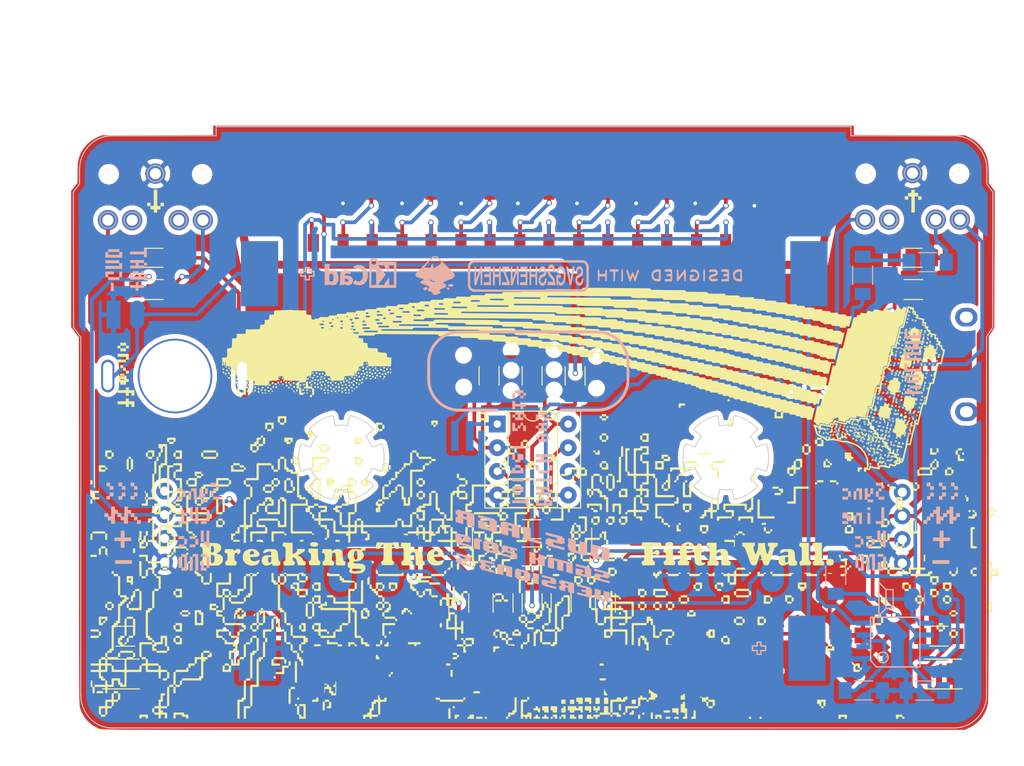
<source format=kicad_pcb>
(kicad_pcb (version 20171130) (host pcbnew 5.1.2-f72e74a~84~ubuntu16.04.1)
  (layers (0 F.Cu signal) (31 B.Cu signal) (34 B.Paste user) (35 F.Paste user) (36 B.SilkS user) (37 F.SilkS user) (38 B.Mask user) (39 F.Mask user) (44 Edge.Cuts user))
  (net 0 "")
  (net 1 AudioProg)
  (net 2 PB3)
  (net 3 VCC)
  (net 4 GND)
  (net 5 CV_OUT)
  (net 6 "Net-(D-OUT1-Pad2)")
  (net 7 CV_IN)
  (net 8 Sync_OUT)
  (net 9 Sound_OUT)
  (net 10 +3V3)
  (net 11 But-L)
  (net 12 But-R)
  (net 13 PB4/A2)
  (net 14 PB2/A1)
  (net 15 PB1)
  (net 16 PB0)
  (net 17 "Net-(NEO1-Pad4)")
  (net 18 "Net-(C6-Pad1)")
  (net 19 "Net-(NEO1-Pad2)")
  (net 20 "Net-(Speaker1-Pad2)")
  (net 21 "Net-(NEO2-Pad4)")
  (net 22 "Net-(NEO3-Pad4)")
  (net 23 "Net-(NEO4-Pad4)")
  (net 24 "Net-(NEO5-Pad4)")
  (net 25 "Net-(NEO6-Pad4)")
  (net 26 "Net-(NEO7-Pad4)")
  (net 27 "Net-(C5-Pad1)")
  (net 28 "Net-(D-POW1-Pad1)")
  (net 29 "Net-(R14-Pad1)")
  (net 30 "Net-(R15-Pad1)")
  (net 31 "Net-(POT1-MAIN1-Pad2)")
  (net 32 "Net-(POT1-MAIN1-Pad1)")
  (net 33 "Net-(POT2-CV1-Pad2)")
  (net 34 "Net-(BT1-Pad2)")
  (net 35 "Net-(J6-Pad1)")
  (net 36 "Net-(Jack2-Pad2)")
  (net 37 "Net-(Jack1-Pad2)")
  (module 8Bitmixtape_reworked:MixtapeNEO-3000_pixelache (layer F.Cu) (at 150 100)
    (fp_text reference board1 hide)
    (fp_text value SVG2SHENZHEN hide)
    (fp_line (start -34.073192 -32.291547) (end -34.073192 -32.291547) (layer Edge.Cuts) (width 0.1))
    (fp_line (start 34.104545 -32.291547) (end -34.073192 -32.291547) (layer Edge.Cuts) (width 0.1))
    (fp_line (start 34.104545 -31.316931) (end 34.104545 -32.291547) (layer Edge.Cuts) (width 0.1))
    (fp_line (start 45.201687 -31.316931) (end 34.104545 -31.316931) (layer Edge.Cuts) (width 0.1))
    (fp_line (start 45.562167 -31.297879) (end 45.201687 -31.316931) (layer Edge.Cuts) (width 0.1))
    (fp_line (start 45.911634 -31.242059) (end 45.562167 -31.297879) (layer Edge.Cuts) (width 0.1))
    (fp_line (start 46.248381 -31.151477) (end 45.911634 -31.242059) (layer Edge.Cuts) (width 0.1))
    (fp_line (start 46.570702 -31.02814) (end 46.248381 -31.151477) (layer Edge.Cuts) (width 0.1))
    (fp_line (start 46.876889 -30.874052) (end 46.570702 -31.02814) (layer Edge.Cuts) (width 0.1))
    (fp_line (start 47.165235 -30.691219) (end 46.876889 -30.874052) (layer Edge.Cuts) (width 0.1))
    (fp_line (start 47.434034 -30.481647) (end 47.165235 -30.691219) (layer Edge.Cuts) (width 0.1))
    (fp_line (start 47.681578 -30.247341) (end 47.434034 -30.481647) (layer Edge.Cuts) (width 0.1))
    (fp_line (start 47.906161 -29.990309) (end 47.681578 -30.247341) (layer Edge.Cuts) (width 0.1))
    (fp_line (start 48.106075 -29.712553) (end 47.906161 -29.990309) (layer Edge.Cuts) (width 0.1))
    (fp_line (start 48.279614 -29.416082) (end 48.106075 -29.712553) (layer Edge.Cuts) (width 0.1))
    (fp_line (start 48.425069 -29.102901) (end 48.279614 -29.416082) (layer Edge.Cuts) (width 0.1))
    (fp_line (start 48.540736 -28.775014) (end 48.425069 -29.102901) (layer Edge.Cuts) (width 0.1))
    (fp_line (start 48.624905 -28.434428) (end 48.540736 -28.775014) (layer Edge.Cuts) (width 0.1))
    (fp_line (start 48.675872 -28.083149) (end 48.624905 -28.434428) (layer Edge.Cuts) (width 0.1))
    (fp_line (start 48.691928 -27.723181) (end 48.675872 -28.083149) (layer Edge.Cuts) (width 0.1))
    (fp_line (start 48.691928 -27.719281) (end 48.691928 -27.723181) (layer Edge.Cuts) (width 0.1))
    (fp_line (start 48.691928 -26.508344) (end 48.691928 -27.719281) (layer Edge.Cuts) (width 0.1))
    (fp_line (start 48.691928 -26.139204) (end 48.691928 -26.508344) (layer Edge.Cuts) (width 0.1))
    (fp_line (start 49.348178 -25.262251) (end 48.691928 -26.139204) (layer Edge.Cuts) (width 0.1))
    (fp_line (start 49.322778 -10.74272) (end 49.348178 -25.262251) (layer Edge.Cuts) (width 0.1))
    (fp_line (start 48.668478 -9.725142) (end 49.322778 -10.74272) (layer Edge.Cuts) (width 0.1))
    (fp_line (start 48.668478 -8.895064) (end 48.668478 -9.725142) (layer Edge.Cuts) (width 0.1))
    (fp_line (start 48.668478 28.752846) (end 48.668478 -8.895064) (layer Edge.Cuts) (width 0.1))
    (fp_line (start 48.650738 29.110207) (end 48.668478 28.752846) (layer Edge.Cuts) (width 0.1))
    (fp_line (start 48.598648 29.458089) (end 48.650738 29.110207) (layer Edge.Cuts) (width 0.1))
    (fp_line (start 48.513878 29.794619) (end 48.598648 29.458089) (layer Edge.Cuts) (width 0.1))
    (fp_line (start 48.398109 30.117924) (end 48.513878 29.794619) (layer Edge.Cuts) (width 0.1))
    (fp_line (start 48.253018 30.42613) (end 48.398109 30.117924) (layer Edge.Cuts) (width 0.1))
    (fp_line (start 48.080283 30.717364) (end 48.253018 30.42613) (layer Edge.Cuts) (width 0.1))
    (fp_line (start 47.881583 30.989753) (end 48.080283 30.717364) (layer Edge.Cuts) (width 0.1))
    (fp_line (start 47.658595 31.241422) (end 47.881583 30.989753) (layer Edge.Cuts) (width 0.1))
    (fp_line (start 47.412996 31.4705) (end 47.658595 31.241422) (layer Edge.Cuts) (width 0.1))
    (fp_line (start 47.146466 31.675112) (end 47.412996 31.4705) (layer Edge.Cuts) (width 0.1))
    (fp_line (start 46.860682 31.853384) (end 47.146466 31.675112) (layer Edge.Cuts) (width 0.1))
    (fp_line (start 46.557322 32.003445) (end 46.860682 31.853384) (layer Edge.Cuts) (width 0.1))
    (fp_line (start 46.238063 32.12342) (end 46.557322 32.003445) (layer Edge.Cuts) (width 0.1))
    (fp_line (start 45.904584 32.21143) (end 46.238063 32.12342) (layer Edge.Cuts) (width 0.1))
    (fp_line (start 45.558563 32.26561) (end 45.904584 32.21143) (layer Edge.Cuts) (width 0.1))
    (fp_line (start 45.201677 32.28409) (end 45.558563 32.26561) (layer Edge.Cuts) (width 0.1))
    (fp_line (start -45.25926 32.28409) (end 45.201677 32.28409) (layer Edge.Cuts) (width 0.1))
    (fp_line (start -45.614769 32.26521) (end -45.25926 32.28409) (layer Edge.Cuts) (width 0.1))
    (fp_line (start -45.956907 32.20992) (end -45.614769 32.26521) (layer Edge.Cuts) (width 0.1))
    (fp_line (start -46.284367 32.12027) (end -45.956907 32.20992) (layer Edge.Cuts) (width 0.1))
    (fp_line (start -46.595842 31.998293) (end -46.284367 32.12027) (layer Edge.Cuts) (width 0.1))
    (fp_line (start -46.890025 31.846036) (end -46.595842 31.998293) (layer Edge.Cuts) (width 0.1))
    (fp_line (start -47.165608 31.665541) (end -46.890025 31.846036) (layer Edge.Cuts) (width 0.1))
    (fp_line (start -47.421283 31.45885) (end -47.165608 31.665541) (layer Edge.Cuts) (width 0.1))
    (fp_line (start -47.655744 31.228005) (end -47.421283 31.45885) (layer Edge.Cuts) (width 0.1))
    (fp_line (start -47.867684 30.975049) (end -47.655744 31.228005) (layer Edge.Cuts) (width 0.1))
    (fp_line (start -48.055794 30.702022) (end -47.867684 30.975049) (layer Edge.Cuts) (width 0.1))
    (fp_line (start -48.218767 30.410968) (end -48.055794 30.702022) (layer Edge.Cuts) (width 0.1))
    (fp_line (start -48.355296 30.103929) (end -48.218767 30.410968) (layer Edge.Cuts) (width 0.1))
    (fp_line (start -48.464073 29.782946) (end -48.355296 30.103929) (layer Edge.Cuts) (width 0.1))
    (fp_line (start -48.543792 29.450062) (end -48.464073 29.782946) (layer Edge.Cuts) (width 0.1))
    (fp_line (start -48.593145 29.107319) (end -48.543792 29.450062) (layer Edge.Cuts) (width 0.1))
    (fp_line (start -48.610824 28.756759) (end -48.593145 29.107319) (layer Edge.Cuts) (width 0.1))
    (fp_line (start -48.610824 28.754759) (end -48.610824 28.756759) (layer Edge.Cuts) (width 0.1))
    (fp_line (start -48.610824 -8.158736) (end -48.610824 28.754759) (layer Edge.Cuts) (width 0.1))
    (fp_line (start -48.610824 -9.693892) (end -48.610824 -8.158736) (layer Edge.Cuts) (width 0.1))
    (fp_line (start -49.382309 -10.709517) (end -48.610824 -9.693892) (layer Edge.Cuts) (width 0.1))
    (fp_line (start -49.409649 -25.264204) (end -49.382309 -10.709517) (layer Edge.Cuts) (width 0.1))
    (fp_line (start -48.743632 -26.141157) (end -49.409649 -25.264204) (layer Edge.Cuts) (width 0.1))
    (fp_line (start -48.743632 -26.406782) (end -48.743632 -26.141157) (layer Edge.Cuts) (width 0.1))
    (fp_line (start -48.743632 -27.723188) (end -48.743632 -26.406782) (layer Edge.Cuts) (width 0.1))
    (fp_line (start -48.725928 -28.082164) (end -48.743632 -27.723188) (layer Edge.Cuts) (width 0.1))
    (fp_line (start -48.673908 -28.432707) (end -48.725928 -28.082164) (layer Edge.Cuts) (width 0.1))
    (fp_line (start -48.58921 -28.772786) (end -48.673908 -28.432707) (layer Edge.Cuts) (width 0.1))
    (fp_line (start -48.47347 -29.100368) (end -48.58921 -28.772786) (layer Edge.Cuts) (width 0.1))
    (fp_line (start -48.328326 -29.413422) (end -48.47347 -29.100368) (layer Edge.Cuts) (width 0.1))
    (fp_line (start -48.155414 -29.709915) (end -48.328326 -29.413422) (layer Edge.Cuts) (width 0.1))
    (fp_line (start -47.956372 -29.987816) (end -48.155414 -29.709915) (layer Edge.Cuts) (width 0.1))
    (fp_line (start -47.732836 -30.245091) (end -47.956372 -29.987816) (layer Edge.Cuts) (width 0.1))
    (fp_line (start -47.486445 -30.47971) (end -47.732836 -30.245091) (layer Edge.Cuts) (width 0.1))
    (fp_line (start -47.218835 -30.689639) (end -47.486445 -30.47971) (layer Edge.Cuts) (width 0.1))
    (fp_line (start -46.931643 -30.872846) (end -47.218835 -30.689639) (layer Edge.Cuts) (width 0.1))
    (fp_line (start -46.626506 -31.0273) (end -46.931643 -30.872846) (layer Edge.Cuts) (width 0.1))
    (fp_line (start -46.305062 -31.150969) (end -46.626506 -31.0273) (layer Edge.Cuts) (width 0.1))
    (fp_line (start -45.968948 -31.241819) (end -46.305062 -31.150969) (layer Edge.Cuts) (width 0.1))
    (fp_line (start -45.6198 -31.29782) (end -45.968948 -31.241819) (layer Edge.Cuts) (width 0.1))
    (fp_line (start -45.259257 -31.316938) (end -45.6198 -31.29782) (layer Edge.Cuts) (width 0.1))
    (fp_line (start -34.073192 -31.316938) (end -45.259257 -31.316938) (layer Edge.Cuts) (width 0.1))
    (fp_line (start -34.073192 -32.291547) (end -34.073192 -31.316938) (layer Edge.Cuts) (width 0.1))
    (fp_line (start 21.501473 -1.031909) (end 21.501477 -1.031914) (layer Edge.Cuts) (width 0.1))
    (fp_line (start 21.501473 -1.031909) (end 21.501473 -1.031909) (layer Edge.Cuts) (width 0.1))
    (fp_line (start 21.541943 -1.1375) (end 21.501473 -1.031909) (layer Edge.Cuts) (width 0.1))
    (fp_line (start 21.580543 -1.21079) (end 21.541943 -1.1375) (layer Edge.Cuts) (width 0.1))
    (fp_line (start 21.607313 -1.23274) (end 21.580543 -1.21079) (layer Edge.Cuts) (width 0.1))
    (fp_line (start 21.643423 -1.24351) (end 21.607313 -1.23274) (layer Edge.Cuts) (width 0.1))
    (fp_line (start 21.756722 -1.22736) (end 21.643423 -1.24351) (layer Edge.Cuts) (width 0.1))
    (fp_line (start 21.938263 -1.17867) (end 21.756722 -1.22736) (layer Edge.Cuts) (width 0.1))
    (fp_line (start 22.117202 -1.12275) (end 21.938263 -1.17867) (layer Edge.Cuts) (width 0.1))
    (fp_line (start 22.293362 -1.05972) (end 22.117202 -1.12275) (layer Edge.Cuts) (width 0.1))
    (fp_line (start 22.466533 -0.9897) (end 22.293362 -1.05972) (layer Edge.Cuts) (width 0.1))
    (fp_line (start 22.636513 -0.9128) (end 22.466533 -0.9897) (layer Edge.Cuts) (width 0.1))
    (fp_line (start 22.803112 -0.82914) (end 22.636513 -0.9128) (layer Edge.Cuts) (width 0.1))
    (fp_line (start 22.966122 -0.73884) (end 22.803112 -0.82914) (layer Edge.Cuts) (width 0.1))
    (fp_line (start 23.125342 -0.64201) (end 22.966122 -0.73884) (layer Edge.Cuts) (width 0.1))
    (fp_line (start 23.280563 -0.538773) (end 23.125342 -0.64201) (layer Edge.Cuts) (width 0.1))
    (fp_line (start 23.431593 -0.42924) (end 23.280563 -0.538773) (layer Edge.Cuts) (width 0.1))
    (fp_line (start 23.578233 -0.313531) (end 23.431593 -0.42924) (layer Edge.Cuts) (width 0.1))
    (fp_line (start 23.720282 -0.191761) (end 23.578233 -0.313531) (layer Edge.Cuts) (width 0.1))
    (fp_line (start 23.857523 -0.06405) (end 23.720282 -0.191761) (layer Edge.Cuts) (width 0.1))
    (fp_line (start 23.989783 0.069488) (end 23.857523 -0.06405) (layer Edge.Cuts) (width 0.1))
    (fp_line (start 24.116823 0.208737) (end 23.989783 0.069488) (layer Edge.Cuts) (width 0.1))
    (fp_line (start 24.074423 0.274367) (end 24.116823 0.208737) (layer Edge.Cuts) (width 0.1))
    (fp_line (start 23.950924 0.382887) (end 24.074423 0.274367) (layer Edge.Cuts) (width 0.1))
    (fp_line (start 23.827934 0.491407) (end 23.950924 0.382887) (layer Edge.Cuts) (width 0.1))
    (fp_line (start 23.704424 0.599927) (end 23.827934 0.491407) (layer Edge.Cuts) (width 0.1))
    (fp_line (start 23.580914 0.70793) (end 23.704424 0.599927) (layer Edge.Cuts) (width 0.1))
    (fp_line (start 23.457414 0.816966) (end 23.580914 0.70793) (layer Edge.Cuts) (width 0.1))
    (fp_line (start 23.333913 0.925483) (end 23.457414 0.816966) (layer Edge.Cuts) (width 0.1))
    (fp_line (start 23.285313 0.968373) (end 23.333913 0.925483) (layer Edge.Cuts) (width 0.1))
    (fp_line (start 23.332313 1.019533) (end 23.285313 0.968373) (layer Edge.Cuts) (width 0.1))
    (fp_line (start 23.540564 1.29652) (end 23.332313 1.019533) (layer Edge.Cuts) (width 0.1))
    (fp_line (start 23.670784 1.504774) (end 23.540564 1.29652) (layer Edge.Cuts) (width 0.1))
    (fp_line (start 23.829434 1.813799) (end 23.670784 1.504774) (layer Edge.Cuts) (width 0.1))
    (fp_line (start 23.947777 2.1161) (end 23.829434 1.813799) (layer Edge.Cuts) (width 0.1))
    (fp_line (start 24.006177 2.09646) (end 23.947777 2.1161) (layer Edge.Cuts) (width 0.1))
    (fp_line (start 24.162757 2.04376) (end 24.006177 2.09646) (layer Edge.Cuts) (width 0.1))
    (fp_line (start 24.318817 1.99105) (end 24.162757 2.04376) (layer Edge.Cuts) (width 0.1))
    (fp_line (start 24.475397 1.93782) (end 24.318817 1.99105) (layer Edge.Cuts) (width 0.1))
    (fp_line (start 24.631457 1.88511) (end 24.475397 1.93782) (layer Edge.Cuts) (width 0.1))
    (fp_line (start 24.788037 1.8324) (end 24.631457 1.88511) (layer Edge.Cuts) (width 0.1))
    (fp_line (start 24.944617 1.77918) (end 24.788037 1.8324) (layer Edge.Cuts) (width 0.1))
    (fp_line (start 25.027317 1.80142) (end 24.944617 1.77918) (layer Edge.Cuts) (width 0.1))
    (fp_line (start 25.055517 1.88868) (end 25.027317 1.80142) (layer Edge.Cuts) (width 0.1))
    (fp_line (start 25.081917 1.97643) (end 25.055517 1.88868) (layer Edge.Cuts) (width 0.1))
    (fp_line (start 25.106617 2.06463) (end 25.081917 1.97643) (layer Edge.Cuts) (width 0.1))
    (fp_line (start 25.129517 2.15326) (end 25.106617 2.06463) (layer Edge.Cuts) (width 0.1))
    (fp_line (start 25.150617 2.2423) (end 25.129517 2.15326) (layer Edge.Cuts) (width 0.1))
    (fp_line (start 25.169917 2.33171) (end 25.150617 2.2423) (layer Edge.Cuts) (width 0.1))
    (fp_line (start 25.187417 2.42147) (end 25.169917 2.33171) (layer Edge.Cuts) (width 0.1))
    (fp_line (start 25.203217 2.51156) (end 25.187417 2.42147) (layer Edge.Cuts) (width 0.1))
    (fp_line (start 25.217217 2.60194) (end 25.203217 2.51156) (layer Edge.Cuts) (width 0.1))
    (fp_line (start 25.229417 2.69259) (end 25.217217 2.60194) (layer Edge.Cuts) (width 0.1))
    (fp_line (start 25.239817 2.78348) (end 25.229417 2.69259) (layer Edge.Cuts) (width 0.1))
    (fp_line (start 25.248817 2.87458) (end 25.239817 2.78348) (layer Edge.Cuts) (width 0.1))
    (fp_line (start 25.255817 2.96588) (end 25.248817 2.87458) (layer Edge.Cuts) (width 0.1))
    (fp_line (start 25.260817 3.05733) (end 25.255817 2.96588) (layer Edge.Cuts) (width 0.1))
    (fp_line (start 25.263817 3.14892) (end 25.260817 3.05733) (layer Edge.Cuts) (width 0.1))
    (fp_line (start 25.264817 3.24062) (end 25.263817 3.14892) (layer Edge.Cuts) (width 0.1))
    (fp_line (start 25.263817 3.33318) (end 25.264817 3.24062) (layer Edge.Cuts) (width 0.1))
    (fp_line (start 25.260817 3.42564) (end 25.263817 3.33318) (layer Edge.Cuts) (width 0.1))
    (fp_line (start 25.255817 3.51796) (end 25.260817 3.42564) (layer Edge.Cuts) (width 0.1))
    (fp_line (start 25.248817 3.61012) (end 25.255817 3.51796) (layer Edge.Cuts) (width 0.1))
    (fp_line (start 25.239817 3.70209) (end 25.248817 3.61012) (layer Edge.Cuts) (width 0.1))
    (fp_line (start 25.229417 3.79384) (end 25.239817 3.70209) (layer Edge.Cuts) (width 0.1))
    (fp_line (start 25.217217 3.88534) (end 25.229417 3.79384) (layer Edge.Cuts) (width 0.1))
    (fp_line (start 25.203117 3.97657) (end 25.217217 3.88534) (layer Edge.Cuts) (width 0.1))
    (fp_line (start 25.187217 4.0675) (end 25.203117 3.97657) (layer Edge.Cuts) (width 0.1))
    (fp_line (start 25.169517 4.1581) (end 25.187217 4.0675) (layer Edge.Cuts) (width 0.1))
    (fp_line (start 25.149917 4.24835) (end 25.169517 4.1581) (layer Edge.Cuts) (width 0.1))
    (fp_line (start 25.128517 4.33821) (end 25.149917 4.24835) (layer Edge.Cuts) (width 0.1))
    (fp_line (start 25.105317 4.42766) (end 25.128517 4.33821) (layer Edge.Cuts) (width 0.1))
    (fp_line (start 25.080317 4.51667) (end 25.105317 4.42766) (layer Edge.Cuts) (width 0.1))
    (fp_line (start 25.053517 4.60521) (end 25.080317 4.51667) (layer Edge.Cuts) (width 0.1))
    (fp_line (start 25.024917 4.69326) (end 25.053517 4.60521) (layer Edge.Cuts) (width 0.1))
    (fp_line (start 24.944817 4.71392) (end 25.024917 4.69326) (layer Edge.Cuts) (width 0.1))
    (fp_line (start 24.787197 4.66069) (end 24.944817 4.71392) (layer Edge.Cuts) (width 0.1))
    (fp_line (start 24.629067 4.60747) (end 24.787197 4.66069) (layer Edge.Cuts) (width 0.1))
    (fp_line (start 24.471467 4.55372) (end 24.629067 4.60747) (layer Edge.Cuts) (width 0.1))
    (fp_line (start 24.313847 4.50101) (end 24.471467 4.55372) (layer Edge.Cuts) (width 0.1))
    (fp_line (start 24.156237 4.44727) (end 24.313847 4.50101) (layer Edge.Cuts) (width 0.1))
    (fp_line (start 23.998107 4.39404) (end 24.156237 4.44727) (layer Edge.Cuts) (width 0.1))
    (fp_line (start 23.941307 4.37491) (end 23.998107 4.39404) (layer Edge.Cuts) (width 0.1))
    (fp_line (start 23.892707 4.516504) (end 23.941307 4.37491) (layer Edge.Cuts) (width 0.1))
    (fp_line (start 23.749047 4.832765) (end 23.892707 4.516504) (layer Edge.Cuts) (width 0.1))
    (fp_line (start 23.574897 5.132489) (end 23.749047 4.832765) (layer Edge.Cuts) (width 0.1))
    (fp_line (start 23.371807 5.413608) (end 23.574897 5.132489) (layer Edge.Cuts) (width 0.1))
    (fp_line (start 23.279307 5.520061) (end 23.371807 5.413608) (layer Edge.Cuts) (width 0.1))
    (fp_line (start 23.325307 5.560881) (end 23.279307 5.520061) (layer Edge.Cuts) (width 0.1))
    (fp_line (start 23.449847 5.670954) (end 23.325307 5.560881) (layer Edge.Cuts) (width 0.1))
    (fp_line (start 23.575417 5.780507) (end 23.449847 5.670954) (layer Edge.Cuts) (width 0.1))
    (fp_line (start 23.700477 5.890579) (end 23.575417 5.780507) (layer Edge.Cuts) (width 0.1))
    (fp_line (start 23.825016 6.000648) (end 23.700477 5.890579) (layer Edge.Cuts) (width 0.1))
    (fp_line (start 23.950066 6.110721) (end 23.825016 6.000648) (layer Edge.Cuts) (width 0.1))
    (fp_line (start 24.075646 6.219757) (end 23.950066 6.110721) (layer Edge.Cuts) (width 0.1))
    (fp_line (start 24.095846 6.296757) (end 24.075646 6.219757) (layer Edge.Cuts) (width 0.1))
    (fp_line (start 23.969816 6.432585) (end 24.095846 6.296757) (layer Edge.Cuts) (width 0.1))
    (fp_line (start 23.838816 6.562861) (end 23.969816 6.432585) (layer Edge.Cuts) (width 0.1))
    (fp_line (start 23.703016 6.68748) (end 23.838816 6.562861) (layer Edge.Cuts) (width 0.1))
    (fp_line (start 23.562606 6.80632) (end 23.703016 6.68748) (layer Edge.Cuts) (width 0.1))
    (fp_line (start 23.417796 6.91928) (end 23.562606 6.80632) (layer Edge.Cuts) (width 0.1))
    (fp_line (start 23.268766 7.026253) (end 23.417796 6.91928) (layer Edge.Cuts) (width 0.1))
    (fp_line (start 23.115706 7.127122) (end 23.268766 7.026253) (layer Edge.Cuts) (width 0.1))
    (fp_line (start 22.958806 7.221772) (end 23.115706 7.127122) (layer Edge.Cuts) (width 0.1))
    (fp_line (start 22.798266 7.310112) (end 22.958806 7.221772) (layer Edge.Cuts) (width 0.1))
    (fp_line (start 22.634276 7.392012) (end 22.798266 7.310112) (layer Edge.Cuts) (width 0.1))
    (fp_line (start 22.467026 7.467372) (end 22.634276 7.392012) (layer Edge.Cuts) (width 0.1))
    (fp_line (start 22.296696 7.536072) (end 22.467026 7.467372) (layer Edge.Cuts) (width 0.1))
    (fp_line (start 22.123486 7.598012) (end 22.296696 7.536072) (layer Edge.Cuts) (width 0.1))
    (fp_line (start 21.947596 7.653072) (end 22.123486 7.598012) (layer Edge.Cuts) (width 0.1))
    (fp_line (start 21.769206 7.701152) (end 21.947596 7.653072) (layer Edge.Cuts) (width 0.1))
    (fp_line (start 21.588505 7.742142) (end 21.769206 7.701152) (layer Edge.Cuts) (width 0.1))
    (fp_line (start 21.534205 7.686852) (end 21.588505 7.742142) (layer Edge.Cuts) (width 0.1))
    (fp_line (start 21.502205 7.525105) (end 21.534205 7.686852) (layer Edge.Cuts) (width 0.1))
    (fp_line (start 21.469605 7.362841) (end 21.502205 7.525105) (layer Edge.Cuts) (width 0.1))
    (fp_line (start 21.437005 7.201094) (end 21.469605 7.362841) (layer Edge.Cuts) (width 0.1))
    (fp_line (start 21.404405 7.03935) (end 21.437005 7.201094) (layer Edge.Cuts) (width 0.1))
    (fp_line (start 21.371805 6.876567) (end 21.404405 7.03935) (layer Edge.Cuts) (width 0.1))
    (fp_line (start 21.339805 6.714819) (end 21.371805 6.876567) (layer Edge.Cuts) (width 0.1))
    (fp_line (start 21.325905 6.645569) (end 21.339805 6.714819) (layer Edge.Cuts) (width 0.1))
    (fp_line (start 21.092856 6.685879) (end 21.325905 6.645569) (layer Edge.Cuts) (width 0.1))
    (fp_line (start 20.746105 6.710659) (end 21.092856 6.685879) (layer Edge.Cuts) (width 0.1))
    (fp_line (start 20.399875 6.701859) (end 20.746105 6.710659) (layer Edge.Cuts) (width 0.1))
    (fp_line (start 20.055196 6.657939) (end 20.399875 6.701859) (layer Edge.Cuts) (width 0.1))
    (fp_line (start 20.002996 6.647099) (end 20.055196 6.657939) (layer Edge.Cuts) (width 0.1))
    (fp_line (start 19.987996 6.720479) (end 20.002996 6.647099) (layer Edge.Cuts) (width 0.1))
    (fp_line (start 19.955996 6.881193) (end 19.987996 6.720479) (layer Edge.Cuts) (width 0.1))
    (fp_line (start 19.923996 7.042421) (end 19.955996 6.881193) (layer Edge.Cuts) (width 0.1))
    (fp_line (start 19.891396 7.203658) (end 19.923996 7.042421) (layer Edge.Cuts) (width 0.1))
    (fp_line (start 19.858796 7.364886) (end 19.891396 7.203658) (layer Edge.Cuts) (width 0.1))
    (fp_line (start 19.826796 7.526633) (end 19.858796 7.364886) (layer Edge.Cuts) (width 0.1))
    (fp_line (start 19.794196 7.687863) (end 19.826796 7.526633) (layer Edge.Cuts) (width 0.1))
    (fp_line (start 19.737396 7.745743) (end 19.794196 7.687863) (layer Edge.Cuts) (width 0.1))
    (fp_line (start 19.556766 7.704423) (end 19.737396 7.745743) (layer Edge.Cuts) (width 0.1))
    (fp_line (start 19.378455 7.656013) (end 19.556766 7.704423) (layer Edge.Cuts) (width 0.1))
    (fp_line (start 19.202655 7.600623) (end 19.378455 7.656013) (layer Edge.Cuts) (width 0.1))
    (fp_line (start 19.029555 7.538363) (end 19.202655 7.600623) (layer Edge.Cuts) (width 0.1))
    (fp_line (start 18.859356 7.469343) (end 19.029555 7.538363) (layer Edge.Cuts) (width 0.1))
    (fp_line (start 18.692236 7.393673) (end 18.859356 7.469343) (layer Edge.Cuts) (width 0.1))
    (fp_line (start 18.528386 7.311473) (end 18.692236 7.393673) (layer Edge.Cuts) (width 0.1))
    (fp_line (start 18.368006 7.222843) (end 18.528386 7.311473) (layer Edge.Cuts) (width 0.1))
    (fp_line (start 18.211276 7.127893) (end 18.368006 7.222843) (layer Edge.Cuts) (width 0.1))
    (fp_line (start 18.058396 7.026739) (end 18.211276 7.127893) (layer Edge.Cuts) (width 0.1))
    (fp_line (start 17.909556 6.919492) (end 18.058396 7.026739) (layer Edge.Cuts) (width 0.1))
    (fp_line (start 17.764946 6.806259) (end 17.909556 6.919492) (layer Edge.Cuts) (width 0.1))
    (fp_line (start 17.624756 6.687149) (end 17.764946 6.806259) (layer Edge.Cuts) (width 0.1))
    (fp_line (start 17.489186 6.562283) (end 17.624756 6.687149) (layer Edge.Cuts) (width 0.1))
    (fp_line (start 17.358416 6.431761) (end 17.489186 6.562283) (layer Edge.Cuts) (width 0.1))
    (fp_line (start 17.232636 6.295696) (end 17.358416 6.431761) (layer Edge.Cuts) (width 0.1))
    (fp_line (start 17.253336 6.220246) (end 17.232636 6.295696) (layer Edge.Cuts) (width 0.1))
    (fp_line (start 17.376846 6.111726) (end 17.253336 6.220246) (layer Edge.Cuts) (width 0.1))
    (fp_line (start 17.499836 6.003206) (end 17.376846 6.111726) (layer Edge.Cuts) (width 0.1))
    (fp_line (start 17.623336 5.894683) (end 17.499836 6.003206) (layer Edge.Cuts) (width 0.1))
    (fp_line (start 17.746846 5.786165) (end 17.623336 5.894683) (layer Edge.Cuts) (width 0.1))
    (fp_line (start 17.870356 5.677642) (end 17.746846 5.786165) (layer Edge.Cuts) (width 0.1))
    (fp_line (start 17.993856 5.569122) (end 17.870356 5.677642) (layer Edge.Cuts) (width 0.1))
    (fp_line (start 18.050156 5.520032) (end 17.993856 5.569122) (layer Edge.Cuts) (width 0.1))
    (fp_line (start 17.996956 5.462152) (end 18.050156 5.520032) (layer Edge.Cuts) (width 0.1))
    (fp_line (start 17.788186 5.184651) (end 17.996956 5.462152) (layer Edge.Cuts) (width 0.1))
    (fp_line (start 17.657966 4.976394) (end 17.788186 5.184651) (layer Edge.Cuts) (width 0.1))
    (fp_line (start 17.500346 4.667885) (end 17.657966 4.976394) (layer Edge.Cuts) (width 0.1))
    (fp_line (start 17.385106 4.375399) (end 17.500346 4.667885) (layer Edge.Cuts) (width 0.1))
    (fp_line (start 17.322006 4.396589) (end 17.385106 4.375399) (layer Edge.Cuts) (width 0.1))
    (fp_line (start 17.165946 4.449819) (end 17.322006 4.396589) (layer Edge.Cuts) (width 0.1))
    (fp_line (start 17.009366 4.502529) (end 17.165946 4.449819) (layer Edge.Cuts) (width 0.1))
    (fp_line (start 16.853306 4.555239) (end 17.009366 4.502529) (layer Edge.Cuts) (width 0.1))
    (fp_line (start 16.696726 4.607949) (end 16.853306 4.555239) (layer Edge.Cuts) (width 0.1))
    (fp_line (start 16.540146 4.660659) (end 16.696726 4.607949) (layer Edge.Cuts) (width 0.1))
    (fp_line (start 16.384086 4.713889) (end 16.540146 4.660659) (layer Edge.Cuts) (width 0.1))
    (fp_line (start 16.305486 4.693229) (end 16.384086 4.713889) (layer Edge.Cuts) (width 0.1))
    (fp_line (start 16.276786 4.605199) (end 16.305486 4.693229) (layer Edge.Cuts) (width 0.1))
    (fp_line (start 16.249886 4.516669) (end 16.276786 4.605199) (layer Edge.Cuts) (width 0.1))
    (fp_line (start 16.224786 4.427679) (end 16.249886 4.516669) (layer Edge.Cuts) (width 0.1))
    (fp_line (start 16.201486 4.338239) (end 16.224786 4.427679) (layer Edge.Cuts) (width 0.1))
    (fp_line (start 16.179986 4.248389) (end 16.201486 4.338239) (layer Edge.Cuts) (width 0.1))
    (fp_line (start 16.160286 4.158159) (end 16.179986 4.248389) (layer Edge.Cuts) (width 0.1))
    (fp_line (start 16.142386 4.067559) (end 16.160286 4.158159) (layer Edge.Cuts) (width 0.1))
    (fp_line (start 16.126286 3.976629) (end 16.142386 4.067559) (layer Edge.Cuts) (width 0.1))
    (fp_line (start 16.112086 3.885399) (end 16.126286 3.976629) (layer Edge.Cuts) (width 0.1))
    (fp_line (start 16.099686 3.793889) (end 16.112086 3.885399) (layer Edge.Cuts) (width 0.1))
    (fp_line (start 16.089086 3.702129) (end 16.099686 3.793889) (layer Edge.Cuts) (width 0.1))
    (fp_line (start 16.080086 3.610149) (end 16.089086 3.702129) (layer Edge.Cuts) (width 0.1))
    (fp_line (start 16.073086 3.517979) (end 16.080086 3.610149) (layer Edge.Cuts) (width 0.1))
    (fp_line (start 16.068086 3.425649) (end 16.073086 3.517979) (layer Edge.Cuts) (width 0.1))
    (fp_line (start 16.065086 3.333179) (end 16.068086 3.425649) (layer Edge.Cuts) (width 0.1))
    (fp_line (start 16.064086 3.240599) (end 16.065086 3.333179) (layer Edge.Cuts) (width 0.1))
    (fp_line (start 16.065086 3.148989) (end 16.064086 3.240599) (layer Edge.Cuts) (width 0.1))
    (fp_line (start 16.068086 3.057489) (end 16.065086 3.148989) (layer Edge.Cuts) (width 0.1))
    (fp_line (start 16.073086 2.966119) (end 16.068086 3.057489) (layer Edge.Cuts) (width 0.1))
    (fp_line (start 16.080086 2.874909) (end 16.073086 2.966119) (layer Edge.Cuts) (width 0.1))
    (fp_line (start 16.088086 2.783879) (end 16.080086 2.874909) (layer Edge.Cuts) (width 0.1))
    (fp_line (start 16.098286 2.693059) (end 16.088086 2.783879) (layer Edge.Cuts) (width 0.1))
    (fp_line (start 16.110286 2.602479) (end 16.098286 2.693059) (layer Edge.Cuts) (width 0.1))
    (fp_line (start 16.124086 2.512169) (end 16.110286 2.602479) (layer Edge.Cuts) (width 0.1))
    (fp_line (start 16.139686 2.422149) (end 16.124086 2.512169) (layer Edge.Cuts) (width 0.1))
    (fp_line (start 16.157086 2.332449) (end 16.139686 2.422149) (layer Edge.Cuts) (width 0.1))
    (fp_line (start 16.176286 2.243089) (end 16.157086 2.332449) (layer Edge.Cuts) (width 0.1))
    (fp_line (start 16.197286 2.154109) (end 16.176286 2.243089) (layer Edge.Cuts) (width 0.1))
    (fp_line (start 16.219986 2.065529) (end 16.197286 2.154109) (layer Edge.Cuts) (width 0.1))
    (fp_line (start 16.244486 1.977369) (end 16.219986 2.065529) (layer Edge.Cuts) (width 0.1))
    (fp_line (start 16.270786 1.889669) (end 16.244486 1.977369) (layer Edge.Cuts) (width 0.1))
    (fp_line (start 16.298786 1.802449) (end 16.270786 1.889669) (layer Edge.Cuts) (width 0.1))
    (fp_line (start 16.384086 1.779729) (end 16.298786 1.802449) (layer Edge.Cuts) (width 0.1))
    (fp_line (start 16.541696 1.832949) (end 16.384086 1.779729) (layer Edge.Cuts) (width 0.1))
    (fp_line (start 16.699316 1.886179) (end 16.541696 1.832949) (layer Edge.Cuts) (width 0.1))
    (fp_line (start 16.856926 1.939409) (end 16.699316 1.886179) (layer Edge.Cuts) (width 0.1))
    (fp_line (start 17.014536 1.992639) (end 16.856926 1.939409) (layer Edge.Cuts) (width 0.1))
    (fp_line (start 17.172147 2.045869) (end 17.014536 1.992639) (layer Edge.Cuts) (width 0.1))
    (fp_line (start 17.330277 2.099099) (end 17.172147 2.045869) (layer Edge.Cuts) (width 0.1))
    (fp_line (start 17.383477 2.117189) (end 17.330277 2.099099) (layer Edge.Cuts) (width 0.1))
    (fp_line (start 17.435677 1.964744) (end 17.383477 2.117189) (layer Edge.Cuts) (width 0.1))
    (fp_line (start 17.579347 1.649002) (end 17.435677 1.964744) (layer Edge.Cuts) (width 0.1))
    (fp_line (start 17.754007 1.34876) (end 17.579347 1.649002) (layer Edge.Cuts) (width 0.1))
    (fp_line (start 17.957097 1.067641) (end 17.754007 1.34876) (layer Edge.Cuts) (width 0.1))
    (fp_line (start 18.042897 0.968421) (end 17.957097 1.067641) (layer Edge.Cuts) (width 0.1))
    (fp_line (start 18.002597 0.932771) (end 18.042897 0.968421) (layer Edge.Cuts) (width 0.1))
    (fp_line (start 17.878057 0.823215) (end 18.002597 0.932771) (layer Edge.Cuts) (width 0.1))
    (fp_line (start 17.752477 0.713659) (end 17.878057 0.823215) (layer Edge.Cuts) (width 0.1))
    (fp_line (start 17.627937 0.60359) (end 17.752477 0.713659) (layer Edge.Cuts) (width 0.1))
    (fp_line (start 17.503397 0.49352) (end 17.627937 0.60359) (layer Edge.Cuts) (width 0.1))
    (fp_line (start 17.378347 0.383964) (end 17.503397 0.49352) (layer Edge.Cuts) (width 0.1))
    (fp_line (start 17.253807 0.273895) (end 17.378347 0.383964) (layer Edge.Cuts) (width 0.1))
    (fp_line (start 17.229507 0.188115) (end 17.253807 0.273895) (layer Edge.Cuts) (width 0.1))
    (fp_line (start 17.355227 0.05244) (end 17.229507 0.188115) (layer Edge.Cuts) (width 0.1))
    (fp_line (start 17.485927 -0.07771) (end 17.355227 0.05244) (layer Edge.Cuts) (width 0.1))
    (fp_line (start 17.621407 -0.202221) (end 17.485927 -0.07771) (layer Edge.Cuts) (width 0.1))
    (fp_line (start 17.761477 -0.320983) (end 17.621407 -0.202221) (layer Edge.Cuts) (width 0.1))
    (fp_line (start 17.905947 -0.433888) (end 17.761477 -0.320983) (layer Edge.Cuts) (width 0.1))
    (fp_line (start 18.054627 -0.540828) (end 17.905947 -0.433888) (layer Edge.Cuts) (width 0.1))
    (fp_line (start 18.207327 -0.641686) (end 18.054627 -0.540828) (layer Edge.Cuts) (width 0.1))
    (fp_line (start 18.363857 -0.736356) (end 18.207327 -0.641686) (layer Edge.Cuts) (width 0.1))
    (fp_line (start 18.524026 -0.824726) (end 18.363857 -0.736356) (layer Edge.Cuts) (width 0.1))
    (fp_line (start 18.687647 -0.906696) (end 18.524026 -0.824726) (layer Edge.Cuts) (width 0.1))
    (fp_line (start 18.854526 -0.982146) (end 18.687647 -0.906696) (layer Edge.Cuts) (width 0.1))
    (fp_line (start 19.024476 -1.050966) (end 18.854526 -0.982146) (layer Edge.Cuts) (width 0.1))
    (fp_line (start 19.197296 -1.113056) (end 19.024476 -1.050966) (layer Edge.Cuts) (width 0.1))
    (fp_line (start 19.372826 -1.168296) (end 19.197296 -1.113056) (layer Edge.Cuts) (width 0.1))
    (fp_line (start 19.550836 -1.216576) (end 19.372826 -1.168296) (layer Edge.Cuts) (width 0.1))
    (fp_line (start 19.731166 -1.257796) (end 19.550836 -1.216576) (layer Edge.Cuts) (width 0.1))
    (fp_line (start 19.795266 -1.193716) (end 19.731166 -1.257796) (layer Edge.Cuts) (width 0.1))
    (fp_line (start 19.827866 -1.031455) (end 19.795266 -1.193716) (layer Edge.Cuts) (width 0.1))
    (fp_line (start 19.859866 -0.869189) (end 19.827866 -1.031455) (layer Edge.Cuts) (width 0.1))
    (fp_line (start 19.892466 -0.706925) (end 19.859866 -0.869189) (layer Edge.Cuts) (width 0.1))
    (fp_line (start 19.925066 -0.545178) (end 19.892466 -0.706925) (layer Edge.Cuts) (width 0.1))
    (fp_line (start 19.957666 -0.382914) (end 19.925066 -0.545178) (layer Edge.Cuts) (width 0.1))
    (fp_line (start 19.990266 -0.221167) (end 19.957666 -0.382914) (layer Edge.Cuts) (width 0.1))
    (fp_line (start 20.002766 -0.163237) (end 19.990266 -0.221167) (layer Edge.Cuts) (width 0.1))
    (fp_line (start 20.236856 -0.204067) (end 20.002766 -0.163237) (layer Edge.Cuts) (width 0.1))
    (fp_line (start 20.582566 -0.229387) (end 20.236856 -0.204067) (layer Edge.Cuts) (width 0.1))
    (fp_line (start 20.929836 -0.220587) (end 20.582566 -0.229387) (layer Edge.Cuts) (width 0.1))
    (fp_line (start 21.273477 -0.176667) (end 20.929836 -0.220587) (layer Edge.Cuts) (width 0.1))
    (fp_line (start 21.327777 -0.165297) (end 21.273477 -0.176667) (layer Edge.Cuts) (width 0.1))
    (fp_line (start 21.340177 -0.226277) (end 21.327777 -0.165297) (layer Edge.Cuts) (width 0.1))
    (fp_line (start 21.371677 -0.386991) (end 21.340177 -0.226277) (layer Edge.Cuts) (width 0.1))
    (fp_line (start 21.404277 -0.548222) (end 21.371677 -0.386991) (layer Edge.Cuts) (width 0.1))
    (fp_line (start 21.436277 -0.709456) (end 21.404277 -0.548222) (layer Edge.Cuts) (width 0.1))
    (fp_line (start 21.468877 -0.870686) (end 21.436277 -0.709456) (layer Edge.Cuts) (width 0.1))
    (fp_line (start 21.501477 -1.031914) (end 21.468877 -0.870686) (layer Edge.Cuts) (width 0.1))
    (fp_line (start -19.790063 -1.031909) (end -19.790059 -1.031914) (layer Edge.Cuts) (width 0.1))
    (fp_line (start -19.790063 -1.031909) (end -19.790063 -1.031909) (layer Edge.Cuts) (width 0.1))
    (fp_line (start -19.749593 -1.1375) (end -19.790063 -1.031909) (layer Edge.Cuts) (width 0.1))
    (fp_line (start -19.710993 -1.21079) (end -19.749593 -1.1375) (layer Edge.Cuts) (width 0.1))
    (fp_line (start -19.684223 -1.23274) (end -19.710993 -1.21079) (layer Edge.Cuts) (width 0.1))
    (fp_line (start -19.648113 -1.24351) (end -19.684223 -1.23274) (layer Edge.Cuts) (width 0.1))
    (fp_line (start -19.534814 -1.22736) (end -19.648113 -1.24351) (layer Edge.Cuts) (width 0.1))
    (fp_line (start -19.353273 -1.17867) (end -19.534814 -1.22736) (layer Edge.Cuts) (width 0.1))
    (fp_line (start -19.174334 -1.12275) (end -19.353273 -1.17867) (layer Edge.Cuts) (width 0.1))
    (fp_line (start -18.998174 -1.05972) (end -19.174334 -1.12275) (layer Edge.Cuts) (width 0.1))
    (fp_line (start -18.825003 -0.9897) (end -18.998174 -1.05972) (layer Edge.Cuts) (width 0.1))
    (fp_line (start -18.655023 -0.9128) (end -18.825003 -0.9897) (layer Edge.Cuts) (width 0.1))
    (fp_line (start -18.488424 -0.82914) (end -18.655023 -0.9128) (layer Edge.Cuts) (width 0.1))
    (fp_line (start -18.325414 -0.73884) (end -18.488424 -0.82914) (layer Edge.Cuts) (width 0.1))
    (fp_line (start -18.166194 -0.64201) (end -18.325414 -0.73884) (layer Edge.Cuts) (width 0.1))
    (fp_line (start -18.010973 -0.538773) (end -18.166194 -0.64201) (layer Edge.Cuts) (width 0.1))
    (fp_line (start -17.859943 -0.42924) (end -18.010973 -0.538773) (layer Edge.Cuts) (width 0.1))
    (fp_line (start -17.713303 -0.313531) (end -17.859943 -0.42924) (layer Edge.Cuts) (width 0.1))
    (fp_line (start -17.571254 -0.191761) (end -17.713303 -0.313531) (layer Edge.Cuts) (width 0.1))
    (fp_line (start -17.434013 -0.06405) (end -17.571254 -0.191761) (layer Edge.Cuts) (width 0.1))
    (fp_line (start -17.301753 0.069488) (end -17.434013 -0.06405) (layer Edge.Cuts) (width 0.1))
    (fp_line (start -17.174713 0.208737) (end -17.301753 0.069488) (layer Edge.Cuts) (width 0.1))
    (fp_line (start -17.217113 0.274367) (end -17.174713 0.208737) (layer Edge.Cuts) (width 0.1))
    (fp_line (start -17.340612 0.382887) (end -17.217113 0.274367) (layer Edge.Cuts) (width 0.1))
    (fp_line (start -17.463602 0.491407) (end -17.340612 0.382887) (layer Edge.Cuts) (width 0.1))
    (fp_line (start -17.587112 0.599927) (end -17.463602 0.491407) (layer Edge.Cuts) (width 0.1))
    (fp_line (start -17.710622 0.70793) (end -17.587112 0.599927) (layer Edge.Cuts) (width 0.1))
    (fp_line (start -17.834122 0.816966) (end -17.710622 0.70793) (layer Edge.Cuts) (width 0.1))
    (fp_line (start -17.957623 0.925483) (end -17.834122 0.816966) (layer Edge.Cuts) (width 0.1))
    (fp_line (start -18.006223 0.968373) (end -17.957623 0.925483) (layer Edge.Cuts) (width 0.1))
    (fp_line (start -17.959223 1.019533) (end -18.006223 0.968373) (layer Edge.Cuts) (width 0.1))
    (fp_line (start -17.750972 1.29652) (end -17.959223 1.019533) (layer Edge.Cuts) (width 0.1))
    (fp_line (start -17.620752 1.504774) (end -17.750972 1.29652) (layer Edge.Cuts) (width 0.1))
    (fp_line (start -17.462102 1.813799) (end -17.620752 1.504774) (layer Edge.Cuts) (width 0.1))
    (fp_line (start -17.343759 2.1161) (end -17.462102 1.813799) (layer Edge.Cuts) (width 0.1))
    (fp_line (start -17.285359 2.09646) (end -17.343759 2.1161) (layer Edge.Cuts) (width 0.1))
    (fp_line (start -17.128779 2.04376) (end -17.285359 2.09646) (layer Edge.Cuts) (width 0.1))
    (fp_line (start -16.972719 1.99105) (end -17.128779 2.04376) (layer Edge.Cuts) (width 0.1))
    (fp_line (start -16.816139 1.93782) (end -16.972719 1.99105) (layer Edge.Cuts) (width 0.1))
    (fp_line (start -16.660079 1.88511) (end -16.816139 1.93782) (layer Edge.Cuts) (width 0.1))
    (fp_line (start -16.503499 1.8324) (end -16.660079 1.88511) (layer Edge.Cuts) (width 0.1))
    (fp_line (start -16.346919 1.77918) (end -16.503499 1.8324) (layer Edge.Cuts) (width 0.1))
    (fp_line (start -16.264219 1.80142) (end -16.346919 1.77918) (layer Edge.Cuts) (width 0.1))
    (fp_line (start -16.236019 1.88868) (end -16.264219 1.80142) (layer Edge.Cuts) (width 0.1))
    (fp_line (start -16.209619 1.97643) (end -16.236019 1.88868) (layer Edge.Cuts) (width 0.1))
    (fp_line (start -16.184919 2.06463) (end -16.209619 1.97643) (layer Edge.Cuts) (width 0.1))
    (fp_line (start -16.162019 2.15326) (end -16.184919 2.06463) (layer Edge.Cuts) (width 0.1))
    (fp_line (start -16.140919 2.2423) (end -16.162019 2.15326) (layer Edge.Cuts) (width 0.1))
    (fp_line (start -16.121619 2.33171) (end -16.140919 2.2423) (layer Edge.Cuts) (width 0.1))
    (fp_line (start -16.104119 2.42147) (end -16.121619 2.33171) (layer Edge.Cuts) (width 0.1))
    (fp_line (start -16.088319 2.51156) (end -16.104119 2.42147) (layer Edge.Cuts) (width 0.1))
    (fp_line (start -16.074319 2.60194) (end -16.088319 2.51156) (layer Edge.Cuts) (width 0.1))
    (fp_line (start -16.062119 2.69259) (end -16.074319 2.60194) (layer Edge.Cuts) (width 0.1))
    (fp_line (start -16.051719 2.78348) (end -16.062119 2.69259) (layer Edge.Cuts) (width 0.1))
    (fp_line (start -16.042719 2.87458) (end -16.051719 2.78348) (layer Edge.Cuts) (width 0.1))
    (fp_line (start -16.035719 2.96588) (end -16.042719 2.87458) (layer Edge.Cuts) (width 0.1))
    (fp_line (start -16.030719 3.05733) (end -16.035719 2.96588) (layer Edge.Cuts) (width 0.1))
    (fp_line (start -16.027719 3.14892) (end -16.030719 3.05733) (layer Edge.Cuts) (width 0.1))
    (fp_line (start -16.026719 3.24062) (end -16.027719 3.14892) (layer Edge.Cuts) (width 0.1))
    (fp_line (start -16.027719 3.33318) (end -16.026719 3.24062) (layer Edge.Cuts) (width 0.1))
    (fp_line (start -16.030719 3.42564) (end -16.027719 3.33318) (layer Edge.Cuts) (width 0.1))
    (fp_line (start -16.035719 3.51796) (end -16.030719 3.42564) (layer Edge.Cuts) (width 0.1))
    (fp_line (start -16.042719 3.61012) (end -16.035719 3.51796) (layer Edge.Cuts) (width 0.1))
    (fp_line (start -16.051719 3.70209) (end -16.042719 3.61012) (layer Edge.Cuts) (width 0.1))
    (fp_line (start -16.062119 3.79384) (end -16.051719 3.70209) (layer Edge.Cuts) (width 0.1))
    (fp_line (start -16.074319 3.88534) (end -16.062119 3.79384) (layer Edge.Cuts) (width 0.1))
    (fp_line (start -16.088419 3.97657) (end -16.074319 3.88534) (layer Edge.Cuts) (width 0.1))
    (fp_line (start -16.104319 4.0675) (end -16.088419 3.97657) (layer Edge.Cuts) (width 0.1))
    (fp_line (start -16.122019 4.1581) (end -16.104319 4.0675) (layer Edge.Cuts) (width 0.1))
    (fp_line (start -16.141619 4.24835) (end -16.122019 4.1581) (layer Edge.Cuts) (width 0.1))
    (fp_line (start -16.163019 4.33821) (end -16.141619 4.24835) (layer Edge.Cuts) (width 0.1))
    (fp_line (start -16.186219 4.42766) (end -16.163019 4.33821) (layer Edge.Cuts) (width 0.1))
    (fp_line (start -16.211219 4.51667) (end -16.186219 4.42766) (layer Edge.Cuts) (width 0.1))
    (fp_line (start -16.238019 4.60521) (end -16.211219 4.51667) (layer Edge.Cuts) (width 0.1))
    (fp_line (start -16.266619 4.69326) (end -16.238019 4.60521) (layer Edge.Cuts) (width 0.1))
    (fp_line (start -16.346719 4.71392) (end -16.266619 4.69326) (layer Edge.Cuts) (width 0.1))
    (fp_line (start -16.504339 4.66069) (end -16.346719 4.71392) (layer Edge.Cuts) (width 0.1))
    (fp_line (start -16.662469 4.60747) (end -16.504339 4.66069) (layer Edge.Cuts) (width 0.1))
    (fp_line (start -16.820069 4.55372) (end -16.662469 4.60747) (layer Edge.Cuts) (width 0.1))
    (fp_line (start -16.977689 4.50101) (end -16.820069 4.55372) (layer Edge.Cuts) (width 0.1))
    (fp_line (start -17.135299 4.44727) (end -16.977689 4.50101) (layer Edge.Cuts) (width 0.1))
    (fp_line (start -17.293429 4.39404) (end -17.135299 4.44727) (layer Edge.Cuts) (width 0.1))
    (fp_line (start -17.350229 4.37491) (end -17.293429 4.39404) (layer Edge.Cuts) (width 0.1))
    (fp_line (start -17.398829 4.516504) (end -17.350229 4.37491) (layer Edge.Cuts) (width 0.1))
    (fp_line (start -17.542489 4.832765) (end -17.398829 4.516504) (layer Edge.Cuts) (width 0.1))
    (fp_line (start -17.716639 5.132489) (end -17.542489 4.832765) (layer Edge.Cuts) (width 0.1))
    (fp_line (start -17.919729 5.413608) (end -17.716639 5.132489) (layer Edge.Cuts) (width 0.1))
    (fp_line (start -18.012229 5.520061) (end -17.919729 5.413608) (layer Edge.Cuts) (width 0.1))
    (fp_line (start -17.966229 5.560881) (end -18.012229 5.520061) (layer Edge.Cuts) (width 0.1))
    (fp_line (start -17.841689 5.670954) (end -17.966229 5.560881) (layer Edge.Cuts) (width 0.1))
    (fp_line (start -17.716119 5.780507) (end -17.841689 5.670954) (layer Edge.Cuts) (width 0.1))
    (fp_line (start -17.591059 5.890579) (end -17.716119 5.780507) (layer Edge.Cuts) (width 0.1))
    (fp_line (start -17.46652 6.000648) (end -17.591059 5.890579) (layer Edge.Cuts) (width 0.1))
    (fp_line (start -17.34147 6.110721) (end -17.46652 6.000648) (layer Edge.Cuts) (width 0.1))
    (fp_line (start -17.21589 6.219757) (end -17.34147 6.110721) (layer Edge.Cuts) (width 0.1))
    (fp_line (start -17.19569 6.296757) (end -17.21589 6.219757) (layer Edge.Cuts) (width 0.1))
    (fp_line (start -17.32172 6.432585) (end -17.19569 6.296757) (layer Edge.Cuts) (width 0.1))
    (fp_line (start -17.45272 6.562861) (end -17.32172 6.432585) (layer Edge.Cuts) (width 0.1))
    (fp_line (start -17.58852 6.68748) (end -17.45272 6.562861) (layer Edge.Cuts) (width 0.1))
    (fp_line (start -17.72893 6.80632) (end -17.58852 6.68748) (layer Edge.Cuts) (width 0.1))
    (fp_line (start -17.87374 6.91928) (end -17.72893 6.80632) (layer Edge.Cuts) (width 0.1))
    (fp_line (start -18.02277 7.026253) (end -17.87374 6.91928) (layer Edge.Cuts) (width 0.1))
    (fp_line (start -18.17583 7.127122) (end -18.02277 7.026253) (layer Edge.Cuts) (width 0.1))
    (fp_line (start -18.33273 7.221772) (end -18.17583 7.127122) (layer Edge.Cuts) (width 0.1))
    (fp_line (start -18.49327 7.310112) (end -18.33273 7.221772) (layer Edge.Cuts) (width 0.1))
    (fp_line (start -18.65726 7.392012) (end -18.49327 7.310112) (layer Edge.Cuts) (width 0.1))
    (fp_line (start -18.82451 7.467372) (end -18.65726 7.392012) (layer Edge.Cuts) (width 0.1))
    (fp_line (start -18.99484 7.536072) (end -18.82451 7.467372) (layer Edge.Cuts) (width 0.1))
    (fp_line (start -19.16805 7.598012) (end -18.99484 7.536072) (layer Edge.Cuts) (width 0.1))
    (fp_line (start -19.34394 7.653072) (end -19.16805 7.598012) (layer Edge.Cuts) (width 0.1))
    (fp_line (start -19.52233 7.701152) (end -19.34394 7.653072) (layer Edge.Cuts) (width 0.1))
    (fp_line (start -19.703031 7.742142) (end -19.52233 7.701152) (layer Edge.Cuts) (width 0.1))
    (fp_line (start -19.757331 7.686852) (end -19.703031 7.742142) (layer Edge.Cuts) (width 0.1))
    (fp_line (start -19.789331 7.525105) (end -19.757331 7.686852) (layer Edge.Cuts) (width 0.1))
    (fp_line (start -19.821931 7.362841) (end -19.789331 7.525105) (layer Edge.Cuts) (width 0.1))
    (fp_line (start -19.854531 7.201094) (end -19.821931 7.362841) (layer Edge.Cuts) (width 0.1))
    (fp_line (start -19.887131 7.03935) (end -19.854531 7.201094) (layer Edge.Cuts) (width 0.1))
    (fp_line (start -19.919731 6.876567) (end -19.887131 7.03935) (layer Edge.Cuts) (width 0.1))
    (fp_line (start -19.951731 6.714819) (end -19.919731 6.876567) (layer Edge.Cuts) (width 0.1))
    (fp_line (start -19.965631 6.645569) (end -19.951731 6.714819) (layer Edge.Cuts) (width 0.1))
    (fp_line (start -20.19868 6.685879) (end -19.965631 6.645569) (layer Edge.Cuts) (width 0.1))
    (fp_line (start -20.545431 6.710659) (end -20.19868 6.685879) (layer Edge.Cuts) (width 0.1))
    (fp_line (start -20.891661 6.701859) (end -20.545431 6.710659) (layer Edge.Cuts) (width 0.1))
    (fp_line (start -21.23634 6.657939) (end -20.891661 6.701859) (layer Edge.Cuts) (width 0.1))
    (fp_line (start -21.28854 6.647099) (end -21.23634 6.657939) (layer Edge.Cuts) (width 0.1))
    (fp_line (start -21.30354 6.720479) (end -21.28854 6.647099) (layer Edge.Cuts) (width 0.1))
    (fp_line (start -21.33554 6.881193) (end -21.30354 6.720479) (layer Edge.Cuts) (width 0.1))
    (fp_line (start -21.36754 7.042421) (end -21.33554 6.881193) (layer Edge.Cuts) (width 0.1))
    (fp_line (start -21.40014 7.203658) (end -21.36754 7.042421) (layer Edge.Cuts) (width 0.1))
    (fp_line (start -21.43274 7.364886) (end -21.40014 7.203658) (layer Edge.Cuts) (width 0.1))
    (fp_line (start -21.46474 7.526633) (end -21.43274 7.364886) (layer Edge.Cuts) (width 0.1))
    (fp_line (start -21.49734 7.687863) (end -21.46474 7.526633) (layer Edge.Cuts) (width 0.1))
    (fp_line (start -21.55414 7.745743) (end -21.49734 7.687863) (layer Edge.Cuts) (width 0.1))
    (fp_line (start -21.73477 7.704423) (end -21.55414 7.745743) (layer Edge.Cuts) (width 0.1))
    (fp_line (start -21.913081 7.656013) (end -21.73477 7.704423) (layer Edge.Cuts) (width 0.1))
    (fp_line (start -22.088881 7.600623) (end -21.913081 7.656013) (layer Edge.Cuts) (width 0.1))
    (fp_line (start -22.261981 7.538363) (end -22.088881 7.600623) (layer Edge.Cuts) (width 0.1))
    (fp_line (start -22.43218 7.469343) (end -22.261981 7.538363) (layer Edge.Cuts) (width 0.1))
    (fp_line (start -22.5993 7.393673) (end -22.43218 7.469343) (layer Edge.Cuts) (width 0.1))
    (fp_line (start -22.76315 7.311473) (end -22.5993 7.393673) (layer Edge.Cuts) (width 0.1))
    (fp_line (start -22.92353 7.222843) (end -22.76315 7.311473) (layer Edge.Cuts) (width 0.1))
    (fp_line (start -23.08026 7.127893) (end -22.92353 7.222843) (layer Edge.Cuts) (width 0.1))
    (fp_line (start -23.23314 7.026739) (end -23.08026 7.127893) (layer Edge.Cuts) (width 0.1))
    (fp_line (start -23.38198 6.919492) (end -23.23314 7.026739) (layer Edge.Cuts) (width 0.1))
    (fp_line (start -23.52659 6.806259) (end -23.38198 6.919492) (layer Edge.Cuts) (width 0.1))
    (fp_line (start -23.66678 6.687149) (end -23.52659 6.806259) (layer Edge.Cuts) (width 0.1))
    (fp_line (start -23.80235 6.562283) (end -23.66678 6.687149) (layer Edge.Cuts) (width 0.1))
    (fp_line (start -23.93312 6.431761) (end -23.80235 6.562283) (layer Edge.Cuts) (width 0.1))
    (fp_line (start -24.0589 6.295696) (end -23.93312 6.431761) (layer Edge.Cuts) (width 0.1))
    (fp_line (start -24.0382 6.220246) (end -24.0589 6.295696) (layer Edge.Cuts) (width 0.1))
    (fp_line (start -23.91469 6.111726) (end -24.0382 6.220246) (layer Edge.Cuts) (width 0.1))
    (fp_line (start -23.7917 6.003206) (end -23.91469 6.111726) (layer Edge.Cuts) (width 0.1))
    (fp_line (start -23.6682 5.894683) (end -23.7917 6.003206) (layer Edge.Cuts) (width 0.1))
    (fp_line (start -23.54469 5.786165) (end -23.6682 5.894683) (layer Edge.Cuts) (width 0.1))
    (fp_line (start -23.42118 5.677642) (end -23.54469 5.786165) (layer Edge.Cuts) (width 0.1))
    (fp_line (start -23.29768 5.569122) (end -23.42118 5.677642) (layer Edge.Cuts) (width 0.1))
    (fp_line (start -23.24138 5.520032) (end -23.29768 5.569122) (layer Edge.Cuts) (width 0.1))
    (fp_line (start -23.29458 5.462152) (end -23.24138 5.520032) (layer Edge.Cuts) (width 0.1))
    (fp_line (start -23.50335 5.184651) (end -23.29458 5.462152) (layer Edge.Cuts) (width 0.1))
    (fp_line (start -23.63357 4.976394) (end -23.50335 5.184651) (layer Edge.Cuts) (width 0.1))
    (fp_line (start -23.79119 4.667885) (end -23.63357 4.976394) (layer Edge.Cuts) (width 0.1))
    (fp_line (start -23.90643 4.375399) (end -23.79119 4.667885) (layer Edge.Cuts) (width 0.1))
    (fp_line (start -23.96953 4.396589) (end -23.90643 4.375399) (layer Edge.Cuts) (width 0.1))
    (fp_line (start -24.12559 4.449819) (end -23.96953 4.396589) (layer Edge.Cuts) (width 0.1))
    (fp_line (start -24.28217 4.502529) (end -24.12559 4.449819) (layer Edge.Cuts) (width 0.1))
    (fp_line (start -24.43823 4.555239) (end -24.28217 4.502529) (layer Edge.Cuts) (width 0.1))
    (fp_line (start -24.59481 4.607949) (end -24.43823 4.555239) (layer Edge.Cuts) (width 0.1))
    (fp_line (start -24.75139 4.660659) (end -24.59481 4.607949) (layer Edge.Cuts) (width 0.1))
    (fp_line (start -24.90745 4.713889) (end -24.75139 4.660659) (layer Edge.Cuts) (width 0.1))
    (fp_line (start -24.98605 4.693229) (end -24.90745 4.713889) (layer Edge.Cuts) (width 0.1))
    (fp_line (start -25.01475 4.605199) (end -24.98605 4.693229) (layer Edge.Cuts) (width 0.1))
    (fp_line (start -25.04165 4.516669) (end -25.01475 4.605199) (layer Edge.Cuts) (width 0.1))
    (fp_line (start -25.06675 4.427679) (end -25.04165 4.516669) (layer Edge.Cuts) (width 0.1))
    (fp_line (start -25.09005 4.338239) (end -25.06675 4.427679) (layer Edge.Cuts) (width 0.1))
    (fp_line (start -25.11155 4.248389) (end -25.09005 4.338239) (layer Edge.Cuts) (width 0.1))
    (fp_line (start -25.13125 4.158159) (end -25.11155 4.248389) (layer Edge.Cuts) (width 0.1))
    (fp_line (start -25.14915 4.067559) (end -25.13125 4.158159) (layer Edge.Cuts) (width 0.1))
    (fp_line (start -25.16525 3.976629) (end -25.14915 4.067559) (layer Edge.Cuts) (width 0.1))
    (fp_line (start -25.17945 3.885399) (end -25.16525 3.976629) (layer Edge.Cuts) (width 0.1))
    (fp_line (start -25.19185 3.793889) (end -25.17945 3.885399) (layer Edge.Cuts) (width 0.1))
    (fp_line (start -25.20245 3.702129) (end -25.19185 3.793889) (layer Edge.Cuts) (width 0.1))
    (fp_line (start -25.21145 3.610149) (end -25.20245 3.702129) (layer Edge.Cuts) (width 0.1))
    (fp_line (start -25.21845 3.517979) (end -25.21145 3.610149) (layer Edge.Cuts) (width 0.1))
    (fp_line (start -25.22345 3.425649) (end -25.21845 3.517979) (layer Edge.Cuts) (width 0.1))
    (fp_line (start -25.22645 3.333179) (end -25.22345 3.425649) (layer Edge.Cuts) (width 0.1))
    (fp_line (start -25.22745 3.240599) (end -25.22645 3.333179) (layer Edge.Cuts) (width 0.1))
    (fp_line (start -25.22645 3.148989) (end -25.22745 3.240599) (layer Edge.Cuts) (width 0.1))
    (fp_line (start -25.22345 3.057489) (end -25.22645 3.148989) (layer Edge.Cuts) (width 0.1))
    (fp_line (start -25.21845 2.966119) (end -25.22345 3.057489) (layer Edge.Cuts) (width 0.1))
    (fp_line (start -25.21145 2.874909) (end -25.21845 2.966119) (layer Edge.Cuts) (width 0.1))
    (fp_line (start -25.20345 2.783879) (end -25.21145 2.874909) (layer Edge.Cuts) (width 0.1))
    (fp_line (start -25.19325 2.693059) (end -25.20345 2.783879) (layer Edge.Cuts) (width 0.1))
    (fp_line (start -25.18125 2.602479) (end -25.19325 2.693059) (layer Edge.Cuts) (width 0.1))
    (fp_line (start -25.16745 2.512169) (end -25.18125 2.602479) (layer Edge.Cuts) (width 0.1))
    (fp_line (start -25.15185 2.422149) (end -25.16745 2.512169) (layer Edge.Cuts) (width 0.1))
    (fp_line (start -25.13445 2.332449) (end -25.15185 2.422149) (layer Edge.Cuts) (width 0.1))
    (fp_line (start -25.11525 2.243089) (end -25.13445 2.332449) (layer Edge.Cuts) (width 0.1))
    (fp_line (start -25.09425 2.154109) (end -25.11525 2.243089) (layer Edge.Cuts) (width 0.1))
    (fp_line (start -25.07155 2.065529) (end -25.09425 2.154109) (layer Edge.Cuts) (width 0.1))
    (fp_line (start -25.04705 1.977369) (end -25.07155 2.065529) (layer Edge.Cuts) (width 0.1))
    (fp_line (start -25.02075 1.889669) (end -25.04705 1.977369) (layer Edge.Cuts) (width 0.1))
    (fp_line (start -24.99275 1.802449) (end -25.02075 1.889669) (layer Edge.Cuts) (width 0.1))
    (fp_line (start -24.90745 1.779729) (end -24.99275 1.802449) (layer Edge.Cuts) (width 0.1))
    (fp_line (start -24.74984 1.832949) (end -24.90745 1.779729) (layer Edge.Cuts) (width 0.1))
    (fp_line (start -24.59222 1.886179) (end -24.74984 1.832949) (layer Edge.Cuts) (width 0.1))
    (fp_line (start -24.43461 1.939409) (end -24.59222 1.886179) (layer Edge.Cuts) (width 0.1))
    (fp_line (start -24.277 1.992639) (end -24.43461 1.939409) (layer Edge.Cuts) (width 0.1))
    (fp_line (start -24.119389 2.045869) (end -24.277 1.992639) (layer Edge.Cuts) (width 0.1))
    (fp_line (start -23.961259 2.099099) (end -24.119389 2.045869) (layer Edge.Cuts) (width 0.1))
    (fp_line (start -23.908059 2.117189) (end -23.961259 2.099099) (layer Edge.Cuts) (width 0.1))
    (fp_line (start -23.855859 1.964744) (end -23.908059 2.117189) (layer Edge.Cuts) (width 0.1))
    (fp_line (start -23.712189 1.649002) (end -23.855859 1.964744) (layer Edge.Cuts) (width 0.1))
    (fp_line (start -23.537529 1.34876) (end -23.712189 1.649002) (layer Edge.Cuts) (width 0.1))
    (fp_line (start -23.334439 1.067641) (end -23.537529 1.34876) (layer Edge.Cuts) (width 0.1))
    (fp_line (start -23.248639 0.968421) (end -23.334439 1.067641) (layer Edge.Cuts) (width 0.1))
    (fp_line (start -23.288939 0.932771) (end -23.248639 0.968421) (layer Edge.Cuts) (width 0.1))
    (fp_line (start -23.413479 0.823215) (end -23.288939 0.932771) (layer Edge.Cuts) (width 0.1))
    (fp_line (start -23.539059 0.713659) (end -23.413479 0.823215) (layer Edge.Cuts) (width 0.1))
    (fp_line (start -23.663599 0.60359) (end -23.539059 0.713659) (layer Edge.Cuts) (width 0.1))
    (fp_line (start -23.788139 0.49352) (end -23.663599 0.60359) (layer Edge.Cuts) (width 0.1))
    (fp_line (start -23.913189 0.383964) (end -23.788139 0.49352) (layer Edge.Cuts) (width 0.1))
    (fp_line (start -24.037729 0.273895) (end -23.913189 0.383964) (layer Edge.Cuts) (width 0.1))
    (fp_line (start -24.062029 0.188115) (end -24.037729 0.273895) (layer Edge.Cuts) (width 0.1))
    (fp_line (start -23.936309 0.05244) (end -24.062029 0.188115) (layer Edge.Cuts) (width 0.1))
    (fp_line (start -23.805609 -0.07771) (end -23.936309 0.05244) (layer Edge.Cuts) (width 0.1))
    (fp_line (start -23.670129 -0.202221) (end -23.805609 -0.07771) (layer Edge.Cuts) (width 0.1))
    (fp_line (start -23.530059 -0.320983) (end -23.670129 -0.202221) (layer Edge.Cuts) (width 0.1))
    (fp_line (start -23.385589 -0.433888) (end -23.530059 -0.320983) (layer Edge.Cuts) (width 0.1))
    (fp_line (start -23.236909 -0.540828) (end -23.385589 -0.433888) (layer Edge.Cuts) (width 0.1))
    (fp_line (start -23.084209 -0.641686) (end -23.236909 -0.540828) (layer Edge.Cuts) (width 0.1))
    (fp_line (start -22.927679 -0.736356) (end -23.084209 -0.641686) (layer Edge.Cuts) (width 0.1))
    (fp_line (start -22.76751 -0.824726) (end -22.927679 -0.736356) (layer Edge.Cuts) (width 0.1))
    (fp_line (start -22.603889 -0.906696) (end -22.76751 -0.824726) (layer Edge.Cuts) (width 0.1))
    (fp_line (start -22.43701 -0.982146) (end -22.603889 -0.906696) (layer Edge.Cuts) (width 0.1))
    (fp_line (start -22.26706 -1.050966) (end -22.43701 -0.982146) (layer Edge.Cuts) (width 0.1))
    (fp_line (start -22.09424 -1.113056) (end -22.26706 -1.050966) (layer Edge.Cuts) (width 0.1))
    (fp_line (start -21.91871 -1.168296) (end -22.09424 -1.113056) (layer Edge.Cuts) (width 0.1))
    (fp_line (start -21.7407 -1.216576) (end -21.91871 -1.168296) (layer Edge.Cuts) (width 0.1))
    (fp_line (start -21.56037 -1.257796) (end -21.7407 -1.216576) (layer Edge.Cuts) (width 0.1))
    (fp_line (start -21.49627 -1.193716) (end -21.56037 -1.257796) (layer Edge.Cuts) (width 0.1))
    (fp_line (start -21.46367 -1.031455) (end -21.49627 -1.193716) (layer Edge.Cuts) (width 0.1))
    (fp_line (start -21.43167 -0.869189) (end -21.46367 -1.031455) (layer Edge.Cuts) (width 0.1))
    (fp_line (start -21.39907 -0.706925) (end -21.43167 -0.869189) (layer Edge.Cuts) (width 0.1))
    (fp_line (start -21.36647 -0.545178) (end -21.39907 -0.706925) (layer Edge.Cuts) (width 0.1))
    (fp_line (start -21.33387 -0.382914) (end -21.36647 -0.545178) (layer Edge.Cuts) (width 0.1))
    (fp_line (start -21.30127 -0.221167) (end -21.33387 -0.382914) (layer Edge.Cuts) (width 0.1))
    (fp_line (start -21.28877 -0.163237) (end -21.30127 -0.221167) (layer Edge.Cuts) (width 0.1))
    (fp_line (start -21.05468 -0.204067) (end -21.28877 -0.163237) (layer Edge.Cuts) (width 0.1))
    (fp_line (start -20.70897 -0.229387) (end -21.05468 -0.204067) (layer Edge.Cuts) (width 0.1))
    (fp_line (start -20.3617 -0.220587) (end -20.70897 -0.229387) (layer Edge.Cuts) (width 0.1))
    (fp_line (start -20.018059 -0.176667) (end -20.3617 -0.220587) (layer Edge.Cuts) (width 0.1))
    (fp_line (start -19.963759 -0.165297) (end -20.018059 -0.176667) (layer Edge.Cuts) (width 0.1))
    (fp_line (start -19.951359 -0.226277) (end -19.963759 -0.165297) (layer Edge.Cuts) (width 0.1))
    (fp_line (start -19.919859 -0.386991) (end -19.951359 -0.226277) (layer Edge.Cuts) (width 0.1))
    (fp_line (start -19.887259 -0.548222) (end -19.919859 -0.386991) (layer Edge.Cuts) (width 0.1))
    (fp_line (start -19.855259 -0.709456) (end -19.887259 -0.548222) (layer Edge.Cuts) (width 0.1))
    (fp_line (start -19.822659 -0.870686) (end -19.855259 -0.709456) (layer Edge.Cuts) (width 0.1))
    (fp_line (start -19.790059 -1.031914) (end -19.822659 -0.870686) (layer Edge.Cuts) (width 0.1))
    (fp_poly (pts (xy 22.63892 -29.785507) (xy 22.782946 -29.492233) (xy 22.915859 -29.221323) (xy 23.037847 -28.972394) (xy 23.149094 -28.74506) (xy 23.249787 -28.538939) (xy 23.340112 -28.353645) (xy 23.420256 -28.188795) (xy 23.490405 -28.044004) (xy 23.550745 -27.918888) (xy 23.601462 -27.813063) (xy 23.642743 -27.726145) (xy 23.674773 -27.65775) (xy 23.697739 -27.607493) (xy 23.711828 -27.574991) (xy 23.716637 -27.562175) (xy 23.725311 -27.5336) (xy 22.36238 -27.535503) (xy 22.17773 -27.535804) (xy 21.999748 -27.536178) (xy 21.830137 -27.536617) (xy 21.6706 -27.537114) (xy 21.522841 -27.537658) (xy 21.388562 -27.538244) (xy 21.269466 -27.538863) (xy 21.167257 -27.539506) (xy 21.083637 -27.540165) (xy 21.02031 -27.540833) (xy 20.978978 -27.541501) (xy 20.96135 -27.542161) (xy 20.917097 -27.548744) (xy 20.886776 -27.558478) (xy 20.864244 -27.576278) (xy 20.843356 -27.60706) (xy 20.817971 -27.655738) (xy 20.817008 -27.657662) (xy 20.798813 -27.695843) (xy 20.772679 -27.753206) (xy 20.740481 -27.825503) (xy 20.704095 -27.908491) (xy 20.665396 -27.997922) (xy 20.627747 -28.08605) (xy 20.569353 -28.223678) (xy 20.507996 -28.368333) (xy 20.444524 -28.518013) (xy 20.379785 -28.670716) (xy 20.314627 -28.824438) (xy 20.249899 -28.977177) (xy 20.186448 -29.126931) (xy 20.125124 -29.271696) (xy 20.066774 -29.40947) (xy 20.012247 -29.538251) (xy 19.96239 -29.656036) (xy 19.952563 -29.679262) (xy 20.703066 -29.679262) (xy 20.703506 -29.665483) (xy 20.705425 -29.654596) (xy 20.713928 -29.627044) (xy 20.732089 -29.579033) (xy 20.758778 -29.513096) (xy 20.792864 -29.431767) (xy 20.833215 -29.33758) (xy 20.878701 -29.233069) (xy 20.928189 -29.120769) (xy 20.98055 -29.003213) (xy 21.03465 -28.882935) (xy 21.08936 -28.76247) (xy 21.143548 -28.644351) (xy 21.196083 -28.531113) (xy 21.245833 -28.42529) (xy 21.291667 -28.329415) (xy 21.332454 -28.246024) (xy 21.348959 -28.21305) (xy 21.458 -27.99715) (xy 21.539875 -27.98891) (xy 21.571819 -27.987095) (xy 21.624431 -27.985759) (xy 21.694383 -27.984872) (xy 21.77835 -27.984407) (xy 21.873002 -27.984335) (xy 21.975014 -27.984627) (xy 22.081058 -27.985256) (xy 22.187807 -27.986192) (xy 22.291934 -27.987408) (xy 22.390111 -27.988874) (xy 22.479011 -27.990562) (xy 22.555308 -27.992445) (xy 22.615673 -27.994492) (xy 22.65678 -27.996677) (xy 22.674053 -27.99861) (xy 22.698199 -28.006887) (xy 22.706047 -28.022129) (xy 22.703334 -28.050266) (xy 22.698364 -28.071496) (xy 22.688683 -28.101387) (xy 22.67368 -28.141308) (xy 22.652748 -28.192629) (xy 22.625276 -28.25672) (xy 22.590657 -28.33495) (xy 22.548281 -28.428688) (xy 22.497539 -28.539304) (xy 22.437822 -28.668169) (xy 22.368522 -28.816651) (xy 22.289029 -28.98612) (xy 22.255942 -29.056476) (xy 21.947645 -29.71165) (xy 21.892647 -29.721926) (xy 21.868326 -29.724016) (xy 21.821582 -29.725739) (xy 21.755387 -29.727067) (xy 21.672716 -29.727974) (xy 21.576544 -29.728431) (xy 21.469843 -29.728411) (xy 21.355588 -29.727886) (xy 21.2979 -29.727438) (xy 21.158307 -29.726131) (xy 21.042042 -29.724724) (xy 20.947032 -29.722961) (xy 20.871206 -29.720587) (xy 20.812491 -29.717349) (xy 20.768815 -29.71299) (xy 20.738107 -29.707257) (xy 20.718294 -29.699894) (xy 20.707304 -29.690648) (xy 20.703066 -29.679262) (xy 19.952563 -29.679262) (xy 19.918053 -29.760821) (xy 19.880082 -29.850605) (xy 19.849328 -29.923384) (xy 19.826637 -29.977157) (xy 19.812858 -30.009919) (xy 19.81135 -30.013526) (xy 19.793599 -30.059545) (xy 19.782043 -30.096521) (xy 19.778459 -30.118448) (xy 19.779436 -30.121476) (xy 19.793141 -30.122776) (xy 19.830574 -30.124096) (xy 19.890063 -30.12542) (xy 19.969938 -30.126732) (xy 20.068526 -30.128015) (xy 20.184156 -30.129252) (xy 20.315156 -30.130428) (xy 20.459855 -30.131525) (xy 20.61658 -30.132528) (xy 20.78366 -30.133419) (xy 20.959424 -30.134182) (xy 21.127034 -30.134757) (xy 22.465363 -30.138763) (xy 22.63892 -29.785507)) (layer F.Cu) (width 0.01))
    (fp_poly (pts (xy 16.76808 -30.158225) (xy 16.829972 -30.156813) (xy 16.914586 -30.155262) (xy 17.019248 -30.153604) (xy 17.141279 -30.151873) (xy 17.278003 -30.150101) (xy 17.426743 -30.148321) (xy 17.584824 -30.146568) (xy 17.749569 -30.144873) (xy 17.9183 -30.143269) (xy 18.088342 -30.141791) (xy 18.12348 -30.141503) (xy 19.171811 -30.133016) (xy 19.238458 -29.966783) (xy 19.262576 -29.905031) (xy 19.282724 -29.850397) (xy 19.297165 -29.807824) (xy 19.304165 -29.782255) (xy 19.304553 -29.778567) (xy 19.29313 -29.758862) (xy 19.275425 -29.750723) (xy 19.257928 -29.749571) (xy 19.217297 -29.748262) (xy 19.155797 -29.746833) (xy 19.075693 -29.74532) (xy 18.979249 -29.743759) (xy 18.868731 -29.742186) (xy 18.746403 -29.740639) (xy 18.614531 -29.739153) (xy 18.47538 -29.737765) (xy 18.45945 -29.737617) (xy 18.262571 -29.735717) (xy 18.089629 -29.733831) (xy 17.939162 -29.731904) (xy 17.809706 -29.729881) (xy 17.6998 -29.727706) (xy 17.607981 -29.725325) (xy 17.532785 -29.72268) (xy 17.472751 -29.719719) (xy 17.426415 -29.716384) (xy 17.392315 -29.712621) (xy 17.368989 -29.708374) (xy 17.354973 -29.703588) (xy 17.348805 -29.698208) (xy 17.3482 -29.695571) (xy 17.352889 -29.676256) (xy 17.365791 -29.637996) (xy 17.385153 -29.585209) (xy 17.409225 -29.522314) (xy 17.436256 -29.45373) (xy 17.464494 -29.383876) (xy 17.492189 -29.317171) (xy 17.51759 -29.258034) (xy 17.538945 -29.210883) (xy 17.546214 -29.195863) (xy 17.568767 -29.152356) (xy 17.586291 -29.126376) (xy 17.604473 -29.112421) (xy 17.629 -29.104989) (xy 17.642759 -29.102455) (xy 17.664149 -29.100821) (xy 17.708818 -29.099058) (xy 17.774643 -29.097205) (xy 17.859504 -29.095298) (xy 17.96128 -29.093374) (xy 18.077849 -29.091471) (xy 18.20709 -29.089626) (xy 18.346882 -29.087877) (xy 18.495104 -29.08626) (xy 18.646143 -29.084843) (xy 18.838812 -29.08301) (xy 19.011635 -29.081018) (xy 19.163914 -29.07888) (xy 19.294951 -29.076613) (xy 19.404052 -29.074232) (xy 19.490517 -29.071751) (xy 19.553651 -29.069185) (xy 19.592756 -29.066551) (xy 19.607064 -29.06395) (xy 19.616627 -29.047493) (xy 19.633183 -29.012728) (xy 19.654478 -28.965004) (xy 19.67826 -28.909673) (xy 19.702274 -28.852082) (xy 19.724268 -28.797582) (xy 19.741987 -28.751522) (xy 19.753179 -28.719252) (xy 19.755015 -28.71271) (xy 19.763358 -28.67897) (xy 19.670204 -28.67177) (xy 19.641721 -28.670378) (xy 19.590198 -28.668732) (xy 19.517992 -28.666879) (xy 19.427461 -28.664864) (xy 19.320963 -28.662734) (xy 19.200855 -28.660535) (xy 19.069496 -28.658313) (xy 18.929242 -28.656113) (xy 18.782453 -28.653982) (xy 18.7071 -28.652954) (xy 18.528166 -28.65049) (xy 18.372964 -28.648142) (xy 18.239826 -28.645811) (xy 18.127087 -28.643397) (xy 18.033077 -28.6408) (xy 17.956131 -28.63792) (xy 17.89458 -28.634658) (xy 17.846759 -28.630914) (xy 17.810999 -28.626587) (xy 17.785633 -28.62158) (xy 17.768994 -28.615791) (xy 17.759416 -28.609122) (xy 17.75523 -28.601471) (xy 17.754611 -28.595983) (xy 17.758979 -28.579596) (xy 17.771056 -28.543735) (xy 17.789313 -28.49244) (xy 17.812223 -28.429747) (xy 17.838259 -28.359696) (xy 17.865893 -28.286325) (xy 17.893597 -28.213671) (xy 17.919842 -28.145772) (xy 17.943103 -28.086667) (xy 17.96185 -28.040394) (xy 17.974556 -28.010991) (xy 17.979148 -28.00249) (xy 17.993302 -28.000498) (xy 18.030504 -27.998243) (xy 18.088404 -27.995772) (xy 18.164651 -27.993133) (xy 18.256896 -27.990375) (xy 18.362788 -27.987545) (xy 18.479977 -27.984693) (xy 18.606113 -27.981865) (xy 18.738845 -27.97911) (xy 18.875824 -27.976477) (xy 19.0147 -27.974013) (xy 19.153122 -27.971766) (xy 19.28874 -27.969785) (xy 19.419203 -27.968117) (xy 19.542163 -27.966812) (xy 19.655267 -27.965917) (xy 19.756168 -27.965479) (xy 19.787955 -27.965443) (xy 20.075061 -27.9654) (xy 20.132456 -27.809825) (xy 20.163601 -27.72482) (xy 20.186535 -27.660561) (xy 20.202164 -27.61409) (xy 20.211393 -27.582444) (xy 20.215125 -27.562663) (xy 20.214265 -27.551787) (xy 20.212261 -27.548625) (xy 20.19861 -27.547376) (xy 20.161562 -27.5462) (xy 20.103116 -27.545099) (xy 20.025276 -27.544077) (xy 19.930041 -27.543135) (xy 19.819416 -27.542277) (xy 19.695399 -27.541504) (xy 19.559994 -27.54082) (xy 19.415202 -27.540227) (xy 19.263025 -27.539727) (xy 19.105464 -27.539323) (xy 18.94452 -27.539018) (xy 18.782196 -27.538815) (xy 18.620492 -27.538715) (xy 18.461411 -27.538721) (xy 18.306955 -27.538836) (xy 18.159124 -27.539063) (xy 18.01992 -27.539403) (xy 17.891345 -27.539861) (xy 17.775401 -27.540437) (xy 17.674089 -27.541135) (xy 17.589411 -27.541958) (xy 17.523368 -27.542907) (xy 17.477962 -27.543986) (xy 17.45615 -27.545093) (xy 17.37995 -27.55265) (xy 17.338693 -27.656011) (xy 17.328275 -27.683468) (xy 17.310163 -27.732757) (xy 17.285114 -27.801756) (xy 17.253882 -27.888342) (xy 17.217222 -27.990392) (xy 17.175889 -28.105785) (xy 17.13064 -28.232398) (xy 17.082228 -28.368109) (xy 17.031409 -28.510795) (xy 16.978938 -28.658335) (xy 16.92557 -28.808606) (xy 16.87206 -28.959485) (xy 16.819164 -29.108851) (xy 16.767636 -29.254581) (xy 16.718233 -29.394553) (xy 16.671707 -29.526645) (xy 16.628816 -29.648734) (xy 16.590314 -29.758698) (xy 16.578806 -29.79166) (xy 16.550656 -29.873174) (xy 16.524773 -29.949658) (xy 16.502569 -30.016816) (xy 16.485457 -30.070356) (xy 16.474846 -30.105982) (xy 16.472726 -30.114315) (xy 16.46101 -30.16646) (xy 16.76808 -30.158225)) (layer F.Cu) (width 0.01))
    (fp_poly (pts (xy 15.585383 -30.143808) (xy 15.659706 -30.142758) (xy 15.725081 -30.140782) (xy 15.777216 -30.137844) (xy 15.811819 -30.133911) (xy 15.81476 -30.133334) (xy 15.836267 -30.126606) (xy 15.855371 -30.114435) (xy 15.873472 -30.0941) (xy 15.891967 -30.062881) (xy 15.912257 -30.018056) (xy 15.93574 -29.956905) (xy 15.963814 -29.876706) (xy 15.995648 -29.7815) (xy 16.011698 -29.733306) (xy 16.035135 -29.663507) (xy 16.065136 -29.574534) (xy 16.100876 -29.468819) (xy 16.141532 -29.348793) (xy 16.186278 -29.216886) (xy 16.234291 -29.07553) (xy 16.284747 -28.927156) (xy 16.336822 -28.774195) (xy 16.389691 -28.619079) (xy 16.390992 -28.615264) (xy 16.442191 -28.464939) (xy 16.491333 -28.320256) (xy 16.53775 -28.183212) (xy 16.580772 -28.0558) (xy 16.619729 -27.940018) (xy 16.653952 -27.837859) (xy 16.682769 -27.751321) (xy 16.705513 -27.682398) (xy 16.721513 -27.633086) (xy 16.730099 -27.60538) (xy 16.730912 -27.602439) (xy 16.748888 -27.5336) (xy 16.003445 -27.5336) (xy 15.916997 -27.606523) (xy 15.884078 -27.63452) (xy 15.833321 -27.678002) (xy 15.766072 -27.735809) (xy 15.683676 -27.806777) (xy 15.587478 -27.889746) (xy 15.478824 -27.983554) (xy 15.359061 -28.087038) (xy 15.229532 -28.199037) (xy 15.091585 -28.318388) (xy 14.946564 -28.443931) (xy 14.795815 -28.574503) (xy 14.758597 -28.60675) (xy 14.649467 -28.701159) (xy 14.557823 -28.780058) (xy 14.482092 -28.844727) (xy 14.420703 -28.896448) (xy 14.372084 -28.936503) (xy 14.334661 -28.966171) (xy 14.306862 -28.986734) (xy 14.287117 -28.999473) (xy 14.273851 -29.00567) (xy 14.267608 -29.0068) (xy 14.257266 -29.002666) (xy 14.251799 -28.988952) (xy 14.251591 -28.963692) (xy 14.257028 -28.924917) (xy 14.268494 -28.870661) (xy 14.286374 -28.798958) (xy 14.311052 -28.707839) (xy 14.342913 -28.595339) (xy 14.358904 -28.539947) (xy 14.415974 -28.342492) (xy 14.46637 -28.166846) (xy 14.509994 -28.013358) (xy 14.546749 -27.882381) (xy 14.576536 -27.774263) (xy 14.599259 -27.689358) (xy 14.61482 -27.628014) (xy 14.623122 -27.590582) (xy 14.623649 -27.587575) (xy 14.632632 -27.5336) (xy 14.270013 -27.5336) (xy 14.164023 -27.533706) (xy 14.080626 -27.534135) (xy 14.017014 -27.535054) (xy 13.970379 -27.536628) (xy 13.937914 -27.539025) (xy 13.916812 -27.542412) (xy 13.904266 -27.546955) (xy 13.897467 -27.55282) (xy 13.895594 -27.555825) (xy 13.884907 -27.581806) (xy 13.868227 -27.63085) (xy 13.845482 -27.703189) (xy 13.816605 -27.799055) (xy 13.781526 -27.91868) (xy 13.740175 -28.062297) (xy 13.692482 -28.230137) (xy 13.666859 -28.321) (xy 13.61003 -28.523028) (xy 13.554823 -28.719404) (xy 13.501703 -28.908472) (xy 13.451133 -29.088578) (xy 13.403577 -29.258065) (xy 13.3595 -29.415277) (xy 13.319365 -29.558559) (xy 13.283637 -29.686254) (xy 13.252779 -29.796707) (xy 13.227255 -29.888262) (xy 13.207529 -29.959263) (xy 13.194065 -30.008055) (xy 13.190905 -30.019625) (xy 13.158977 -30.1371) (xy 13.8914 -30.1371) (xy 14.410125 -29.702702) (xy 14.582993 -29.557987) (xy 14.737473 -29.428797) (xy 14.874606 -29.314295) (xy 14.995431 -29.213646) (xy 15.100989 -29.126013) (xy 15.192322 -29.050561) (xy 15.270469 -28.986452) (xy 15.336472 -28.932853) (xy 15.391371 -28.888925) (xy 15.436206 -28.853834) (xy 15.472019 -28.826742) (xy 15.49985 -28.806815) (xy 15.520739 -28.793215) (xy 15.535727 -28.785107) (xy 15.545854 -28.781656) (xy 15.552163 -28.782023) (xy 15.554281 -28.783449) (xy 15.556579 -28.792956) (xy 15.554561 -28.813779) (xy 15.547826 -28.847338) (xy 15.53597 -28.89505) (xy 15.518593 -28.958335) (xy 15.49529 -29.038611) (xy 15.465661 -29.137297) (xy 15.429302 -29.25581) (xy 15.385811 -29.395571) (xy 15.334787 -29.557996) (xy 15.333213 -29.56299) (xy 15.290503 -29.699036) (xy 15.25526 -29.81271) (xy 15.226995 -29.905761) (xy 15.205217 -29.979939) (xy 15.189438 -30.036993) (xy 15.179168 -30.078675) (xy 15.173918 -30.106732) (xy 15.173198 -30.122915) (xy 15.175154 -30.12814) (xy 15.191922 -30.1326) (xy 15.22979 -30.136378) (xy 15.284464 -30.139438) (xy 15.351653 -30.141746) (xy 15.427065 -30.143267) (xy 15.506405 -30.143966) (xy 15.585383 -30.143808)) (layer F.Cu) (width 0.01))
    (fp_poly (pts (xy 9.728863 -30.14954) (xy 9.882715 -30.149102) (xy 10.036538 -30.148386) (xy 10.188167 -30.147408) (xy 10.33544 -30.146185) (xy 10.476195 -30.14473) (xy 10.608267 -30.143059) (xy 10.729493 -30.141188) (xy 10.837712 -30.139132) (xy 10.930759 -30.136907) (xy 11.006473 -30.134528) (xy 11.062688 -30.13201) (xy 11.097244 -30.129368) (xy 11.107543 -30.127374) (xy 11.127806 -30.107596) (xy 11.149982 -30.073271) (xy 11.161168 -30.050342) (xy 11.173921 -30.014239) (xy 11.187213 -29.966138) (xy 11.199841 -29.912087) (xy 11.210602 -29.858138) (xy 11.218291 -29.810342) (xy 11.221706 -29.774749) (xy 11.219642 -29.757409) (xy 11.219474 -29.757226) (xy 11.215276 -29.755547) (xy 11.205205 -29.75399) (xy 11.187812 -29.752524) (xy 11.161647 -29.751122) (xy 11.125261 -29.749756) (xy 11.077204 -29.748395) (xy 11.016026 -29.747013) (xy 10.940278 -29.745579) (xy 10.848511 -29.744066) (xy 10.739275 -29.742445) (xy 10.61112 -29.740687) (xy 10.462597 -29.738764) (xy 10.292257 -29.736646) (xy 10.098649 -29.734306) (xy 9.999119 -29.733121) (xy 9.864451 -29.731379) (xy 9.737408 -29.729459) (xy 9.620255 -29.727414) (xy 9.515255 -29.725297) (xy 9.424674 -29.72316) (xy 9.350774 -29.721056) (xy 9.295819 -29.719037) (xy 9.262075 -29.717158) (xy 9.25176 -29.715708) (xy 9.251807 -29.701373) (xy 9.256533 -29.665693) (xy 9.265338 -29.612167) (xy 9.277622 -29.544295) (xy 9.292785 -29.465578) (xy 9.305065 -29.404558) (xy 9.367 -29.10205) (xy 9.938125 -29.092665) (xy 10.078761 -29.090338) (xy 10.230577 -29.087799) (xy 10.387561 -29.085149) (xy 10.543701 -29.082491) (xy 10.692982 -29.079928) (xy 10.829393 -29.077562) (xy 10.94692 -29.075495) (xy 10.955658 -29.075339) (xy 11.402066 -29.0674) (xy 11.421861 -28.995825) (xy 11.432113 -28.951324) (xy 11.443008 -28.892218) (xy 11.453288 -28.82694) (xy 11.46169 -28.763921) (xy 11.466955 -28.711596) (xy 11.4681 -28.686459) (xy 11.466712 -28.680054) (xy 11.460785 -28.674976) (xy 11.447674 -28.671061) (xy 11.424735 -28.66815) (xy 11.389321 -28.666081) (xy 11.338787 -28.664692) (xy 11.27049 -28.663823) (xy 11.181783 -28.663311) (xy 11.083925 -28.663026) (xy 10.922022 -28.662422) (xy 10.75938 -28.66137) (xy 10.598017 -28.659912) (xy 10.439955 -28.658091) (xy 10.287213 -28.655949) (xy 10.141812 -28.653529) (xy 10.005772 -28.650873) (xy 9.881113 -28.648024) (xy 9.769857 -28.645024) (xy 9.674022 -28.641915) (xy 9.59563 -28.638741) (xy 9.536701 -28.635543) (xy 9.499255 -28.632363) (xy 9.485453 -28.629434) (xy 9.480045 -28.61354) (xy 9.479975 -28.58012) (xy 9.485359 -28.526457) (xy 9.491995 -28.478376) (xy 9.501189 -28.42254) (xy 9.513553 -28.3566) (xy 9.528045 -28.28519) (xy 9.54362 -28.21294) (xy 9.559235 -28.144483) (xy 9.573847 -28.084451) (xy 9.586413 -28.037475) (xy 9.595887 -28.008187) (xy 9.599501 -28.001187) (xy 9.61318 -27.999633) (xy 9.650293 -27.997817) (xy 9.708873 -27.995782) (xy 9.786955 -27.993575) (xy 9.882574 -27.991239) (xy 9.993765 -27.98882) (xy 10.118562 -27.986362) (xy 10.255 -27.983911) (xy 10.401114 -27.98151) (xy 10.554939 -27.979205) (xy 10.5791 -27.978863) (xy 10.735348 -27.976584) (xy 10.885235 -27.974239) (xy 11.026668 -27.97187) (xy 11.157556 -27.969521) (xy 11.275806 -27.967232) (xy 11.379326 -27.965048) (xy 11.466023 -27.963009) (xy 11.533807 -27.961159) (xy 11.580584 -27.959539) (xy 11.604262 -27.958193) (xy 11.605272 -27.958076) (xy 11.642635 -27.950087) (xy 11.663273 -27.935295) (xy 11.672841 -27.9169) (xy 11.687767 -27.871579) (xy 11.703893 -27.812944) (xy 11.719564 -27.748307) (xy 11.733126 -27.684979) (xy 11.742921 -27.630273) (xy 11.747297 -27.5915) (xy 11.747384 -27.587575) (xy 11.7475 -27.5336) (xy 10.404475 -27.53595) (xy 10.220514 -27.536314) (xy 10.042768 -27.536748) (xy 9.872999 -27.537242) (xy 9.712969 -27.53779) (xy 9.564443 -27.53838) (xy 9.429182 -27.539006) (xy 9.30895 -27.539658) (xy 9.205509 -27.540327) (xy 9.120623 -27.541005) (xy 9.056054 -27.541682) (xy 9.013564 -27.542351) (xy 8.995808 -27.542928) (xy 8.955922 -27.548351) (xy 8.926377 -27.557102) (xy 8.91768 -27.562803) (xy 8.9105 -27.577229) (xy 8.901248 -27.60599) (xy 8.889733 -27.650056) (xy 8.87576 -27.710393) (xy 8.859139 -27.787971) (xy 8.839676 -27.883757) (xy 8.817178 -27.998718) (xy 8.791455 -28.133823) (xy 8.762312 -28.290039) (xy 8.729558 -28.468335) (xy 8.693 -28.669678) (xy 8.652445 -28.895036) (xy 8.649485 -28.91155) (xy 8.613319 -29.113869) (xy 8.581583 -29.29257) (xy 8.554052 -29.449009) (xy 8.530503 -29.584539) (xy 8.510712 -29.700514) (xy 8.494456 -29.798288) (xy 8.48151 -29.879214) (xy 8.471652 -29.944646) (xy 8.464657 -29.995938) (xy 8.460301 -30.034444) (xy 8.458361 -30.061517) (xy 8.458211 -30.068971) (xy 8.4582 -30.134192) (xy 8.832749 -30.143555) (xy 8.926247 -30.145488) (xy 9.034856 -30.147035) (xy 9.156413 -30.148214) (xy 9.288755 -30.149038) (xy 9.42972 -30.149524) (xy 9.577143 -30.149686) (xy 9.728863 -30.14954)) (layer F.Cu) (width 0.01))
    (fp_poly (pts (xy 6.36635 -30.136836) (xy 6.519409 -30.13666) (xy 6.670523 -30.136334) (xy 6.817591 -30.135856) (xy 6.958508 -30.135226) (xy 7.091171 -30.134443) (xy 7.213478 -30.133505) (xy 7.323324 -30.132412) (xy 7.418606 -30.131162) (xy 7.497222 -30.129755) (xy 7.540003 -30.12871) (xy 7.834657 -30.120379) (xy 7.84716 -30.062065) (xy 7.860153 -29.999151) (xy 7.875931 -29.918979) (xy 7.89392 -29.82479) (xy 7.913544 -29.719824) (xy 7.934228 -29.60732) (xy 7.955396 -29.490518) (xy 7.976473 -29.37266) (xy 7.996882 -29.256984) (xy 8.01605 -29.146731) (xy 8.0334 -29.045141) (xy 8.048357 -28.955455) (xy 8.060345 -28.880911) (xy 8.068789 -28.824751) (xy 8.073113 -28.790214) (xy 8.073172 -28.789556) (xy 8.080576 -28.705662) (xy 8.037613 -28.689988) (xy 8.012883 -28.685422) (xy 7.965209 -28.680851) (xy 7.897047 -28.676353) (xy 7.810855 -28.672004) (xy 7.709087 -28.667883) (xy 7.5942 -28.664065) (xy 7.46865 -28.660628) (xy 7.334894 -28.65765) (xy 7.195387 -28.655207) (xy 7.052586 -28.653376) (xy 6.908947 -28.652235) (xy 6.825103 -28.651917) (xy 6.720551 -28.651353) (xy 6.610457 -28.650169) (xy 6.501703 -28.64848) (xy 6.401173 -28.646401) (xy 6.31575 -28.644048) (xy 6.281145 -28.642815) (xy 6.068534 -28.63443) (xy 6.076774 -28.51264) (xy 6.086713 -28.379546) (xy 6.09941 -28.230795) (xy 6.113968 -28.075864) (xy 6.12949 -27.924231) (xy 6.145077 -27.785374) (xy 6.147685 -27.763593) (xy 6.155646 -27.693657) (xy 6.161631 -27.632776) (xy 6.165286 -27.585304) (xy 6.166259 -27.555597) (xy 6.165144 -27.547693) (xy 6.15093 -27.545572) (xy 6.114595 -27.543411) (xy 6.059422 -27.541311) (xy 5.988689 -27.539376) (xy 5.905678 -27.537706) (xy 5.813668 -27.536405) (xy 5.796326 -27.536217) (xy 5.686829 -27.535308) (xy 5.600339 -27.535153) (xy 5.534471 -27.535836) (xy 5.48684 -27.537439) (xy 5.455063 -27.540044) (xy 5.436754 -27.543734) (xy 5.429529 -27.548592) (xy 5.429398 -27.548917) (xy 5.420832 -27.578577) (xy 5.412032 -27.620919) (xy 5.402631 -27.678426) (xy 5.392261 -27.75358) (xy 5.380555 -27.848864) (xy 5.367145 -27.966759) (xy 5.365871 -27.978309) (xy 5.354404 -28.082074) (xy 5.341061 -28.202281) (xy 5.326822 -28.330133) (xy 5.312666 -28.456833) (xy 5.299574 -28.573586) (xy 5.295843 -28.60675) (xy 5.282685 -28.72511) (xy 5.268831 -28.852437) (xy 5.254542 -28.986114) (xy 5.240082 -29.123519) (xy 5.225711 -29.262034) (xy 5.211693 -29.39904) (xy 5.198289 -29.531917) (xy 5.185761 -29.658047) (xy 5.178675 -29.7307) (xy 5.904349 -29.7307) (xy 5.911057 -29.689425) (xy 5.915301 -29.658915) (xy 5.921163 -29.611045) (xy 5.927695 -29.553727) (xy 5.931218 -29.52115) (xy 5.943613 -29.418686) (xy 5.958101 -29.323189) (xy 5.973797 -29.239456) (xy 5.989819 -29.172286) (xy 6.002808 -29.132359) (xy 6.022557 -29.083) (xy 6.649828 -29.083) (xy 6.773341 -29.083187) (xy 6.888781 -29.083723) (xy 6.99373 -29.084571) (xy 7.085771 -29.085694) (xy 7.162485 -29.087056) (xy 7.221454 -29.08862) (xy 7.260262 -29.090349) (xy 7.276489 -29.092207) (xy 7.276828 -29.092525) (xy 7.274492 -29.118059) (xy 7.26879 -29.162226) (xy 7.260414 -29.22075) (xy 7.250056 -29.289351) (xy 7.238408 -29.363754) (xy 7.226162 -29.439679) (xy 7.214011 -29.512849) (xy 7.202647 -29.578986) (xy 7.192762 -29.633813) (xy 7.185049 -29.673051) (xy 7.180199 -29.692423) (xy 7.179561 -29.693619) (xy 7.162905 -29.702197) (xy 7.130554 -29.7095) (xy 7.081222 -29.715591) (xy 7.013624 -29.720536) (xy 6.926476 -29.724397) (xy 6.818492 -29.727239) (xy 6.688386 -29.729125) (xy 6.534874 -29.730119) (xy 6.441499 -29.730308) (xy 5.904349 -29.7307) (xy 5.178675 -29.7307) (xy 5.174372 -29.774808) (xy 5.164384 -29.879583) (xy 5.156058 -29.969752) (xy 5.149657 -30.042696) (xy 5.145444 -30.095794) (xy 5.143679 -30.126429) (xy 5.143655 -30.127575) (xy 5.155978 -30.129127) (xy 5.191597 -30.13054) (xy 5.248409 -30.131813) (xy 5.324311 -30.132947) (xy 5.417199 -30.133938) (xy 5.52497 -30.134787) (xy 5.64552 -30.135493) (xy 5.776747 -30.136054) (xy 5.916547 -30.13647) (xy 6.062816 -30.13674) (xy 6.213452 -30.136862) (xy 6.36635 -30.136836)) (layer F.Cu) (width 0.01))
    (fp_poly (pts (xy 3.042203 -30.138858) (xy 3.200586 -30.138598) (xy 3.359167 -30.138169) (xy 3.5159 -30.137577) (xy 3.668737 -30.136825) (xy 3.81563 -30.13592) (xy 3.954532 -30.134865) (xy 4.083396 -30.133667) (xy 4.200175 -30.13233) (xy 4.302821 -30.13086) (xy 4.389287 -30.12926) (xy 4.457525 -30.127537) (xy 4.505488 -30.125694) (xy 4.531129 -30.123738) (xy 4.534943 -30.122713) (xy 4.539604 -30.10453) (xy 4.546169 -30.063208) (xy 4.554434 -30.00092) (xy 4.56419 -29.919841) (xy 4.575233 -29.822143) (xy 4.587355 -29.71) (xy 4.600351 -29.585585) (xy 4.614014 -29.451072) (xy 4.628138 -29.308633) (xy 4.642517 -29.160443) (xy 4.656944 -29.008674) (xy 4.671213 -28.855501) (xy 4.685118 -28.703095) (xy 4.698452 -28.553632) (xy 4.71101 -28.409284) (xy 4.722585 -28.272224) (xy 4.73297 -28.144626) (xy 4.74196 -28.028664) (xy 4.749348 -27.92651) (xy 4.754928 -27.840338) (xy 4.758494 -27.772321) (xy 4.758855 -27.76348) (xy 4.76155 -27.688574) (xy 4.762669 -27.634979) (xy 4.761909 -27.598635) (xy 4.75897 -27.575485) (xy 4.753547 -27.561471) (xy 4.74534 -27.552534) (xy 4.743005 -27.550755) (xy 4.729599 -27.545127) (xy 4.704895 -27.540788) (xy 4.666245 -27.537602) (xy 4.611003 -27.535437) (xy 4.536521 -27.534158) (xy 4.440154 -27.533632) (xy 4.403637 -27.5336) (xy 4.310803 -27.534089) (xy 4.22799 -27.535472) (xy 4.158548 -27.537629) (xy 4.105825 -27.540436) (xy 4.07317 -27.543773) (xy 4.06466 -27.545947) (xy 4.057071 -27.550636) (xy 4.05066 -27.557508) (xy 4.045035 -27.569112) (xy 4.039801 -27.587997) (xy 4.034567 -27.616711) (xy 4.028938 -27.657805) (xy 4.022521 -27.713826) (xy 4.014925 -27.787324) (xy 4.005755 -27.880847) (xy 3.994618 -27.996944) (xy 3.993822 -28.00528) (xy 3.979675 -28.149555) (xy 3.96698 -28.27036) (xy 3.955466 -28.369564) (xy 3.944862 -28.44904) (xy 3.9349 -28.510658) (xy 3.92531 -28.556288) (xy 3.915821 -28.587801) (xy 3.907253 -28.605476) (xy 3.88698 -28.625739) (xy 3.854325 -28.638027) (xy 3.82025 -28.643643) (xy 3.790981 -28.645753) (xy 3.741449 -28.647646) (xy 3.674759 -28.649312) (xy 3.594015 -28.650744) (xy 3.502323 -28.651931) (xy 3.402787 -28.652866) (xy 3.298511 -28.653538) (xy 3.192601 -28.65394) (xy 3.08816 -28.654062) (xy 2.988293 -28.653895) (xy 2.896106 -28.653431) (xy 2.814702 -28.65266) (xy 2.747186 -28.651573) (xy 2.696664 -28.650163) (xy 2.666239 -28.648419) (xy 2.658545 -28.64698) (xy 2.656859 -28.63266) (xy 2.655951 -28.595698) (xy 2.655796 -28.538837) (xy 2.656369 -28.464822) (xy 2.657644 -28.376397) (xy 2.659598 -28.276307) (xy 2.662204 -28.167296) (xy 2.663283 -28.126921) (xy 2.666199 -28.013857) (xy 2.668584 -27.907423) (xy 2.670396 -27.810596) (xy 2.671597 -27.726351) (xy 2.672146 -27.657664) (xy 2.672004 -27.607511) (xy 2.671129 -27.578865) (xy 2.670713 -27.574875) (xy 2.664117 -27.5336) (xy 1.94425 -27.5336) (xy 1.937828 -27.574875) (xy 1.933855 -27.610458) (xy 1.929244 -27.669052) (xy 1.924088 -27.748282) (xy 1.918481 -27.845771) (xy 1.912514 -27.959142) (xy 1.906281 -28.086018) (xy 1.899874 -28.224022) (xy 1.893388 -28.370776) (xy 1.886913 -28.523905) (xy 1.880544 -28.681031) (xy 1.874373 -28.839777) (xy 1.868493 -28.997767) (xy 1.862997 -29.152623) (xy 1.857979 -29.301969) (xy 1.853529 -29.443427) (xy 1.849743 -29.57462) (xy 1.846712 -29.693173) (xy 1.84661 -29.698022) (xy 2.579569 -29.698022) (xy 2.580598 -29.66355) (xy 2.583238 -29.613146) (xy 2.587144 -29.551491) (xy 2.591974 -29.483268) (xy 2.597386 -29.413157) (xy 2.603036 -29.345841) (xy 2.608581 -29.286002) (xy 2.61368 -29.238322) (xy 2.616982 -29.213496) (xy 2.627878 -29.150498) (xy 2.638668 -29.108974) (xy 2.651528 -29.085101) (xy 2.668632 -29.075057) (xy 2.692156 -29.075019) (xy 2.695485 -29.075501) (xy 2.717059 -29.077083) (xy 2.761044 -29.078888) (xy 2.824451 -29.080841) (xy 2.904293 -29.082868) (xy 2.997583 -29.084895) (xy 3.101332 -29.086848) (xy 3.212553 -29.088653) (xy 3.24485 -29.089125) (xy 3.358984 -29.090919) (xy 3.467638 -29.092944) (xy 3.567619 -29.095119) (xy 3.655733 -29.097359) (xy 3.728788 -29.099583) (xy 3.78359 -29.101708) (xy 3.816945 -29.10365) (xy 3.821369 -29.104076) (xy 3.889889 -29.111788) (xy 3.88136 -29.272019) (xy 3.876543 -29.350878) (xy 3.87051 -29.432047) (xy 3.863736 -29.510571) (xy 3.856699 -29.581495) (xy 3.849876 -29.639865) (xy 3.843744 -29.680726) (xy 3.840671 -29.694523) (xy 3.834106 -29.703628) (xy 3.817947 -29.7105) (xy 3.788234 -29.715857) (xy 3.741011 -29.720412) (xy 3.673016 -29.724843) (xy 3.633781 -29.726256) (xy 3.575948 -29.727176) (xy 3.502703 -29.727641) (xy 3.417228 -29.72769) (xy 3.322709 -29.727359) (xy 3.222329 -29.726687) (xy 3.119272 -29.725711) (xy 3.016723 -29.72447) (xy 2.917865 -29.723) (xy 2.825882 -29.72134) (xy 2.743958 -29.719528) (xy 2.675278 -29.7176) (xy 2.623026 -29.715596) (xy 2.590385 -29.713553) (xy 2.580491 -29.711879) (xy 2.579569 -29.698022) (xy 1.84661 -29.698022) (xy 1.844529 -29.796707) (xy 1.843288 -29.882847) (xy 1.843081 -29.949214) (xy 1.843659 -29.98451) (xy 1.84785 -30.117669) (xy 1.89865 -30.129148) (xy 1.919721 -30.131075) (xy 1.963513 -30.132778) (xy 2.027976 -30.134262) (xy 2.111065 -30.135532) (xy 2.210731 -30.136594) (xy 2.324927 -30.137452) (xy 2.451606 -30.138111) (xy 2.588721 -30.138576) (xy 2.734223 -30.138852) (xy 2.886067 -30.138945) (xy 3.042203 -30.138858)) (layer F.Cu) (width 0.01))
    (fp_poly (pts (xy -0.174948 -30.135845) (xy 0.005195 -30.135588) (xy 0.179206 -30.135185) (xy 0.345272 -30.134648) (xy 0.501579 -30.133989) (xy 0.646313 -30.133222) (xy 0.777659 -30.132358) (xy 0.893804 -30.131412) (xy 0.992934 -30.130394) (xy 1.073234 -30.129319) (xy 1.132891 -30.128199) (xy 1.17009 -30.127047) (xy 1.1811 -30.12632) (xy 1.25095 -30.11805) (xy 1.2545 -29.964347) (xy 1.255916 -29.889585) (xy 1.253888 -29.835244) (xy 1.244976 -29.79774) (xy 1.22574 -29.773489) (xy 1.192739 -29.758906) (xy 1.142534 -29.75041) (xy 1.071685 -29.744415) (xy 1.041291 -29.742238) (xy 0.974 -29.737948) (xy 0.888599 -29.733331) (xy 0.792371 -29.728734) (xy 0.692596 -29.724503) (xy 0.596555 -29.720985) (xy 0.59055 -29.720787) (xy 0.31115 -29.71165) (xy 0.308476 -29.4767) (xy 0.307139 -29.370638) (xy 0.30541 -29.251355) (xy 0.303341 -29.121466) (xy 0.300989 -28.983591) (xy 0.298406 -28.840346) (xy 0.295648 -28.69435) (xy 0.292769 -28.548218) (xy 0.289824 -28.404568) (xy 0.286867 -28.266019) (xy 0.283953 -28.135187) (xy 0.281136 -28.01469) (xy 0.27847 -27.907144) (xy 0.27601 -27.815169) (xy 0.273811 -27.74138) (xy 0.271926 -27.688395) (xy 0.270746 -27.663775) (xy 0.26284 -27.5336) (xy -0.081305 -27.535074) (xy -0.173363 -27.535685) (xy -0.257911 -27.536659) (xy -0.331372 -27.537921) (xy -0.390169 -27.539398) (xy -0.430724 -27.541015) (xy -0.449462 -27.542698) (xy -0.44947 -27.5427) (xy -0.453746 -27.544404) (xy -0.457461 -27.548254) (xy -0.460636 -27.555865) (xy -0.463296 -27.568855) (xy -0.465461 -27.588839) (xy -0.467155 -27.617434) (xy -0.4684 -27.656256) (xy -0.469218 -27.70692) (xy -0.469632 -27.771044) (xy -0.469664 -27.850243) (xy -0.469337 -27.946133) (xy -0.468673 -28.06033) (xy -0.467694 -28.194452) (xy -0.466424 -28.350113) (xy -0.464883 -28.52893) (xy -0.464218 -28.604852) (xy -0.462901 -28.767163) (xy -0.461848 -28.922683) (xy -0.461061 -29.069466) (xy -0.460539 -29.205564) (xy -0.460284 -29.32903) (xy -0.460297 -29.437917) (xy -0.460578 -29.530277) (xy -0.461128 -29.604164) (xy -0.461948 -29.65763) (xy -0.463039 -29.688728) (xy -0.463764 -29.695628) (xy -0.47258 -29.730405) (xy -0.963365 -29.733728) (xy -1.45415 -29.73705) (xy -1.457648 -29.937075) (xy -1.461145 -30.137101) (xy -0.174948 -30.135845)) (layer F.Cu) (width 0.01))
    (fp_poly (pts (xy -5.793391 -30.14971) (xy -5.707596 -30.149273) (xy -5.624362 -30.14811) (xy -5.549282 -30.146353) (xy -5.487947 -30.144137) (xy -5.445951 -30.141594) (xy -5.443487 -30.141371) (xy -5.356123 -30.133121) (xy -5.364443 -30.043036) (xy -5.3679 -30.009603) (xy -5.374044 -29.954475) (xy -5.382463 -29.88117) (xy -5.392747 -29.793202) (xy -5.404484 -29.694089) (xy -5.417263 -29.587347) (xy -5.429877 -29.48305) (xy -5.464538 -29.198431) (xy -5.496333 -28.938511) (xy -5.52533 -28.702759) (xy -5.551598 -28.490647) (xy -5.575205 -28.301642) (xy -5.596219 -28.135215) (xy -5.614708 -27.990836) (xy -5.630741 -27.867973) (xy -5.644386 -27.766096) (xy -5.655712 -27.684676) (xy -5.664786 -27.62318) (xy -5.671677 -27.58108) (xy -5.676454 -27.557844) (xy -5.67841 -27.55265) (xy -5.69348 -27.549621) (xy -5.729955 -27.546783) (xy -5.783841 -27.544193) (xy -5.851141 -27.541908) (xy -5.927861 -27.539987) (xy -6.010006 -27.538487) (xy -6.093581 -27.537465) (xy -6.174592 -27.536979) (xy -6.249043 -27.537088) (xy -6.312939 -27.537848) (xy -6.362286 -27.539316) (xy -6.393089 -27.541552) (xy -6.397625 -27.542278) (xy -6.410376 -27.546345) (xy -6.419161 -27.554705) (xy -6.423952 -27.570545) (xy -6.424721 -27.597052) (xy -6.421437 -27.637414) (xy -6.414072 -27.694816) (xy -6.402596 -27.772447) (xy -6.395067 -27.821398) (xy -6.383485 -27.89806) (xy -6.37034 -27.988603) (xy -6.355438 -28.094472) (xy -6.338584 -28.217109) (xy -6.319581 -28.35796) (xy -6.298236 -28.518467) (xy -6.274353 -28.700076) (xy -6.247737 -28.904229) (xy -6.222931 -29.0957) (xy -6.20467 -29.234603) (xy -6.186012 -29.372074) (xy -6.167356 -29.505499) (xy -6.149095 -29.632267) (xy -6.131627 -29.749765) (xy -6.115348 -29.855378) (xy -6.100652 -29.946496) (xy -6.087936 -30.020504) (xy -6.077596 -30.07479) (xy -6.070028 -30.106741) (xy -6.069466 -30.108525) (xy -6.055931 -30.1498) (xy -5.793391 -30.14971)) (layer F.Cu) (width 0.01))
    (fp_poly (pts (xy -17.102263 -30.149275) (xy -16.948998 -30.148991) (xy -16.816923 -30.148525) (xy -16.704636 -30.147859) (xy -16.610734 -30.146972) (xy -16.533813 -30.145844) (xy -16.47247 -30.144454) (xy -16.425303 -30.142782) (xy -16.390908 -30.140809) (xy -16.367883 -30.138513) (xy -16.354823 -30.135874) (xy -16.350397 -30.133107) (xy -16.352553 -30.115589) (xy -16.363141 -30.076799) (xy -16.381333 -30.019115) (xy -16.406302 -29.944915) (xy -16.437221 -29.856579) (xy -16.473261 -29.756486) (xy -16.513595 -29.647014) (xy -16.557396 -29.530543) (xy -16.586631 -29.454036) (xy -16.613321 -29.385186) (xy -16.636445 -29.32941) (xy -16.658844 -29.28334) (xy -16.683358 -29.243602) (xy -16.712826 -29.206825) (xy -16.750087 -29.169638) (xy -16.797982 -29.12867) (xy -16.859351 -29.080549) (xy -16.937033 -29.021904) (xy -16.973804 -28.994374) (xy -17.030425 -28.951358) (xy -17.079143 -28.913132) (xy -17.116606 -28.882424) (xy -17.139462 -28.861964) (xy -17.145 -28.854982) (xy -17.138224 -28.840232) (xy -17.120029 -28.809908) (xy -17.093619 -28.769208) (xy -17.076757 -28.744288) (xy -17.022209 -28.661675) (xy -16.983308 -28.594918) (xy -16.958689 -28.541011) (xy -16.946988 -28.496948) (xy -16.946841 -28.459723) (xy -16.947035 -28.458461) (xy -16.955162 -28.424474) (xy -16.971092 -28.372183) (xy -16.993517 -28.305) (xy -17.02113 -28.226337) (xy -17.052626 -28.139606) (xy -17.086695 -28.048217) (xy -17.122032 -27.955582) (xy -17.15733 -27.865113) (xy -17.19128 -27.780222) (xy -17.222577 -27.704319) (xy -17.249912 -27.640816) (xy -17.27198 -27.593126) (xy -17.287473 -27.564658) (xy -17.291469 -27.559484) (xy -17.296652 -27.556409) (xy -17.306635 -27.553654) (xy -17.322789 -27.551198) (xy -17.346488 -27.549017) (xy -17.379105 -27.54709) (xy -17.422014 -27.545393) (xy -17.476588 -27.543905) (xy -17.544199 -27.542604) (xy -17.626222 -27.541466) (xy -17.72403 -27.54047) (xy -17.838995 -27.539592) (xy -17.972491 -27.538812) (xy -18.125891 -27.538106) (xy -18.300569 -27.537452) (xy -18.497897 -27.536827) (xy -18.719249 -27.53621) (xy -18.719733 -27.536208) (xy -20.128468 -27.532466) (xy -20.109154 -27.597504) (xy -20.101639 -27.618086) (xy -20.08498 -27.660434) (xy -20.059859 -27.722892) (xy -20.026959 -27.803805) (xy -19.986961 -27.901517) (xy -19.940548 -28.014371) (xy -19.935762 -28.025967) (xy -19.151743 -28.025967) (xy -19.146422 -28.010786) (xy -19.127664 -27.999936) (xy -19.090927 -27.991545) (xy -19.05635 -27.986661) (xy -19.025071 -27.984524) (xy -18.972162 -27.9829) (xy -18.901388 -27.981777) (xy -18.816513 -27.981146) (xy -18.721302 -27.980994) (xy -18.61952 -27.981311) (xy -18.514931 -27.982086) (xy -18.411299 -27.983307) (xy -18.312391 -27.984964) (xy -18.22197 -27.987046) (xy -18.149624 -27.989322) (xy -18.0624 -27.992616) (xy -17.996955 -27.995513) (xy -17.949684 -27.998552) (xy -17.916984 -28.002269) (xy -17.895249 -28.007204) (xy -17.880877 -28.013895) (xy -17.870263 -28.02288) (xy -17.861877 -28.032288) (xy -17.838051 -28.069056) (xy -17.811088 -28.125416) (xy -17.782748 -28.196035) (xy -17.754789 -28.275581) (xy -17.72897 -28.358721) (xy -17.707052 -28.440124) (xy -17.690791 -28.514458) (xy -17.681948 -28.576389) (xy -17.681802 -28.578175) (xy -17.674988 -28.6639) (xy -17.933869 -28.662724) (xy -18.024253 -28.662013) (xy -18.13217 -28.660681) (xy -18.249766 -28.658855) (xy -18.369186 -28.656663) (xy -18.482575 -28.654229) (xy -18.525206 -28.653199) (xy -18.63259 -28.650545) (xy -18.717831 -28.647745) (xy -18.784163 -28.643537) (xy -18.834819 -28.636658) (xy -18.873032 -28.625846) (xy -18.902035 -28.609839) (xy -18.925062 -28.587376) (xy -18.945345 -28.557193) (xy -18.966118 -28.518028) (xy -18.988827 -28.472205) (xy -19.013056 -28.42011) (xy -19.039815 -28.356954) (xy -19.067285 -28.287718) (xy -19.09365 -28.21738) (xy -19.11709 -28.150919) (xy -19.135789 -28.093315) (xy -19.147929 -28.049546) (xy -19.151743 -28.025967) (xy -19.935762 -28.025967) (xy -19.888402 -28.140712) (xy -19.831203 -28.278883) (xy -19.769636 -28.427228) (xy -19.704381 -28.584092) (xy -19.63612 -28.747819) (xy -19.584564 -28.871246) (xy -19.503178 -29.065914) (xy -19.477448 -29.127418) (xy -18.705703 -29.127418) (xy -18.700571 -29.111244) (xy -18.683569 -29.103747) (xy -18.680049 -29.102928) (xy -18.658338 -29.098625) (xy -18.633789 -29.09512) (xy -18.603833 -29.092354) (xy -18.565901 -29.090267) (xy -18.517425 -29.088798) (xy -18.455837 -29.087888) (xy -18.378567 -29.087477) (xy -18.283047 -29.087505) (xy -18.166709 -29.087912) (xy -18.0594 -29.088457) (xy -17.931715 -29.089249) (xy -17.826838 -29.090161) (xy -17.74218 -29.091314) (xy -17.67515 -29.09283) (xy -17.623157 -29.094828) (xy -17.583611 -29.097431) (xy -17.55392 -29.100759) (xy -17.531494 -29.104932) (xy -17.513742 -29.110073) (xy -17.502374 -29.114451) (xy -17.471429 -29.129709) (xy -17.449245 -29.148747) (xy -17.429849 -29.17842) (xy -17.409124 -29.221465) (xy -17.370095 -29.311) (xy -17.334439 -29.398876) (xy -17.30364 -29.480933) (xy -17.279181 -29.553012) (xy -17.262544 -29.610951) (xy -17.255212 -29.650592) (xy -17.255038 -29.653662) (xy -17.254901 -29.688705) (xy -17.261817 -29.706652) (xy -17.28162 -29.715776) (xy -17.302148 -29.720465) (xy -17.324886 -29.722574) (xy -17.37019 -29.724394) (xy -17.43523 -29.725894) (xy -17.517173 -29.727041) (xy -17.613189 -29.727802) (xy -17.720444 -29.728143) (xy -17.836108 -29.728034) (xy -17.923451 -29.727654) (xy -18.495556 -29.72435) (xy -18.532121 -29.63545) (xy -18.564246 -29.555522) (xy -18.596374 -29.472321) (xy -18.626927 -29.390263) (xy -18.654325 -29.313765) (xy -18.676989 -29.247241) (xy -18.693339 -29.195109) (xy -18.701797 -29.161784) (xy -18.702047 -29.160305) (xy -18.705703 -29.127418) (xy -19.477448 -29.127418) (xy -19.430975 -29.238502) (xy -19.367347 -29.390371) (xy -19.311686 -29.522876) (xy -19.263385 -29.637377) (xy -19.221835 -29.735232) (xy -19.186428 -29.817799) (xy -19.156556 -29.886436) (xy -19.13161 -29.942502) (xy -19.110984 -29.987353) (xy -19.094068 -30.022349) (xy -19.080254 -30.048847) (xy -19.068935 -30.068207) (xy -19.059503 -30.081785) (xy -19.051349 -30.090939) (xy -19.043865 -30.097029) (xy -19.036443 -30.101412) (xy -19.032976 -30.103183) (xy -19.015033 -30.11038) (xy -18.990571 -30.116815) (xy -18.958235 -30.122527) (xy -18.91667 -30.127558) (xy -18.864523 -30.131946) (xy -18.800438 -30.135734) (xy -18.723061 -30.13896) (xy -18.631038 -30.141664) (xy -18.523014 -30.143888) (xy -18.397634 -30.145672) (xy -18.253545 -30.147055) (xy -18.089391 -30.148078) (xy -17.903819 -30.148781) (xy -17.695473 -30.149205) (xy -17.477977 -30.149384) (xy -17.278121 -30.1494) (xy -17.102263 -30.149275)) (layer F.Cu) (width 0.01))
    (fp_poly (pts (xy -20.329925 -30.14487) (xy -20.208045 -30.144547) (xy -20.103036 -30.143969) (xy -20.017381 -30.143134) (xy -19.953562 -30.142043) (xy -19.933251 -30.141488) (xy -19.845536 -30.138533) (xy -19.779998 -30.135839) (xy -19.733422 -30.133003) (xy -19.702595 -30.12962) (xy -19.684302 -30.125284) (xy -19.675328 -30.119592) (xy -19.672459 -30.112139) (xy -19.6723 -30.108639) (xy -19.677355 -30.089382) (xy -19.692252 -30.047841) (xy -19.716586 -29.984974) (xy -19.749957 -29.901739) (xy -19.79196 -29.799095) (xy -19.842194 -29.677999) (xy -19.900255 -29.53941) (xy -19.965742 -29.384286) (xy -20.03825 -29.213586) (xy -20.117378 -29.028267) (xy -20.202722 -28.829288) (xy -20.29388 -28.617608) (xy -20.39045 -28.394184) (xy -20.468979 -28.21305) (xy -20.528183 -28.076857) (xy -20.578328 -27.962044) (xy -20.620349 -27.866642) (xy -20.655185 -27.788682) (xy -20.683771 -27.726195) (xy -20.707044 -27.677211) (xy -20.725942 -27.63976) (xy -20.741402 -27.611875) (xy -20.754361 -27.591584) (xy -20.765755 -27.57692) (xy -20.776522 -27.565912) (xy -20.77714 -27.56535) (xy -20.782038 -27.561305) (xy -20.788224 -27.557711) (xy -20.797157 -27.554542) (xy -20.810291 -27.551769) (xy -20.829085 -27.549363) (xy -20.854995 -27.547296) (xy -20.889478 -27.54554) (xy -20.933991 -27.544067) (xy -20.989991 -27.542849) (xy -21.058934 -27.541856) (xy -21.142278 -27.541061) (xy -21.241479 -27.540435) (xy -21.357994 -27.539951) (xy -21.49328 -27.53958) (xy -21.648794 -27.539293) (xy -21.825992 -27.539062) (xy -22.026333 -27.53886) (xy -22.146953 -27.53875) (xy -22.330538 -27.538634) (xy -22.507713 -27.538616) (xy -22.676736 -27.53869) (xy -22.835863 -27.538853) (xy -22.983348 -27.539098) (xy -23.117449 -27.539422) (xy -23.236421 -27.539819) (xy -23.338519 -27.540285) (xy -23.422001 -27.540814) (xy -23.485121 -27.541402) (xy -23.526135 -27.542044) (xy -23.542625 -27.542655) (xy -23.575595 -27.54828) (xy -23.594691 -27.556387) (xy -23.5966 -27.559713) (xy -23.593512 -27.571618) (xy -23.584021 -27.596145) (xy -23.567788 -27.634003) (xy -23.544474 -27.685901) (xy -23.513741 -27.752547) (xy -23.475249 -27.834651) (xy -23.428659 -27.93292) (xy -23.390967 -28.011791) (xy -22.5933 -28.011791) (xy -22.5933 -27.9654) (xy -22.374225 -27.965825) (xy -22.302286 -27.966349) (xy -22.210851 -27.96761) (xy -22.105813 -27.969493) (xy -21.993061 -27.971882) (xy -21.878487 -27.974661) (xy -21.767981 -27.977716) (xy -21.7678 -27.977721) (xy -21.38045 -27.989193) (xy -21.337832 -28.037622) (xy -21.313819 -28.070267) (xy -21.284449 -28.118513) (xy -21.251442 -28.178609) (xy -21.216517 -28.246803) (xy -21.18139 -28.319344) (xy -21.147781 -28.392482) (xy -21.117407 -28.462464) (xy -21.091988 -28.525539) (xy -21.073241 -28.577957) (xy -21.062884 -28.615965) (xy -21.062635 -28.635814) (xy -21.063377 -28.636808) (xy -21.077299 -28.6384) (xy -21.114151 -28.639887) (xy -21.171461 -28.641238) (xy -21.246757 -28.642422) (xy -21.337571 -28.643406) (xy -21.44143 -28.64416) (xy -21.555863 -28.644651) (xy -21.6784 -28.644848) (xy -21.693785 -28.64485) (xy -22.316148 -28.64485) (xy -22.342305 -28.6131) (xy -22.364138 -28.580295) (xy -22.39173 -28.529378) (xy -22.423192 -28.464871) (xy -22.456639 -28.391296) (xy -22.490183 -28.313174) (xy -22.521935 -28.235026) (xy -22.55001 -28.161374) (xy -22.572519 -28.09674) (xy -22.587576 -28.045645) (xy -22.593293 -28.012609) (xy -22.5933 -28.011791) (xy -23.390967 -28.011791) (xy -23.373632 -28.048063) (xy -23.309829 -28.18079) (xy -23.236911 -28.331808) (xy -23.15454 -28.501826) (xy -23.062376 -28.691554) (xy -22.960079 -28.901699) (xy -22.847312 -29.132969) (xy -22.846091 -29.135471) (xy -22.077954 -29.135471) (xy -22.074376 -29.117769) (xy -22.054286 -29.108661) (xy -22.017094 -29.100205) (xy -21.973568 -29.094524) (xy -21.920908 -29.091287) (xy -21.847523 -29.088779) (xy -21.758077 -29.086998) (xy -21.657234 -29.085943) (xy -21.54966 -29.085609) (xy -21.440017 -29.085995) (xy -21.332971 -29.087099) (xy -21.233185 -29.088918) (xy -21.145324 -29.09145) (xy -21.074052 -29.094692) (xy -21.069037 -29.094992) (xy -21.000396 -29.100086) (xy -20.938436 -29.106321) (xy -20.888756 -29.113016) (xy -20.856952 -29.119489) (xy -20.85121 -29.121516) (xy -20.833913 -29.13426) (xy -20.81422 -29.159338) (xy -20.790152 -29.199931) (xy -20.759729 -29.259217) (xy -20.739913 -29.300222) (xy -20.708244 -29.368353) (xy -20.676291 -29.440003) (xy -20.645824 -29.510875) (xy -20.61861 -29.576677) (xy -20.59642 -29.633113) (xy -20.581022 -29.675889) (xy -20.574186 -29.700709) (xy -20.574 -29.703014) (xy -20.584085 -29.709035) (xy -20.614775 -29.714349) (xy -20.666723 -29.718983) (xy -20.740582 -29.722962) (xy -20.837006 -29.726313) (xy -20.956648 -29.729063) (xy -21.100161 -29.731236) (xy -21.268198 -29.73286) (xy -21.32965 -29.733283) (xy -21.81225 -29.736311) (xy -21.90316 -29.552531) (xy -21.964477 -29.42602) (xy -22.012629 -29.321026) (xy -22.047601 -29.23758) (xy -22.06938 -29.175717) (xy -22.077954 -29.135471) (xy -22.846091 -29.135471) (xy -22.723735 -29.386075) (xy -22.682018 -29.471458) (xy -22.358756 -30.132965) (xy -21.276478 -30.141434) (xy -21.105505 -30.142646) (xy -20.936507 -30.143602) (xy -20.771968 -30.144303) (xy -20.614369 -30.144748) (xy -20.466194 -30.144937) (xy -20.329925 -30.14487)) (layer F.Cu) (width 0.01))
    (fp_poly (pts (xy -2.484583 -30.148545) (xy -2.401462 -30.147739) (xy -2.322441 -30.146245) (xy -2.252769 -30.144217) (xy -2.197694 -30.141809) (xy -2.162466 -30.139176) (xy -2.161139 -30.13902) (xy -2.093428 -30.13075) (xy -2.127699 -30.07995) (xy -2.144284 -30.056173) (xy -2.164637 -30.028692) (xy -2.19021 -29.995751) (xy -2.222457 -29.955595) (xy -2.262831 -29.906468) (xy -2.312785 -29.846615) (xy -2.373773 -29.77428) (xy -2.447248 -29.687708) (xy -2.534662 -29.585142) (xy -2.61956 -29.485773) (xy -2.735224 -29.350064) (xy -2.834292 -29.232884) (xy -2.917096 -29.133822) (xy -2.983968 -29.052472) (xy -3.035241 -28.988425) (xy -3.071246 -28.941271) (xy -3.092316 -28.910603) (xy -3.0988 -28.896371) (xy -3.091681 -28.877916) (xy -3.070934 -28.840035) (xy -3.037474 -28.784128) (xy -2.992216 -28.711593) (xy -2.936074 -28.623829) (xy -2.869965 -28.522236) (xy -2.794803 -28.408212) (xy -2.711504 -28.283156) (xy -2.620982 -28.148467) (xy -2.524152 -28.005545) (xy -2.42193 -27.855787) (xy -2.342365 -27.739956) (xy -2.304618 -27.683989) (xy -2.272696 -27.634446) (xy -2.249167 -27.595487) (xy -2.236598 -27.57127) (xy -2.2352 -27.566341) (xy -2.242752 -27.555777) (xy -2.266429 -27.547449) (xy -2.30777 -27.541251) (xy -2.36831 -27.537078) (xy -2.449585 -27.534825) (xy -2.553133 -27.534384) (xy -2.680488 -27.535652) (xy -2.680948 -27.535659) (xy -2.779557 -27.537482) (xy -2.855553 -27.539769) (xy -2.911723 -27.542721) (xy -2.950853 -27.546537) (xy -2.975728 -27.551417) (xy -2.989135 -27.557561) (xy -2.989432 -27.557803) (xy -3.001107 -27.571964) (xy -3.024815 -27.604171) (xy -3.058456 -27.651361) (xy -3.09993 -27.710477) (xy -3.147136 -27.778458) (xy -3.197973 -27.852245) (xy -3.250343 -27.928777) (xy -3.302143 -28.004994) (xy -3.351274 -28.077838) (xy -3.395635 -28.144247) (xy -3.433125 -28.201163) (xy -3.461646 -28.245526) (xy -3.463013 -28.247701) (xy -3.492145 -28.291395) (xy -3.515645 -28.31718) (xy -3.539661 -28.329649) (xy -3.57034 -28.333398) (xy -3.577841 -28.333506) (xy -3.589545 -28.332372) (xy -3.602364 -28.327654) (xy -3.618096 -28.317542) (xy -3.638539 -28.30023) (xy -3.665492 -28.273909) (xy -3.700754 -28.23677) (xy -3.746121 -28.187006) (xy -3.803394 -28.122808) (xy -3.87437 -28.042368) (xy -3.927091 -27.982355) (xy -3.999217 -27.900578) (xy -4.067802 -27.823581) (xy -4.130642 -27.753781) (xy -4.185535 -27.693595) (xy -4.230276 -27.645439) (xy -4.262661 -27.611731) (xy -4.280022 -27.595255) (xy -4.324465 -27.56878) (xy -4.377305 -27.549841) (xy -4.387972 -27.547507) (xy -4.420622 -27.5434) (xy -4.471999 -27.539376) (xy -4.537157 -27.535592) (xy -4.61115 -27.53221) (xy -4.68903 -27.529388) (xy -4.765851 -27.527286) (xy -4.836666 -27.526062) (xy -4.896527 -27.525878) (xy -4.940489 -27.526891) (xy -4.962525 -27.528993) (xy -4.984815 -27.539169) (xy -4.9911 -27.549205) (xy -4.988181 -27.559259) (xy -4.978717 -27.576012) (xy -4.961649 -27.600768) (xy -4.935917 -27.634828) (xy -4.900461 -27.679498) (xy -4.854221 -27.736079) (xy -4.79614 -27.805877) (xy -4.725155 -27.890193) (xy -4.640209 -27.990332) (xy -4.540241 -28.107597) (xy -4.477244 -28.1813) (xy -4.393326 -28.279422) (xy -4.311654 -28.374944) (xy -4.234278 -28.465469) (xy -4.163243 -28.548601) (xy -4.100598 -28.621943) (xy -4.048389 -28.683099) (xy -4.008665 -28.729672) (xy -3.984036 -28.758602) (xy -3.949024 -28.801823) (xy -3.922088 -28.838943) (xy -3.906465 -28.865256) (xy -3.904063 -28.874935) (xy -3.912068 -28.88822) (xy -3.932819 -28.920555) (xy -3.964952 -28.969871) (xy -4.007106 -29.034098) (xy -4.057917 -29.111164) (xy -4.116023 -29.198999) (xy -4.180059 -29.295534) (xy -4.248665 -29.398697) (xy -4.263908 -29.421584) (xy -4.356791 -29.561143) (xy -4.436406 -29.68109) (xy -4.50367 -29.782881) (xy -4.559506 -29.86797) (xy -4.604833 -29.937814) (xy -4.640571 -29.993866) (xy -4.667641 -30.037583) (xy -4.686963 -30.070419) (xy -4.699457 -30.093829) (xy -4.706043 -30.109269) (xy -4.707643 -30.118193) (xy -4.70639 -30.121245) (xy -4.687581 -30.12734) (xy -4.646201 -30.132386) (xy -4.585057 -30.136276) (xy -4.506961 -30.138905) (xy -4.414721 -30.140165) (xy -4.311149 -30.139952) (xy -4.237357 -30.138942) (xy -3.989251 -30.134433) (xy -3.921851 -30.031362) (xy -3.878598 -29.966252) (xy -3.82777 -29.891411) (xy -3.772324 -29.811033) (xy -3.715215 -29.729313) (xy -3.659399 -29.650446) (xy -3.607834 -29.578626) (xy -3.563475 -29.518047) (xy -3.529279 -29.472906) (xy -3.52029 -29.461569) (xy -3.488714 -29.425771) (xy -3.460553 -29.39956) (xy -3.441341 -29.388008) (xy -3.439845 -29.387848) (xy -3.426007 -29.393707) (xy -3.402719 -29.41198) (xy -3.369055 -29.443648) (xy -3.324088 -29.489691) (xy -3.266893 -29.55109) (xy -3.196542 -29.628825) (xy -3.11211 -29.723876) (xy -3.01267 -29.837225) (xy -2.980966 -29.873575) (xy -2.740316 -30.1498) (xy -2.484583 -30.148545)) (layer F.Cu) (width 0.01))
    (fp_poly (pts (xy -6.697969 -30.083125) (xy -6.702381 -30.042539) (xy -6.707524 -29.988475) (xy -6.712181 -29.9339) (xy -6.718227 -29.869483) (xy -6.727693 -29.783723) (xy -6.740202 -29.67925) (xy -6.755377 -29.558693) (xy -6.772841 -29.424681) (xy -6.792218 -29.279843) (xy -6.813129 -29.126808) (xy -6.835199 -28.968206) (xy -6.858051 -28.806664) (xy -6.881307 -28.644813) (xy -6.904591 -28.485281) (xy -6.927525 -28.330698) (xy -6.949734 -28.183692) (xy -6.97084 -28.046893) (xy -6.990466 -27.92293) (xy -7.008235 -27.814431) (xy -7.023771 -27.724027) (xy -7.036696 -27.654345) (xy -7.043984 -27.619325) (xy -7.063236 -27.5336) (xy -7.430518 -27.5336) (xy -7.536961 -27.533695) (xy -7.6207 -27.534086) (xy -7.684431 -27.534935) (xy -7.73085 -27.536401) (xy -7.762654 -27.538648) (xy -7.782538 -27.541834) (xy -7.793199 -27.546122) (xy -7.797332 -27.551673) (xy -7.7978 -27.555531) (xy -7.796063 -27.573085) (xy -7.791137 -27.612601) (xy -7.783451 -27.670902) (xy -7.773434 -27.744808) (xy -7.761514 -27.831142) (xy -7.74812 -27.926724) (xy -7.74009 -27.983425) (xy -7.72599 -28.085599) (xy -7.713374 -28.182826) (xy -7.702658 -28.271423) (xy -7.694259 -28.347707) (xy -7.688594 -28.407995) (xy -7.686082 -28.448604) (xy -7.686115 -28.45997) (xy -7.688626 -28.492874) (xy -7.693106 -28.516145) (xy -7.700892 -28.528518) (xy -7.713324 -28.528728) (xy -7.731741 -28.515509) (xy -7.757481 -28.487597) (xy -7.791883 -28.443727) (xy -7.836287 -28.382634) (xy -7.892031 -28.303052) (xy -7.960453 -28.203717) (xy -7.966185 -28.19536) (xy -8.058062 -28.061568) (xy -8.13685 -27.94731) (xy -8.203662 -27.851063) (xy -8.259612 -27.771302) (xy -8.305813 -27.706503) (xy -8.343378 -27.655142) (xy -8.37342 -27.615695) (xy -8.397054 -27.586638) (xy -8.415392 -27.566447) (xy -8.429547 -27.553598) (xy -8.439868 -27.546935) (xy -8.46455 -27.540532) (xy -8.508039 -27.534528) (xy -8.563984 -27.529278) (xy -8.626033 -27.525135) (xy -8.687835 -27.522455) (xy -8.743037 -27.521593) (xy -8.785289 -27.522903) (xy -8.80745 -27.526405) (xy -8.82881 -27.532751) (xy -8.852898 -27.538535) (xy -8.884272 -27.556494) (xy -8.901921 -27.580921) (xy -8.909893 -27.601339) (xy -8.924832 -27.64264) (xy -8.945626 -27.701627) (xy -8.97116 -27.775104) (xy -9.000319 -27.859874) (xy -9.03199 -27.95274) (xy -9.049194 -28.0035) (xy -9.091093 -28.127019) (xy -9.125928 -28.22868) (xy -9.154581 -28.310752) (xy -9.177933 -28.375503) (xy -9.196865 -28.425202) (xy -9.212257 -28.462116) (xy -9.22499 -28.488515) (xy -9.235946 -28.506666) (xy -9.246006 -28.518838) (xy -9.251183 -28.523564) (xy -9.269646 -28.535119) (xy -9.281705 -28.527856) (xy -9.284787 -28.523384) (xy -9.30045 -28.489683) (xy -9.319859 -28.431122) (xy -9.342949 -28.347952) (xy -9.369653 -28.240425) (xy -9.399908 -28.108792) (xy -9.433647 -27.953307) (xy -9.440476 -27.92095) (xy -9.520548 -27.53995) (xy -9.830749 -27.536129) (xy -9.921349 -27.53538) (xy -10.007364 -27.53535) (xy -10.084268 -27.535988) (xy -10.147541 -27.537243) (xy -10.192659 -27.539064) (xy -10.20915 -27.540408) (xy -10.277349 -27.548509) (xy -10.270395 -27.59503) (xy -10.266693 -27.614159) (xy -10.257955 -27.656239) (xy -10.244584 -27.719411) (xy -10.22698 -27.801814) (xy -10.205544 -27.901588) (xy -10.180678 -28.016873) (xy -10.152782 -28.14581) (xy -10.122258 -28.286537) (xy -10.089508 -28.437196) (xy -10.054931 -28.595926) (xy -10.022079 -28.74645) (xy -9.975928 -28.957711) (xy -9.934885 -29.145567) (xy -9.89864 -29.311426) (xy -9.866882 -29.4567) (xy -9.839301 -29.582797) (xy -9.815584 -29.691128) (xy -9.795423 -29.783102) (xy -9.778507 -29.860129) (xy -9.764524 -29.923619) (xy -9.753164 -29.974981) (xy -9.744117 -30.015625) (xy -9.737071 -30.046961) (xy -9.731717 -30.070399) (xy -9.727743 -30.087348) (xy -9.72484 -30.099218) (xy -9.722695 -30.107419) (xy -9.720999 -30.113361) (xy -9.720543 -30.114875) (xy -9.716907 -30.121422) (xy -9.708578 -30.126548) (xy -9.692758 -30.130424) (xy -9.666647 -30.133223) (xy -9.627446 -30.135117) (xy -9.572355 -30.136278) (xy -9.498576 -30.136877) (xy -9.403309 -30.137087) (xy -9.358858 -30.1371) (xy -9.003927 -30.1371) (xy -8.980418 -30.098443) (xy -8.968973 -30.074998) (xy -8.950621 -30.031909) (xy -8.927066 -29.973429) (xy -8.900013 -29.903808) (xy -8.871167 -29.8273) (xy -8.864584 -29.809518) (xy -8.798984 -29.631806) (xy -8.741503 -29.476447) (xy -8.691526 -29.341945) (xy -8.648434 -29.226802) (xy -8.61161 -29.129523) (xy -8.580436 -29.048611) (xy -8.554294 -28.982568) (xy -8.532569 -28.929899) (xy -8.51464 -28.889106) (xy -8.499892 -28.858694) (xy -8.487707 -28.837165) (xy -8.477468 -28.823023) (xy -8.468556 -28.814771) (xy -8.460354 -28.810912) (xy -8.452245 -28.809951) (xy -8.452174 -28.80995) (xy -8.436662 -28.816004) (xy -8.413002 -28.834908) (xy -8.380231 -28.867775) (xy -8.337389 -28.91572) (xy -8.283512 -28.979857) (xy -8.217638 -29.0613) (xy -8.138805 -29.161163) (xy -8.049667 -29.275877) (xy -7.937173 -29.421459) (xy -7.839119 -29.548287) (xy -7.754439 -29.657723) (xy -7.682068 -29.751129) (xy -7.620938 -29.829869) (xy -7.569986 -29.895306) (xy -7.528143 -29.948802) (xy -7.494346 -29.991721) (xy -7.467527 -30.025425) (xy -7.446621 -30.051278) (xy -7.430563 -30.070641) (xy -7.418285 -30.084879) (xy -7.409096 -30.094959) (xy -7.369351 -30.1371) (xy -7.030348 -30.1371) (xy -6.691344 -30.137101) (xy -6.697969 -30.083125)) (layer F.Cu) (width 0.01))
    (fp_poly (pts (xy -13.183811 -30.135616) (xy -13.004837 -30.135327) (xy -12.831763 -30.134894) (xy -12.666445 -30.13433) (xy -12.510738 -30.133648) (xy -12.366497 -30.132861) (xy -12.235576 -30.131983) (xy -12.119833 -30.131027) (xy -12.02112 -30.130005) (xy -11.941294 -30.128931) (xy -11.88221 -30.127818) (xy -11.845723 -30.126679) (xy -11.8364 -30.126091) (xy -11.75385 -30.11805) (xy -11.754874 -30.065061) (xy -11.764733 -29.980402) (xy -11.789078 -29.897247) (xy -11.82484 -29.824392) (xy -11.851517 -29.788119) (xy -11.902059 -29.7307) (xy -12.350349 -29.7307) (xy -12.469225 -29.730627) (xy -12.565185 -29.730327) (xy -12.640711 -29.729678) (xy -12.698285 -29.728558) (xy -12.740391 -29.726848) (xy -12.769512 -29.724424) (xy -12.78813 -29.721167) (xy -12.798729 -29.716954) (xy -12.80379 -29.711664) (xy -12.80505 -29.708475) (xy -12.810745 -29.689385) (xy -12.822483 -29.650486) (xy -12.838907 -29.596269) (xy -12.858655 -29.531223) (xy -12.875237 -29.4767) (xy -12.890702 -29.424771) (xy -12.912053 -29.351414) (xy -12.938422 -29.259691) (xy -12.96894 -29.152658) (xy -13.00274 -29.033377) (xy -13.038954 -28.904906) (xy -13.076714 -28.770304) (xy -13.115153 -28.632631) (xy -13.138243 -28.5496) (xy -13.187401 -28.372771) (xy -13.230358 -28.218812) (xy -13.267608 -28.086094) (xy -13.299647 -27.972985) (xy -13.326969 -27.877855) (xy -13.350071 -27.799073) (xy -13.369447 -27.73501) (xy -13.385593 -27.684033) (xy -13.399003 -27.644514) (xy -13.410173 -27.614821) (xy -13.419598 -27.593323) (xy -13.427773 -27.578391) (xy -13.435193 -27.568393) (xy -13.436704 -27.566765) (xy -13.451729 -27.555754) (xy -13.475353 -27.547533) (xy -13.512248 -27.541185) (xy -13.567086 -27.535789) (xy -13.610164 -27.532653) (xy -13.737643 -27.526244) (xy -13.862949 -27.524005) (xy -13.978548 -27.525942) (xy -14.076906 -27.532059) (xy -14.080081 -27.532362) (xy -14.122773 -27.537787) (xy -14.154857 -27.544246) (xy -14.167845 -27.549397) (xy -14.171117 -27.558523) (xy -14.170496 -27.577043) (xy -14.165487 -27.606856) (xy -14.155597 -27.649861) (xy -14.140332 -27.707957) (xy -14.119197 -27.783042) (xy -14.091699 -27.877015) (xy -14.057343 -27.991776) (xy -14.024916 -28.09875) (xy -13.962599 -28.304103) (xy -13.903244 -28.50081) (xy -13.847228 -28.68758) (xy -13.794925 -28.86312) (xy -13.74671 -29.026137) (xy -13.702958 -29.175338) (xy -13.664043 -29.309433) (xy -13.630342 -29.427127) (xy -13.602228 -29.527128) (xy -13.580076 -29.608144) (xy -13.564262 -29.668883) (xy -13.555161 -29.708051) (xy -13.553146 -29.724357) (xy -13.553321 -29.724654) (xy -13.566556 -29.725917) (xy -13.602403 -29.727643) (xy -13.658082 -29.729742) (xy -13.73081 -29.732123) (xy -13.817805 -29.734697) (xy -13.916287 -29.737372) (xy -14.023474 -29.74006) (xy -14.043335 -29.740535) (xy -14.151934 -29.743293) (xy -14.252453 -29.746196) (xy -14.342086 -29.749136) (xy -14.41803 -29.752006) (xy -14.47748 -29.754698) (xy -14.517632 -29.757105) (xy -14.53568 -29.75912) (xy -14.536355 -29.759422) (xy -14.538371 -29.776549) (xy -14.53361 -29.813887) (xy -14.522901 -29.86741) (xy -14.507073 -29.933093) (xy -14.486957 -30.006913) (xy -14.481411 -30.025975) (xy -14.448672 -30.1371) (xy -13.183811 -30.135616)) (layer F.Cu) (width 0.01))
    (fp_poly (pts (xy -15.349545 -30.134457) (xy -15.272534 -30.133484) (xy -15.200959 -30.131871) (xy -15.139139 -30.129665) (xy -15.09139 -30.126913) (xy -15.062031 -30.123663) (xy -15.054946 -30.121408) (xy -15.053384 -30.105363) (xy -15.058097 -30.072038) (xy -15.068069 -30.02848) (xy -15.068688 -30.026158) (xy -15.077458 -29.996413) (xy -15.09344 -29.945329) (xy -15.115941 -29.874989) (xy -15.144266 -29.787475) (xy -15.177721 -29.684871) (xy -15.215614 -29.569258) (xy -15.25725 -29.442719) (xy -15.301935 -29.307338) (xy -15.348977 -29.165197) (xy -15.39768 -29.018378) (xy -15.447352 -28.868964) (xy -15.497299 -28.719039) (xy -15.546827 -28.570684) (xy -15.595242 -28.425982) (xy -15.641851 -28.287016) (xy -15.685959 -28.155869) (xy -15.726874 -28.034624) (xy -15.763901 -27.925362) (xy -15.796347 -27.830167) (xy -15.823518 -27.751122) (xy -15.844721 -27.690309) (xy -15.859261 -27.649811) (xy -15.86578 -27.633101) (xy -15.886907 -27.592576) (xy -15.908683 -27.561083) (xy -15.922975 -27.547813) (xy -15.942456 -27.543809) (xy -15.982972 -27.539921) (xy -16.040154 -27.536275) (xy -16.109639 -27.532998) (xy -16.187058 -27.530215) (xy -16.268047 -27.528055) (xy -16.348238 -27.526643) (xy -16.423266 -27.526105) (xy -16.488765 -27.52657) (xy -16.540368 -27.528163) (xy -16.558961 -27.529369) (xy -16.626972 -27.535021) (xy -16.618634 -27.594636) (xy -16.611594 -27.625987) (xy -16.596143 -27.680342) (xy -16.572569 -27.756839) (xy -16.541163 -27.854621) (xy -16.502216 -27.972826) (xy -16.456018 -28.110595) (xy -16.40286 -28.26707) (xy -16.343032 -28.441389) (xy -16.276824 -28.632693) (xy -16.204526 -28.840124) (xy -16.12643 -29.06282) (xy -16.042826 -29.299923) (xy -16.036452 -29.31795) (xy -15.753509 -30.11805) (xy -15.66503 -30.128071) (xy -15.625601 -30.131006) (xy -15.570021 -30.133064) (xy -15.502606 -30.134294) (xy -15.427675 -30.134743) (xy -15.349545 -30.134457)) (layer F.Cu) (width 0.01))
    (fp_poly (pts (xy 34.417 -31.398444) (xy 36.979225 -31.389802) (xy 37.23482 -31.388935) (xy 37.513426 -31.387979) (xy 37.812651 -31.386944) (xy 38.130105 -31.385838) (xy 38.463397 -31.38467) (xy 38.810138 -31.383447) (xy 39.167938 -31.382179) (xy 39.534405 -31.380875) (xy 39.90715 -31.379542) (xy 40.283783 -31.378189) (xy 40.661913 -31.376825) (xy 41.03915 -31.375459) (xy 41.413104 -31.374099) (xy 41.781384 -31.372753) (xy 42.1416 -31.37143) (xy 42.491363 -31.370139) (xy 42.828281 -31.368888) (xy 42.9514 -31.368429) (xy 46.36135 -31.355698) (xy 46.72965 -31.173258) (xy 46.891955 -31.091837) (xy 47.033852 -31.018118) (xy 47.158383 -30.95005) (xy 47.268592 -30.885581) (xy 47.367523 -30.82266) (xy 47.458218 -30.759237) (xy 47.543722 -30.693258) (xy 47.627078 -30.622673) (xy 47.711329 -30.545431) (xy 47.799519 -30.45948) (xy 47.82185 -30.437086) (xy 48.019355 -30.226003) (xy 48.19313 -30.013788) (xy 48.344412 -29.797886) (xy 48.474438 -29.575744) (xy 48.584443 -29.344808) (xy 48.675666 -29.102523) (xy 48.749343 -28.846337) (xy 48.80671 -28.573694) (xy 48.843542 -28.32735) (xy 48.853707 -28.242562) (xy 48.862547 -28.160655) (xy 48.870181 -28.078974) (xy 48.876727 -27.994867) (xy 48.882305 -27.905679) (xy 48.887033 -27.808755) (xy 48.89103 -27.701443) (xy 48.894414 -27.581087) (xy 48.897305 -27.445035) (xy 48.89982 -27.290631) (xy 48.902079 -27.115221) (xy 48.903479 -26.9875) (xy 48.911323 -26.23185) (xy 49.227011 -25.801645) (xy 49.5427 -25.371439) (xy 49.543149 -24.836445) (xy 49.543189 -24.723704) (xy 49.543139 -24.590179) (xy 49.543003 -24.436745) (xy 49.542784 -24.264277) (xy 49.542484 -24.073648) (xy 49.542107 -23.865735) (xy 49.541655 -23.641412) (xy 49.541133 -23.401553) (xy 49.540542 -23.147035) (xy 49.539887 -22.878731) (xy 49.539169 -22.597516) (xy 49.538393 -22.304266) (xy 49.537561 -21.999855) (xy 49.536676 -21.685159) (xy 49.535742 -21.361051) (xy 49.534761 -21.028407) (xy 49.533736 -20.688102) (xy 49.532672 -20.34101) (xy 49.53157 -19.988007) (xy 49.530433 -19.629967) (xy 49.529266 -19.267766) (xy 49.52807 -18.902277) (xy 49.52685 -18.534376) (xy 49.525608 -18.164939) (xy 49.524346 -17.794839) (xy 49.523069 -17.424951) (xy 49.521779 -17.056151) (xy 49.52048 -16.689313) (xy 49.519174 -16.325312) (xy 49.517865 -15.965023) (xy 49.516555 -15.609321) (xy 49.515248 -15.259081) (xy 49.513946 -14.915178) (xy 49.512654 -14.578486) (xy 49.511373 -14.24988) (xy 49.510107 -13.930236) (xy 49.508859 -13.620428) (xy 49.507633 -13.32133) (xy 49.506431 -13.033819) (xy 49.505255 -12.758768) (xy 49.504111 -12.497053) (xy 49.502999 -12.249548) (xy 49.501925 -12.017129) (xy 49.500889 -11.800669) (xy 49.499897 -11.601045) (xy 49.49895 -11.419131) (xy 49.498052 -11.255801) (xy 49.497205 -11.111931) (xy 49.496414 -10.988396) (xy 49.495681 -10.88607) (xy 49.495009 -10.805829) (xy 49.494401 -10.748546) (xy 49.49386 -10.715098) (xy 49.493482 -10.7061) (xy 49.484741 -10.688824) (xy 49.463819 -10.652537) (xy 49.432188 -10.599646) (xy 49.391319 -10.532561) (xy 49.342686 -10.453688) (xy 49.287759 -10.365435) (xy 49.228011 -10.27021) (xy 49.19567 -10.218966) (xy 48.9077 -9.763581) (xy 48.907199 -1.163866) (xy 48.907142 -0.536432) (xy 48.907043 0.097705) (xy 48.906905 0.737904) (xy 48.906728 1.383526) (xy 48.906512 2.033929) (xy 48.906258 2.688473) (xy 48.905968 3.346519) (xy 48.905642 4.007425) (xy 48.905282 4.670552) (xy 48.904887 5.335258) (xy 48.904459 6.000903) (xy 48.903999 6.666848) (xy 48.903507 7.332451) (xy 48.902985 7.997073) (xy 48.902433 8.660072) (xy 48.901852 9.320809) (xy 48.901244 9.978643) (xy 48.900608 10.632933) (xy 48.899947 11.28304) (xy 48.89926 11.928323) (xy 48.898548 12.568141) (xy 48.897813 13.201855) (xy 48.897056 13.828823) (xy 48.896276 14.448406) (xy 48.895476 15.059962) (xy 48.894656 15.662852) (xy 48.893816 16.256436) (xy 48.892958 16.840072) (xy 48.892083 17.41312) (xy 48.891191 17.974941) (xy 48.890284 18.524893) (xy 48.889361 19.062337) (xy 48.888425 19.586631) (xy 48.887476 20.097136) (xy 48.886514 20.593211) (xy 48.885542 21.074216) (xy 48.884558 21.53951) (xy 48.883566 21.988453) (xy 48.882564 22.420404) (xy 48.881555 22.834723) (xy 48.880539 23.230771) (xy 48.879516 23.607905) (xy 48.878489 23.965487) (xy 48.877457 24.302875) (xy 48.876422 24.61943) (xy 48.875384 24.91451) (xy 48.874344 25.187476) (xy 48.873304 25.437686) (xy 48.872264 25.664502) (xy 48.871224 25.867281) (xy 48.870186 26.045385) (xy 48.870051 26.06675) (xy 48.8677 26.426907) (xy 48.865395 26.762544) (xy 48.863121 27.074539) (xy 48.860863 27.363773) (xy 48.858604 27.631123) (xy 48.856329 27.87747) (xy 48.854023 28.103692) (xy 48.85167 28.310669) (xy 48.849254 28.49928) (xy 48.846759 28.670404) (xy 48.84417 28.824921) (xy 48.841472 28.963709) (xy 48.838648 29.087648) (xy 48.835683 29.197618) (xy 48.832561 29.294497) (xy 48.829267 29.379165) (xy 48.825785 29.452501) (xy 48.8221 29.515384) (xy 48.818195 29.568693) (xy 48.814055 29.613308) (xy 48.809665 29.650108) (xy 48.805859 29.675117) (xy 48.743258 29.968057) (xy 48.657529 30.251151) (xy 48.549351 30.523409) (xy 48.419403 30.783842) (xy 48.268364 31.031458) (xy 48.096912 31.265269) (xy 47.905726 31.484283) (xy 47.695485 31.687512) (xy 47.466867 31.873964) (xy 47.220552 32.042651) (xy 47.15563 32.082323) (xy 47.108429 32.109048) (xy 47.042747 32.144172) (xy 46.963132 32.185372) (xy 46.87413 32.230326) (xy 46.780287 32.276711) (xy 46.686149 32.322204) (xy 46.684935 32.322783) (xy 46.34706 32.483974) (xy 6.781005 32.49027) (xy 5.762331 32.490429) (xy 4.746735 32.49058) (xy 3.734572 32.490725) (xy 2.726195 32.490862) (xy 1.721959 32.490992) (xy 0.722218 32.491115) (xy -0.272673 32.491231) (xy -1.262361 32.49134) (xy -2.24649 32.491442) (xy -3.224706 32.491537) (xy -4.196656 32.491625) (xy -5.161984 32.491706) (xy -6.120337 32.491781) (xy -7.07136 32.491848) (xy -8.014698 32.491909) (xy -8.949998 32.491962) (xy -9.876906 32.492009) (xy -10.795065 32.492049) (xy -11.704124 32.492083) (xy -12.603726 32.49211) (xy -13.493519 32.49213) (xy -14.373147 32.492143) (xy -15.242256 32.49215) (xy -16.100491 32.49215) (xy -16.947499 32.492143) (xy -17.782926 32.49213) (xy -18.606416 32.492111) (xy -19.417616 32.492085) (xy -20.21617 32.492052) (xy -21.001726 32.492013) (xy -21.773928 32.491967) (xy -22.532422 32.491916) (xy -23.276855 32.491857) (xy -24.00687 32.491793) (xy -24.722115 32.491722) (xy -25.422235 32.491645) (xy -26.106875 32.491561) (xy -26.775681 32.491471) (xy -27.428299 32.491376) (xy -28.064375 32.491273) (xy -28.683554 32.491165) (xy -29.285482 32.491051) (xy -29.869804 32.49093) (xy -30.436167 32.490803) (xy -30.984215 32.490671) (xy -31.513595 32.490532) (xy -32.023953 32.490387) (xy -32.514933 32.490236) (xy -32.986181 32.490079) (xy -33.437344 32.489917) (xy -33.868067 32.489748) (xy -34.277995 32.489574) (xy -34.666775 32.489393) (xy -35.034051 32.489207) (xy -35.37947 32.489015) (xy -35.702678 32.488818) (xy -36.003319 32.488614) (xy -36.28104 32.488405) (xy -36.535486 32.48819) (xy -36.766303 32.487969) (xy -36.973137 32.487743) (xy -37.155633 32.487511) (xy -37.313436 32.487274) (xy -37.44595 32.487031) (xy -38.07533 32.485687) (xy -38.679561 32.484283) (xy -39.258895 32.482815) (xy -39.813583 32.481282) (xy -40.343877 32.479683) (xy -40.850028 32.478015) (xy -41.332288 32.476278) (xy -41.790909 32.474468) (xy -42.226141 32.472584) (xy -42.638236 32.470625) (xy -43.027445 32.468589) (xy -43.394021 32.466474) (xy -43.738214 32.464277) (xy -44.060276 32.461998) (xy -44.360458 32.459635) (xy -44.639012 32.457185) (xy -44.896189 32.454648) (xy -45.132241 32.452021) (xy -45.347419 32.449302) (xy -45.541974 32.44649) (xy -45.716159 32.443582) (xy -45.870224 32.440578) (xy -46.004421 32.437475) (xy -46.119001 32.434272) (xy -46.214216 32.430966) (xy -46.290317 32.427557) (xy -46.347556 32.424041) (xy -46.34865 32.423959) (xy -46.412414 32.4182) (xy -46.465207 32.410431) (xy -46.515464 32.398654) (xy -46.571621 32.380866) (xy -46.642114 32.355067) (xy -46.6471 32.353176) (xy -46.912743 32.239993) (xy -47.16157 32.108263) (xy -47.395129 31.956991) (xy -47.614965 31.785182) (xy -47.809768 31.604782) (xy -47.948121 31.459922) (xy -48.068673 31.319177) (xy -48.176595 31.175826) (xy -48.27706 31.023148) (xy -48.343054 30.9118) (xy -48.37035 30.864965) (xy -48.393621 30.826873) (xy -48.409653 30.802691) (xy -48.414458 30.79701) (xy -48.428338 30.778647) (xy -48.448982 30.739995) (xy -48.474887 30.684783) (xy -48.50455 30.616737) (xy -48.536468 30.539586) (xy -48.569138 30.457059) (xy -48.601058 30.372882) (xy -48.630724 30.290784) (xy -48.656632 30.214493) (xy -48.677281 30.147736) (xy -48.679831 30.138778) (xy -48.691507 30.094541) (xy -48.701658 30.049277) (xy -48.710461 30.000652) (xy -48.718089 29.946328) (xy -48.72472 29.88397) (xy -48.730528 29.811241) (xy -48.735689 29.725806) (xy -48.740378 29.625328) (xy -48.744771 29.507471) (xy -48.749042 29.369899) (xy -48.753369 29.210276) (xy -48.755301 29.1338) (xy -48.757101 29.059773) (xy -48.758849 28.984409) (xy -48.760546 28.9073) (xy -48.762192 28.828041) (xy -48.763789 28.746226) (xy -48.765338 28.66145) (xy -48.766839 28.573305) (xy -48.768293 28.481386) (xy -48.769701 28.385288) (xy -48.771065 28.284604) (xy -48.772384 28.178928) (xy -48.773661 28.067855) (xy -48.774895 27.950978) (xy -48.776088 27.827893) (xy -48.777241 27.698192) (xy -48.778355 27.56147) (xy -48.77943 27.417321) (xy -48.780467 27.265339) (xy -48.781468 27.105118) (xy -48.782433 26.936252) (xy -48.783363 26.758336) (xy -48.784259 26.570963) (xy -48.785122 26.373727) (xy -48.785953 26.166223) (xy -48.786753 25.948045) (xy -48.787522 25.718787) (xy -48.788262 25.478042) (xy -48.788973 25.225406) (xy -48.789657 24.960471) (xy -48.790315 24.682833) (xy -48.790946 24.392084) (xy -48.791553 24.08782) (xy -48.792135 23.769635) (xy -48.792695 23.437121) (xy -48.793232 23.089875) (xy -48.793749 22.727489) (xy -48.794245 22.349558) (xy -48.794721 21.955675) (xy -48.795179 21.545436) (xy -48.79562 21.118433) (xy -48.796043 20.674262) (xy -48.796451 20.212515) (xy -48.796845 19.732788) (xy -48.797224 19.234675) (xy -48.79759 18.717768) (xy -48.797944 18.181664) (xy -48.798287 17.625954) (xy -48.798619 17.050235) (xy -48.798943 16.454099) (xy -48.799257 15.837141) (xy -48.799564 15.198956) (xy -48.799865 14.539136) (xy -48.800159 13.857276) (xy -48.800449 13.152971) (xy -48.800735 12.425813) (xy -48.801018 11.675399) (xy -48.801298 10.90132) (xy -48.801578 10.103173) (xy -48.801857 9.28055) (xy -48.802137 8.433045) (xy -48.802215 8.192984) (xy -48.807995 -9.655381) (xy -49.226148 -10.20977) (xy -49.644301 -10.764158) (xy -49.644301 -24.160022) (xy -48.378457 -24.160022) (xy -48.378449 -24.003996) (xy -48.378338 -23.832036) (xy -48.378123 -23.643609) (xy -48.377805 -23.438184) (xy -48.377382 -23.215229) (xy -48.376854 -22.974212) (xy -48.376219 -22.7146) (xy -48.375477 -22.435863) (xy -48.374626 -22.137467) (xy -48.373667 -21.818882) (xy -48.372599 -21.479574) (xy -48.371419 -21.119013) (xy -48.370129 -20.736667) (xy -48.368727 -20.332002) (xy -48.367211 -19.904488) (xy -48.365583 -19.453593) (xy -48.363839 -18.978784) (xy -48.361981 -18.479529) (xy -48.360422 -18.065302) (xy -48.358833 -17.647542) (xy -48.357245 -17.235976) (xy -48.355663 -16.831341) (xy -48.354091 -16.434374) (xy -48.35253 -16.045813) (xy -48.350985 -15.666394) (xy -48.349459 -15.296855) (xy -48.347956 -14.937934) (xy -48.346479 -14.590367) (xy -48.345031 -14.254891) (xy -48.343617 -13.932245) (xy -48.342238 -13.623165) (xy -48.340899 -13.328389) (xy -48.339603 -13.048653) (xy -48.338354 -12.784696) (xy -48.337154 -12.537254) (xy -48.336008 -12.307064) (xy -48.334919 -12.094864) (xy -48.33389 -11.901392) (xy -48.332924 -11.727384) (xy -48.332025 -11.573577) (xy -48.331197 -11.440709) (xy -48.330443 -11.329518) (xy -48.329766 -11.24074) (xy -48.329169 -11.175112) (xy -48.328657 -11.133372) (xy -48.328232 -11.116258) (xy -48.328213 -11.11606) (xy -48.32519 -11.10113) (xy -48.318473 -11.083287) (xy -48.306726 -11.060624) (xy -48.288615 -11.031234) (xy -48.262807 -10.993209) (xy -48.227966 -10.944643) (xy -48.182759 -10.883629) (xy -48.125851 -10.808259) (xy -48.055908 -10.716626) (xy -47.975099 -10.611379) (xy -47.628139 -10.160288) (xy -47.619881 -7.515369) (xy -47.619535 -7.399253) (xy -47.619144 -7.258295) (xy -47.618709 -7.093056) (xy -47.618231 -6.904094) (xy -47.617712 -6.691969) (xy -47.617152 -6.457239) (xy -47.616553 -6.200465) (xy -47.615916 -5.922205) (xy -47.615241 -5.623018) (xy -47.614531 -5.303463) (xy -47.613785 -4.9641) (xy -47.613006 -4.605488) (xy -47.612195 -4.228185) (xy -47.611352 -3.832752) (xy -47.610479 -3.419747) (xy -47.609576 -2.989729) (xy -47.608646 -2.543257) (xy -47.607689 -2.080891) (xy -47.606706 -1.60319) (xy -47.605698 -1.110713) (xy -47.604667 -0.604019) (xy -47.603614 -0.083667) (xy -47.602539 0.449783) (xy -47.601444 0.995773) (xy -47.600331 1.553744) (xy -47.599199 2.123135) (xy -47.598051 2.703388) (xy -47.596887 3.293945) (xy -47.595709 3.894245) (xy -47.594518 4.503729) (xy -47.593315 5.121839) (xy -47.5921 5.748016) (xy -47.590876 6.381699) (xy -47.589643 7.02233) (xy -47.588402 7.66935) (xy -47.587155 8.3222) (xy -47.585903 8.98032) (xy -47.584646 9.643152) (xy -47.583386 10.310135) (xy -47.582125 10.980712) (xy -47.580862 11.654323) (xy -47.5796 12.330408) (xy -47.579397 12.43965) (xy -47.54717 29.74975) (xy -47.412616 30.0101) (xy -47.349298 30.131261) (xy -47.294363 30.233087) (xy -47.245569 30.319312) (xy -47.20067 30.393671) (xy -47.157422 30.459898) (xy -47.113582 30.521727) (xy -47.073286 30.574753) (xy -46.965274 30.700185) (xy -46.843447 30.819121) (xy -46.712156 30.928297) (xy -46.575753 31.02445) (xy -46.438591 31.104315) (xy -46.305022 31.16463) (xy -46.269852 31.177236) (xy -46.244724 31.184146) (xy -46.211297 31.190493) (xy -46.168319 31.196324) (xy -46.114541 31.201685) (xy -46.04871 31.206623) (xy -45.969577 31.211185) (xy -45.87589 31.215417) (xy -45.766399 31.219367) (xy -45.639853 31.223081) (xy -45.495001 31.226606) (xy -45.330593 31.229989) (xy -45.145378 31.233276) (xy -44.938104 31.236514) (xy -44.707521 31.23975) (xy -44.5389 31.241947) (xy -44.418969 31.243397) (xy -44.289393 31.244825) (xy -44.149989 31.24623) (xy -44.000574 31.247614) (xy -43.840964 31.248976) (xy -43.670977 31.250317) (xy -43.490429 31.251636) (xy -43.299136 31.252935) (xy -43.096915 31.254212) (xy -42.883584 31.255468) (xy -42.658958 31.256704) (xy -42.422854 31.257919) (xy -42.17509 31.259114) (xy -41.915481 31.260289) (xy -41.643845 31.261443) (xy -41.359997 31.262578) (xy -41.063756 31.263694) (xy -40.754937 31.264789) (xy -40.433358 31.265866) (xy -40.098834 31.266923) (xy -39.751183 31.267962) (xy -39.390221 31.268981) (xy -39.015765 31.269982) (xy -38.627632 31.270965) (xy -38.225638 31.271929) (xy -37.8096 31.272875) (xy -37.379335 31.273804) (xy -36.934659 31.274714) (xy -36.47539 31.275607) (xy -36.001343 31.276482) (xy -35.512336 31.277341) (xy -35.008185 31.278182) (xy -34.488707 31.279006) (xy -33.953718 31.279813) (xy -33.403036 31.280604) (xy -32.836477 31.281379) (xy -32.253857 31.282137) (xy -31.654994 31.282879) (xy -31.039703 31.283605) (xy -30.407803 31.284316) (xy -29.759109 31.28501) (xy -29.093438 31.28569) (xy -28.410607 31.286354) (xy -27.710432 31.287004) (xy -26.992731 31.287638) (xy -26.257319 31.288258) (xy -25.504014 31.288863) (xy -24.732632 31.289454) (xy -23.942991 31.29003) (xy -23.134906 31.290593) (xy -22.308194 31.291142) (xy -21.462672 31.291677) (xy -20.598157 31.292198) (xy -19.714466 31.292706) (xy -18.811414 31.293201) (xy -17.88882 31.293683) (xy -16.946498 31.294153) (xy -15.984267 31.294609) (xy -15.001943 31.295053) (xy -13.999343 31.295485) (xy -12.976283 31.295904) (xy -11.932579 31.296312) (xy -10.86805 31.296708) (xy -9.782511 31.297092) (xy -8.675778 31.297464) (xy -7.54767 31.297826) (xy -6.398002 31.298176) (xy -5.226591 31.298515) (xy -4.033254 31.298844) (xy -2.817807 31.299161) (xy -1.580067 31.299469) (xy -0.319852 31.299766) (xy 0.963023 31.300053) (xy 2.268741 31.30033) (xy 3.597485 31.300597) (xy 4.949438 31.300855) (xy 6.324784 31.301103) (xy 7.723706 31.301342) (xy 9.146387 31.301572) (xy 10.593011 31.301793) (xy 12.06376 31.302005) (xy 13.558819 31.302209) (xy 15.07837 31.302404) (xy 16.622598 31.302591) (xy 18.191684 31.30277) (xy 19.785813 31.302941) (xy 21.32459 31.303096) (xy 45.843231 31.3055) (xy 46.081232 31.216197) (xy 46.206647 31.168417) (xy 46.311659 31.126541) (xy 46.400043 31.088691) (xy 46.475574 31.052991) (xy 46.542028 31.017562) (xy 46.60318 30.980527) (xy 46.662804 30.940008) (xy 46.71695 30.900023) (xy 46.750226 30.872732) (xy 46.796292 30.832142) (xy 46.852255 30.781053) (xy 46.915228 30.722265) (xy 46.982318 30.658578) (xy 47.050638 30.592792) (xy 47.117296 30.527706) (xy 47.179403 30.466121) (xy 47.234069 30.410837) (xy 47.278404 30.364653) (xy 47.309518 30.33037) (xy 47.323769 30.312101) (xy 47.349771 30.263523) (xy 47.373911 30.205757) (xy 47.396279 30.137798) (xy 47.416964 30.058641) (xy 47.436057 29.967282) (xy 47.453647 29.862717) (xy 47.469824 29.743941) (xy 47.484678 29.609951) (xy 47.498299 29.459741) (xy 47.510777 29.292307) (xy 47.522201 29.106646) (xy 47.532661 28.901752) (xy 47.542248 28.676621) (xy 47.551051 28.43025) (xy 47.55916 28.161633) (xy 47.566664 27.869766) (xy 47.573654 27.553645) (xy 47.57458 27.5082) (xy 47.57628 27.419683) (xy 47.57793 27.324697) (xy 47.579531 27.222867) (xy 47.581085 27.113822) (xy 47.58259 26.997187) (xy 47.58405 26.872589) (xy 47.585463 26.739655) (xy 47.58683 26.598013) (xy 47.588153 26.447289) (xy 47.589431 26.287109) (xy 47.590667 26.117101) (xy 47.591859 25.936892) (xy 47.593009 25.746108) (xy 47.594118 25.544376) (xy 47.595185 25.331323) (xy 47.596213 25.106576) (xy 47.597201 24.869762) (xy 47.59815 24.620507) (xy 47.599061 24.358439) (xy 47.599935 24.083184) (xy 47.600772 23.794369) (xy 47.601572 23.491621) (xy 47.602337 23.174567) (xy 47.603067 22.842833) (xy 47.603762 22.496047) (xy 47.604424 22.133836) (xy 47.605053 21.755825) (xy 47.60565 21.361643) (xy 47.606215 20.950915) (xy 47.60675 20.523269) (xy 47.607254 20.078332) (xy 47.607728 19.61573) (xy 47.608173 19.13509) (xy 47.60859 18.636039) (xy 47.60898 18.118205) (xy 47.609342 17.581213) (xy 47.609678 17.02469) (xy 47.609989 16.448265) (xy 47.610274 15.851562) (xy 47.610535 15.23421) (xy 47.610772 14.595834) (xy 47.610986 13.936063) (xy 47.611178 13.254522) (xy 47.611348 12.550839) (xy 47.611497 11.82464) (xy 47.611626 11.075553) (xy 47.611735 10.303203) (xy 47.611825 9.507219) (xy 47.611896 8.687226) (xy 47.61195 7.842851) (xy 47.611986 6.973723) (xy 47.612003 6.323654) (xy 47.6123 -10.041241) (xy 47.9552 -10.576293) (xy 48.2981 -11.111346) (xy 48.298099 -18.0521) (xy 48.298099 -24.992855) (xy 48.000876 -25.39187) (xy 47.703652 -25.790886) (xy 47.683109 -26.500318) (xy 47.676229 -26.73348) (xy 47.669745 -26.943111) (xy 47.663556 -27.131077) (xy 47.65756 -27.299242) (xy 47.651658 -27.44947) (xy 47.645748 -27.583628) (xy 47.63973 -27.703578) (xy 47.633503 -27.811187) (xy 47.626966 -27.908318) (xy 47.620019 -27.996837) (xy 47.61256 -28.078609) (xy 47.604489 -28.155497) (xy 47.595706 -28.229367) (xy 47.58611 -28.302084) (xy 47.585569 -28.305996) (xy 47.554613 -28.494156) (xy 47.515978 -28.661803) (xy 47.467972 -28.813108) (xy 47.408899 -28.952241) (xy 47.337066 -29.083375) (xy 47.250779 -29.210681) (xy 47.183093 -29.297058) (xy 47.129543 -29.359268) (xy 47.065357 -29.429336) (xy 46.993677 -29.504231) (xy 46.917647 -29.58092) (xy 46.840409 -29.656374) (xy 46.765107 -29.72756) (xy 46.694884 -29.791448) (xy 46.632882 -29.845006) (xy 46.582247 -29.885203) (xy 46.55185 -29.905812) (xy 46.472968 -29.946972) (xy 46.383683 -29.983443) (xy 46.282148 -30.015565) (xy 46.166516 -30.043678) (xy 46.034939 -30.068121) (xy 45.88557 -30.089234) (xy 45.716561 -30.107357) (xy 45.526065 -30.122828) (xy 45.312236 -30.135989) (xy 45.29455 -30.136926) (xy 45.231341 -30.140038) (xy 45.163088 -30.142983) (xy 45.089065 -30.145766) (xy 45.008545 -30.14839) (xy 44.9208 -30.150861) (xy 44.825104 -30.153182) (xy 44.72073 -30.155358) (xy 44.606952 -30.157392) (xy 44.483042 -30.15929) (xy 44.348274 -30.161054) (xy 44.201921 -30.162691) (xy 44.043257 -30.164203) (xy 43.871554 -30.165594) (xy 43.686086 -30.166871) (xy 43.486127 -30.168035) (xy 43.270948 -30.169092) (xy 43.039824 -30.170046) (xy 42.792027 -30.170901) (xy 42.526832 -30.171661) (xy 42.243511 -30.172331) (xy 41.941337 -30.172915) (xy 41.619584 -30.173416) (xy 41.277525 -30.17384) (xy 40.914433 -30.174191) (xy 40.529581 -30.174472) (xy 40.122243 -30.174688) (xy 39.691692 -30.174843) (xy 39.2372 -30.174941) (xy 38.758042 -30.174987) (xy 38.753672 -30.174988) (xy 33.736794 -30.175201) (xy 32.426684 -23.876131) (xy 31.116574 -17.577062) (xy 31.039975 -17.465224) (xy 30.969342 -17.368052) (xy 30.901556 -17.286402) (xy 30.838795 -17.222637) (xy 30.783237 -17.179119) (xy 30.768074 -17.170245) (xy 30.731796 -17.152671) (xy 30.705558 -17.14689) (xy 30.677738 -17.151428) (xy 30.660975 -17.156652) (xy 30.640744 -17.162743) (xy 30.622685 -17.165025) (xy 30.602321 -17.162097) (xy 30.575171 -17.152556) (xy 30.536755 -17.135002) (xy 30.482595 -17.108033) (xy 30.445705 -17.089306) (xy 30.280662 -17.005384) (xy 12.184406 -17.017488) (xy 11.43962 -17.017986) (xy 10.682335 -17.018494) (xy 9.913513 -17.019011) (xy 9.134113 -17.019535) (xy 8.345097 -17.020067) (xy 7.547426 -17.020606) (xy 6.742059 -17.021151) (xy 5.929958 -17.021701) (xy 5.112084 -17.022255) (xy 4.289397 -17.022814) (xy 3.462858 -17.023376) (xy 2.633428 -17.023941) (xy 1.802068 -17.024508) (xy 0.969738 -17.025076) (xy 0.137398 -17.025645) (xy -0.693989 -17.026214) (xy -1.523464 -17.026783) (xy -2.350066 -17.02735) (xy -3.172834 -17.027915) (xy -3.990807 -17.028478) (xy -4.803024 -17.029037) (xy -5.608526 -17.029592) (xy -6.40635 -17.030143) (xy -7.195537 -17.030689) (xy -7.975125 -17.031229) (xy -8.744154 -17.031762) (xy -9.501663 -17.032288) (xy -10.246692 -17.032806) (xy -10.978279 -17.033316) (xy -11.695464 -17.033816) (xy -12.397286 -17.034307) (xy -13.082785 -17.034787) (xy -13.750999 -17.035256) (xy -14.400968 -17.035713) (xy -15.031731 -17.036157) (xy -15.642328 -17.036589) (xy -16.231797 -17.037006) (xy -16.799178 -17.037409) (xy -17.34351 -17.037797) (xy -17.863833 -17.038169) (xy -18.088524 -17.03833) (xy -30.265198 -17.047069) (xy -30.439274 -17.180535) (xy -30.561114 -17.275936) (xy -30.66346 -17.360543) (xy -30.7487 -17.436462) (xy -30.819223 -17.505795) (xy -30.863641 -17.554449) (xy -30.881039 -17.574907) (xy -30.89637 -17.594648) (xy -30.910253 -17.615758) (xy -30.923305 -17.640322) (xy -30.936144 -17.670425) (xy -30.949387 -17.708154) (xy -30.963651 -17.755593) (xy -30.979555 -17.814828) (xy -30.997716 -17.887945) (xy -31.01875 -17.97703) (xy -31.043277 -18.084167) (xy -31.071913 -18.211442) (xy -31.105275 -18.360941) (xy -31.113874 -18.399551) (xy -31.168114 -18.644518) (xy -31.225059 -18.904349) (xy -31.284508 -19.178034) (xy -31.346257 -19.464557) (xy -31.410104 -19.762908) (xy -31.475846 -20.072074) (xy -31.543281 -20.391041) (xy -31.612207 -20.718797) (xy -31.68242 -21.054329) (xy -31.753719 -21.396624) (xy -31.8259 -21.74467) (xy -31.898762 -22.097455) (xy -31.972101 -22.453964) (xy -32.045715 -22.813187) (xy -32.119402 -23.174109) (xy -32.192958 -23.535718) (xy -32.266182 -23.897002) (xy -32.338871 -24.256948) (xy -32.410822 -24.614543) (xy -32.481834 -24.968774) (xy -32.551702 -25.318628) (xy -32.620225 -25.663094) (xy -32.6872 -26.001158) (xy -32.752425 -26.331807) (xy -32.815696 -26.654029) (xy -32.876813 -26.966811) (xy -32.935571 -27.269141) (xy -32.991768 -27.560005) (xy -33.045203 -27.838391) (xy -33.095671 -28.103286) (xy -33.142972 -28.353678) (xy -33.186902 -28.588554) (xy -33.227258 -28.8069) (xy -33.263839 -29.007705) (xy -33.296441 -29.189956) (xy -33.324862 -29.352639) (xy -33.348899 -29.494743) (xy -33.368351 -29.615254) (xy -33.383014 -29.71316) (xy -33.392685 -29.787448) (xy -33.394126 -29.80055) (xy -33.399223 -29.844785) (xy -33.406808 -29.905438) (xy -33.415768 -29.973784) (xy -33.423146 -30.027908) (xy -33.444155 -30.179065) (xy -36.715053 -30.170298) (xy -37.222408 -30.168897) (xy -37.720498 -30.167441) (xy -38.208683 -30.165933) (xy -38.686324 -30.164375) (xy -39.152783 -30.162773) (xy -39.60742 -30.161128) (xy -40.049595 -30.159446) (xy -40.478671 -30.157728) (xy -40.894007 -30.155979) (xy -41.294965 -30.154201) (xy -41.680906 -30.1524) (xy -42.051189 -30.150576) (xy -42.405178 -30.148736) (xy -42.742231 -30.14688) (xy -43.061711 -30.145014) (xy -43.362977 -30.143141) (xy -43.645392 -30.141264) (xy -43.908315 -30.139386) (xy -44.151108 -30.137511) (xy -44.373132 -30.135642) (xy -44.573747 -30.133783) (xy -44.752314 -30.131937) (xy -44.908195 -30.130108) (xy -45.04075 -30.128299) (xy -45.14934 -30.126514) (xy -45.233326 -30.124756) (xy -45.2501 -30.124329) (xy -45.441181 -30.118845) (xy -45.608844 -30.113083) (xy -45.75507 -30.106837) (xy -45.881842 -30.099903) (xy -45.991142 -30.092078) (xy -46.084951 -30.083155) (xy -46.16525 -30.072931) (xy -46.234023 -30.0612) (xy -46.293251 -30.04776) (xy -46.344915 -30.032404) (xy -46.390997 -30.014928) (xy -46.415263 -30.004064) (xy -46.575341 -29.91653) (xy -46.734367 -29.80689) (xy -46.889544 -29.678378) (xy -47.03807 -29.534227) (xy -47.177146 -29.377671) (xy -47.303972 -29.211944) (xy -47.415749 -29.040279) (xy -47.509675 -28.86591) (xy -47.582952 -28.692071) (xy -47.603139 -28.63215) (xy -47.616605 -28.587221) (xy -47.628899 -28.541212) (xy -47.640111 -28.492704) (xy -47.650332 -28.44028) (xy -47.65965 -28.382521) (xy -47.668155 -28.31801) (xy -47.675937 -28.245329) (xy -47.683085 -28.163059) (xy -47.689689 -28.069783) (xy -47.695838 -27.964082) (xy -47.701622 -27.844539) (xy -47.70713 -27.709736) (xy -47.712453 -27.558254) (xy -47.717679 -27.388676) (xy -47.722898 -27.199584) (xy -47.7282 -26.989559) (xy -47.733675 -26.757183) (xy -47.739411 -26.50104) (xy -47.740293 -26.460808) (xy -47.754718 -25.800765) (xy -48.054984 -25.402976) (xy -48.121856 -25.31435) (xy -48.184339 -25.231471) (xy -48.240681 -25.15667) (xy -48.289132 -25.092274) (xy -48.327938 -25.040612) (xy -48.355348 -25.004013) (xy -48.369611 -24.984806) (xy -48.370864 -24.98307) (xy -48.372022 -24.976766) (xy -48.373087 -24.960912) (xy -48.374058 -24.934974) (xy -48.374935 -24.898421) (xy -48.375717 -24.850721) (xy -48.376403 -24.791342) (xy -48.376992 -24.719752) (xy -48.377483 -24.63542) (xy -48.377876 -24.537812) (xy -48.37817 -24.426398) (xy -48.378364 -24.300645) (xy -48.378457 -24.160022) (xy -49.644301 -24.160022) (xy -49.644301 -25.386626) (xy -48.960945 -26.255502) (xy -48.954837 -27.126326) (xy -48.953319 -27.321289) (xy -48.951609 -27.493288) (xy -48.949612 -27.64476) (xy -48.947231 -27.778142) (xy -48.944371 -27.89587) (xy -48.940935 -28.000382) (xy -48.936828 -28.094112) (xy -48.931953 -28.179499) (xy -48.926215 -28.258977) (xy -48.919518 -28.334985) (xy -48.911765 -28.409958) (xy -48.902861 -28.486333) (xy -48.900542 -28.50515) (xy -48.868636 -28.693473) (xy -48.819358 -28.892206) (xy -48.754763 -29.095397) (xy -48.676906 -29.297093) (xy -48.587841 -29.491342) (xy -48.509431 -29.638197) (xy -48.477302 -29.693369) (xy -48.447783 -29.742367) (xy -48.424148 -29.779867) (xy -48.409667 -29.800544) (xy -48.409661 -29.80055) (xy -48.393139 -29.821822) (xy -48.366511 -29.857832) (xy -48.334236 -29.902509) (xy -48.316418 -29.92755) (xy -48.167627 -30.123091) (xy -48.004451 -30.310706) (xy -47.883542 -30.432832) (xy -32.634376 -30.432832) (xy -32.634062 -30.423757) (xy -32.631923 -30.405922) (xy -32.62785 -30.378765) (xy -32.621732 -30.341726) (xy -32.61346 -30.294247) (xy -32.602923 -30.235766) (xy -32.590011 -30.165725) (xy -32.574614 -30.083562) (xy -32.556622 -29.988718) (xy -32.535926 -29.880633) (xy -32.512414 -29.758748) (xy -32.485977 -29.622501) (xy -32.456505 -29.471334) (xy -32.423887 -29.304685) (xy -32.388015 -29.121997) (xy -32.348776 -28.922707) (xy -32.306062 -28.706257) (xy -32.259762 -28.472086) (xy -32.209767 -28.219634) (xy -32.155966 -27.948343) (xy -32.098248 -27.65765) (xy -32.036505 -27.346997) (xy -31.970626 -27.015824) (xy -31.900501 -26.663571) (xy -31.826019 -26.289677) (xy -31.747071 -25.893583) (xy -31.663546 -25.474729) (xy -31.575336 -25.032555) (xy -31.482328 -24.566501) (xy -31.401647 -24.162324) (xy -31.323339 -23.7702) (xy -31.246231 -23.384328) (xy -31.170475 -23.005455) (xy -31.096222 -22.63433) (xy -31.023621 -22.2717) (xy -30.952825 -21.918315) (xy -30.883983 -21.574921) (xy -30.817247 -21.242268) (xy -30.752767 -20.921103) (xy -30.690695 -20.612175) (xy -30.631181 -20.316232) (xy -30.574376 -20.034022) (xy -30.52043 -19.766293) (xy -30.469496 -19.513793) (xy -30.421722 -19.277271) (xy -30.377261 -19.057475) (xy -30.336264 -18.855153) (xy -30.29888 -18.671053) (xy -30.265261 -18.505924) (xy -30.235557 -18.360513) (xy -30.209921 -18.235569) (xy -30.188501 -18.131839) (xy -30.17145 -18.050073) (xy -30.158917 -17.991018) (xy -30.151054 -17.955423) (xy -30.148057 -17.944023) (xy -30.131057 -17.938881) (xy -30.09679 -17.933917) (xy -30.044956 -17.929128) (xy -29.975254 -17.92451) (xy -29.887384 -17.920061) (xy -29.781047 -17.915777) (xy -29.655943 -17.911654) (xy -29.511771 -17.90769) (xy -29.348231 -17.903882) (xy -29.165024 -17.900225) (xy -28.961849 -17.896717) (xy -28.738406 -17.893355) (xy -28.494396 -17.890134) (xy -28.229518 -17.887053) (xy -27.943473 -17.884107) (xy -27.63596 -17.881294) (xy -27.306679 -17.87861) (xy -26.95533 -17.876052) (xy -26.581614 -17.873616) (xy -26.185229 -17.8713) (xy -25.765877 -17.8691) (xy -25.323258 -17.867013) (xy -24.85707 -17.865036) (xy -24.367015 -17.863164) (xy -23.852791 -17.861396) (xy -23.3141 -17.859728) (xy -22.750641 -17.858156) (xy -22.162114 -17.856678) (xy -22.098 -17.856526) (xy -21.890883 -17.856072) (xy -21.661624 -17.855634) (xy -21.41073 -17.855211) (xy -21.138706 -17.854803) (xy -20.846056 -17.85441) (xy -20.533287 -17.854033) (xy -20.200904 -17.853671) (xy -19.849411 -17.853323) (xy -19.479315 -17.85299) (xy -19.09112 -17.852672) (xy -18.685332 -17.852368) (xy -18.262455 -17.852079) (xy -17.822996 -17.851804) (xy -17.36746 -17.851543) (xy -16.896351 -17.851296) (xy -16.410175 -17.851064) (xy -15.909438 -17.850845) (xy -15.394645 -17.850639) (xy -14.8663 -17.850448) (xy -14.324909 -17.85027) (xy -13.770978 -17.850105) (xy -13.205012 -17.849954) (xy -12.627515 -17.849815) (xy -12.038994 -17.84969) (xy -11.439954 -17.849578) (xy -10.830899 -17.849479) (xy -10.212335 -17.849392) (xy -9.584768 -17.849318) (xy -8.948703 -17.849256) (xy -8.304644 -17.849207) (xy -7.653098 -17.84917) (xy -6.994569 -17.849146) (xy -6.329563 -17.849133) (xy -5.658585 -17.849132) (xy -4.98214 -17.849143) (xy -4.300734 -17.849166) (xy -3.614871 -17.849201) (xy -2.925058 -17.849247) (xy -2.2318 -17.849304) (xy -1.535601 -17.849373) (xy -0.836967 -17.849452) (xy -0.136403 -17.849543) (xy 0.565585 -17.849645) (xy 1.268493 -17.849758) (xy 1.971814 -17.849881) (xy 2.675044 -17.850015) (xy 3.377678 -17.850159) (xy 4.079209 -17.850314) (xy 4.779134 -17.850479) (xy 5.476945 -17.850654) (xy 6.172139 -17.850839) (xy 6.864211 -17.851035) (xy 7.552653 -17.85124) (xy 8.236963 -17.851454) (xy 8.916633 -17.851679) (xy 9.591159 -17.851912) (xy 10.260036 -17.852156) (xy 10.922759 -17.852408) (xy 11.578821 -17.85267) (xy 12.227718 -17.85294) (xy 12.868945 -17.85322) (xy 13.501995 -17.853508) (xy 14.126365 -17.853805) (xy 14.741549 -17.854111) (xy 15.34704 -17.854425) (xy 15.942335 -17.854747) (xy 16.526928 -17.855078) (xy 17.100314 -17.855417) (xy 17.661986 -17.855764) (xy 18.211441 -17.856119) (xy 18.748173 -17.856481) (xy 19.271676 -17.856852) (xy 19.781445 -17.857229) (xy 20.276975 -17.857615) (xy 20.75776 -17.858008) (xy 21.223297 -17.858408) (xy 21.673078 -17.858815) (xy 22.106599 -17.859229) (xy 22.523354 -17.85965) (xy 22.922839 -17.860078) (xy 23.304548 -17.860512) (xy 23.667975 -17.860953) (xy 24.012616 -17.861401) (xy 24.337965 -17.861855) (xy 24.643517 -17.862315) (xy 24.928767 -17.862781) (xy 25.193209 -17.863254) (xy 25.436338 -17.863732) (xy 25.657649 -17.864216) (xy 25.856636 -17.864706) (xy 26.032794 -17.865201) (xy 26.185619 -17.865702) (xy 26.314604 -17.866208) (xy 26.419244 -17.866719) (xy 26.499035 -17.867236) (xy 26.5049 -17.867282) (xy 26.889313 -17.870476) (xy 27.249031 -17.87372) (xy 27.584757 -17.877031) (xy 27.897194 -17.880429) (xy 28.187047 -17.88393) (xy 28.455019 -17.887553) (xy 28.701815 -17.891315) (xy 28.928138 -17.895236) (xy 29.134691 -17.899332) (xy 29.32218 -17.903622) (xy 29.491308 -17.908124) (xy 29.642779 -17.912856) (xy 29.777296 -17.917835) (xy 29.895564 -17.92308) (xy 29.998287 -17.928609) (xy 30.086167 -17.93444) (xy 30.15991 -17.94059) (xy 30.220219 -17.947078) (xy 30.267798 -17.953922) (xy 30.303351 -17.96114) (xy 30.316312 -17.96473) (xy 30.325083 -17.972174) (xy 30.335312 -17.990207) (xy 30.347275 -18.019965) (xy 30.361247 -18.062586) (xy 30.377504 -18.119208) (xy 30.396321 -18.190968) (xy 30.417975 -18.279004) (xy 30.44274 -18.384453) (xy 30.470891 -18.508453) (xy 30.502705 -18.652141) (xy 30.538458 -18.816655) (xy 30.578423 -19.003132) (xy 30.622878 -19.212709) (xy 30.651664 -19.349276) (xy 30.686065 -19.513664) (xy 30.72431 -19.698004) (xy 30.766173 -19.901149) (xy 30.811426 -20.121949) (xy 30.859844 -20.359256) (xy 30.911199 -20.611923) (xy 30.965264 -20.878801) (xy 31.021812 -21.158742) (xy 31.080616 -21.450597) (xy 31.14145 -21.753218) (xy 31.204086 -22.065457) (xy 31.268297 -22.386165) (xy 31.333858 -22.714195) (xy 31.40054 -23.048399) (xy 31.468117 -23.387626) (xy 31.536361 -23.730731) (xy 31.605047 -24.076563) (xy 31.673947 -24.423976) (xy 31.742834 -24.77182) (xy 31.811482 -25.118948) (xy 31.879662 -25.464211) (xy 31.94715 -25.806461) (xy 32.013716 -26.144549) (xy 32.079136 -26.477328) (xy 32.143181 -26.803648) (xy 32.205625 -27.122363) (xy 32.266241 -27.432323) (xy 32.324802 -27.73238) (xy 32.381081 -28.021386) (xy 32.434851 -28.298193) (xy 32.485886 -28.561652) (xy 32.533958 -28.810616) (xy 32.57884 -29.043935) (xy 32.620306 -29.260462) (xy 32.658129 -29.459048) (xy 32.692081 -29.638545) (xy 32.721937 -29.797805) (xy 32.747468 -29.935679) (xy 32.768448 -30.05102) (xy 32.78465 -30.142678) (xy 32.785466 -30.147404) (xy 32.808472 -30.317024) (xy 32.817408 -30.475198) (xy 32.812544 -30.620211) (xy 32.79415 -30.750349) (xy 32.762496 -30.863901) (xy 32.717851 -30.959151) (xy 32.660485 -31.034387) (xy 32.643331 -31.050624) (xy 32.584623 -31.1023) (xy -32.318023 -31.1023) (xy -32.324522 -31.021336) (xy -32.338568 -30.945827) (xy -32.369706 -30.869076) (xy -32.41976 -30.78749) (xy -32.486478 -30.70225) (xy -32.551606 -30.61949) (xy -32.596968 -30.546845) (xy -32.624369 -30.481025) (xy -32.634376 -30.432832) (xy -47.883542 -30.432832) (xy -47.832203 -30.484687) (xy -47.656195 -30.639324) (xy -47.647482 -30.646373) (xy -47.547299 -30.724318) (xy -47.445564 -30.797493) (xy -47.338526 -30.86818) (xy -47.222432 -30.938663) (xy -47.093532 -31.011226) (xy -46.948073 -31.088151) (xy -46.79315 -31.166351) (xy -46.41215 -31.355246) (xy -42.91965 -31.368127) (xy -42.58613 -31.369354) (xy -42.23982 -31.370623) (xy -41.883012 -31.371925) (xy -41.517999 -31.373252) (xy -41.147075 -31.374596) (xy -40.77253 -31.375949) (xy -40.39666 -31.377303) (xy -40.021755 -31.378649) (xy -39.650109 -31.379979) (xy -39.284014 -31.381285) (xy -38.925764 -31.382558) (xy -38.57765 -31.383792) (xy -38.241966 -31.384977) (xy -37.921004 -31.386105) (xy -37.617058 -31.387168) (xy -37.332418 -31.388157) (xy -37.069379 -31.389066) (xy -36.909375 -31.389614) (xy -34.3916 -31.398221) (xy -34.3916 -32.385) (xy 34.417 -32.385) (xy 34.417 -31.398444)) (layer F.Cu) (width 0.01))
  )
  (module 8Bitmixtape_reworked:pixelache_logo (layer F.Cu) (at 151.02 126.55)
    (fp_text reference Ref** hide)
    (fp_text value Val** hide)
    (fp_poly (pts (xy -15.829049 -1.997075) (xy -15.832123 -1.911461) (xy -15.835524 -1.828702) (xy -15.838992 -1.754289) (xy -15.842271 -1.693716) (xy -15.845102 -1.652475) (xy -15.845358 -1.649548) (xy -15.852928 -1.565546) (xy -15.94843 -1.557473) (xy -16.003359 -1.554181) (xy -16.072441 -1.552051) (xy -16.150121 -1.551039) (xy -16.230845 -1.5511) (xy -16.309056 -1.552189) (xy -16.379199 -1.554263) (xy -16.435721 -1.557277) (xy -16.473064 -1.561186) (xy -16.475938 -1.561702) (xy -16.512748 -1.57267) (xy -16.5405 -1.587497) (xy -16.543423 -1.59008) (xy -16.555326 -1.615097) (xy -16.565547 -1.663415) (xy -16.573897 -1.732975) (xy -16.580189 -1.821723) (xy -16.584234 -1.927602) (xy -16.585844 -2.048555) (xy -16.585856 -2.054225) (xy -16.5862 -2.2606) (xy -15.820309 -2.2606) (xy -15.829049 -1.997075)) (layer F.Cu) (width 0.01))
    (fp_poly (pts (xy -19.0754 -1.5494) (xy -19.351625 -1.55113) (xy -19.434729 -1.551866) (xy -19.51081 -1.552945) (xy -19.575643 -1.554275) (xy -19.625003 -1.555764) (xy -19.654664 -1.557319) (xy -19.6596 -1.55786) (xy -19.692434 -1.563597) (xy -19.718453 -1.571164) (xy -19.738524 -1.583362) (xy -19.753508 -1.602988) (xy -19.764271 -1.632842) (xy -19.771676 -1.675723) (xy -19.776588 -1.73443) (xy -19.77987 -1.811761) (xy -19.782386 -1.910515) (xy -19.783421 -1.958975) (xy -19.78976 -2.2606) (xy -19.0754 -2.2606) (xy -19.0754 -1.5494)) (layer F.Cu) (width 0.01))
    (fp_poly (pts (xy -17.4752 -0.302043) (xy -17.475303 -0.196181) (xy -17.475728 -0.11282) (xy -17.476651 -0.049064) (xy -17.478249 -0.002015) (xy -17.480697 0.031224) (xy -17.48417 0.053552) (xy -17.488845 0.067865) (xy -17.494899 0.077061) (xy -17.498426 0.080581) (xy -17.50971 0.088038) (xy -17.52706 0.093474) (xy -17.55409 0.097158) (xy -17.594414 0.09936) (xy -17.651644 0.100349) (xy -17.729396 0.100395) (xy -17.761951 0.100239) (xy -17.841463 0.099185) (xy -17.915735 0.097087) (xy -17.979637 0.094174) (xy -18.02804 0.090678) (xy -18.054652 0.087103) (xy -18.09164 0.075721) (xy -18.120269 0.058216) (xy -18.141555 0.031573) (xy -18.156512 -0.007227) (xy -18.166156 -0.061201) (xy -18.171502 -0.133367) (xy -18.173566 -0.226742) (xy -18.1737 -0.266733) (xy -18.17321 -0.344431) (xy -18.171855 -0.419538) (xy -18.169815 -0.485638) (xy -18.167267 -0.536313) (xy -18.165701 -0.555411) (xy -18.157701 -0.631947) (xy -18.022826 -0.639566) (xy -17.960229 -0.64287) (xy -17.881066 -0.646706) (xy -17.794154 -0.650663) (xy -17.708308 -0.654333) (xy -17.681575 -0.655417) (xy -17.4752 -0.66365) (xy -17.4752 -0.302043)) (layer F.Cu) (width 0.01))
    (fp_poly (pts (xy 18.483237 -2.246348) (xy 18.485211 -2.184026) (xy 18.487394 -2.100895) (xy 18.48969 -2.001546) (xy 18.492003 -1.890569) (xy 18.494235 -1.772553) (xy 18.49629 -1.652089) (xy 18.497761 -1.55575) (xy 18.501854 -1.280996) (xy 18.505909 -1.030411) (xy 18.509985 -0.802764) (xy 18.514138 -0.596826) (xy 18.518425 -0.411366) (xy 18.522904 -0.245154) (xy 18.527631 -0.096958) (xy 18.532665 0.03445) (xy 18.538061 0.150303) (xy 18.543877 0.25183) (xy 18.550171 0.340262) (xy 18.556999 0.416828) (xy 18.564419 0.482761) (xy 18.572488 0.53929) (xy 18.581263 0.587645) (xy 18.590802 0.629058) (xy 18.600905 0.663969) (xy 18.62198 0.715469) (xy 18.65122 0.758424) (xy 18.693146 0.797465) (xy 18.752278 0.837222) (xy 18.792822 0.860545) (xy 18.856916 0.89811) (xy 18.900936 0.930911) (xy 18.928173 0.964145) (xy 18.941918 1.003009) (xy 18.945463 1.052702) (xy 18.943517 1.09855) (xy 18.935731 1.1833) (xy 18.924046 1.268113) (xy 18.909594 1.347013) (xy 18.893508 1.414025) (xy 18.876921 1.463171) (xy 18.872698 1.472222) (xy 18.85127 1.506733) (xy 18.823888 1.53484) (xy 18.787783 1.55733) (xy 18.740189 1.574989) (xy 18.678337 1.588605) (xy 18.599458 1.598964) (xy 18.500786 1.606853) (xy 18.379551 1.61306) (xy 18.3769 1.613171) (xy 18.281843 1.616379) (xy 18.16813 1.618941) (xy 18.04001 1.62086) (xy 17.901735 1.62214) (xy 17.757555 1.622784) (xy 17.61172 1.622795) (xy 17.468481 1.622175) (xy 17.332088 1.620928) (xy 17.206791 1.619057) (xy 17.096842 1.616565) (xy 17.00649 1.613455) (xy 16.979343 1.612172) (xy 16.884346 1.606382) (xy 16.811634 1.599637) (xy 16.75809 1.591188) (xy 16.720602 1.58029) (xy 16.696053 1.566195) (xy 16.68133 1.548156) (xy 16.67754 1.539791) (xy 16.650824 1.45467) (xy 16.628104 1.353473) (xy 16.610945 1.245406) (xy 16.600911 1.139677) (xy 16.598951 1.077299) (xy 16.60097 1.023021) (xy 16.609377 0.9811) (xy 16.627597 0.946829) (xy 16.659057 0.915504) (xy 16.707183 0.882419) (xy 16.765673 0.848319) (xy 16.83296 0.809929) (xy 16.881313 0.779683) (xy 16.914137 0.753636) (xy 16.93484 0.727845) (xy 16.946826 0.698364) (xy 16.953501 0.661249) (xy 16.957007 0.626731) (xy 16.958572 0.597993) (xy 16.960282 0.546081) (xy 16.9621 0.47322) (xy 16.96399 0.381633) (xy 16.965914 0.273548) (xy 16.967834 0.151187) (xy 16.969715 0.016776) (xy 16.971519 -0.12746) (xy 16.973208 -0.279295) (xy 16.974747 -0.436507) (xy 16.974781 -0.440262) (xy 16.983566 -1.407574) (xy 16.883212 -1.458031) (xy 16.780743 -1.504454) (xy 16.690323 -1.534948) (xy 16.614588 -1.548675) (xy 16.596017 -1.5494) (xy 16.549022 -1.55744) (xy 16.515772 -1.580573) (xy 16.500615 -1.59801) (xy 16.491347 -1.617508) (xy 16.486551 -1.645578) (xy 16.484807 -1.688729) (xy 16.484635 -1.723448) (xy 16.487509 -1.820606) (xy 16.495538 -1.918786) (xy 16.507921 -2.013761) (xy 16.523858 -2.101305) (xy 16.542552 -2.177191) (xy 16.563201 -2.237193) (xy 16.585007 -2.277082) (xy 16.590566 -2.283437) (xy 16.610899 -2.299768) (xy 16.638416 -2.314156) (xy 16.675052 -2.326857) (xy 16.722742 -2.33813) (xy 16.783423 -2.34823) (xy 16.859029 -2.357415) (xy 16.951497 -2.365942) (xy 17.062763 -2.374068) (xy 17.194761 -2.382051) (xy 17.349429 -2.390147) (xy 17.419626 -2.393548) (xy 17.62103 -2.403266) (xy 17.801982 -2.412286) (xy 17.961693 -2.420567) (xy 18.099374 -2.428063) (xy 18.214235 -2.434733) (xy 18.305487 -2.440533) (xy 18.372342 -2.44542) (xy 18.385001 -2.44648) (xy 18.475652 -2.454346) (xy 18.483237 -2.246348)) (layer F.Cu) (width 0.01))
    (fp_poly (pts (xy 13.974719 -2.454922) (xy 14.078785 -2.450647) (xy 14.170085 -2.443196) (xy 14.1986 -2.439705) (xy 14.342669 -2.417131) (xy 14.48935 -2.388869) (xy 14.63302 -2.356288) (xy 14.768056 -2.320762) (xy 14.888836 -2.283661) (xy 14.987715 -2.247193) (xy 15.029903 -2.227427) (xy 15.087642 -2.197062) (xy 15.155159 -2.159301) (xy 15.226685 -2.117349) (xy 15.277865 -2.086074) (xy 15.43823 -1.977253) (xy 15.576623 -1.863161) (xy 15.696422 -1.740107) (xy 15.801008 -1.6044) (xy 15.893758 -1.45235) (xy 15.939597 -1.363208) (xy 16.027495 -1.154234) (xy 16.09201 -0.938646) (xy 16.133196 -0.718628) (xy 16.151107 -0.49636) (xy 16.145796 -0.274028) (xy 16.117318 -0.053812) (xy 16.065726 0.162104) (xy 15.991075 0.371538) (xy 15.893418 0.572307) (xy 15.891709 0.575364) (xy 15.771898 0.763676) (xy 15.632585 0.936173) (xy 15.474771 1.092042) (xy 15.299455 1.230465) (xy 15.107636 1.350627) (xy 14.900312 1.451711) (xy 14.746366 1.510727) (xy 14.652645 1.538106) (xy 14.538707 1.563381) (xy 14.409707 1.585618) (xy 14.2708 1.60388) (xy 14.1859 1.612446) (xy 14.125225 1.616528) (xy 14.047867 1.619689) (xy 13.958481 1.621932) (xy 13.861721 1.623259) (xy 13.762241 1.623674) (xy 13.664697 1.623179) (xy 13.573743 1.621776) (xy 13.494034 1.619469) (xy 13.430224 1.61626) (xy 13.386968 1.612152) (xy 13.3858 1.611979) (xy 13.2625 1.587735) (xy 13.126263 1.55112) (xy 12.984723 1.504656) (xy 12.845517 1.450866) (xy 12.716282 1.392275) (xy 12.707273 1.387792) (xy 12.52032 1.28504) (xy 12.351845 1.172417) (xy 12.195466 1.045266) (xy 12.061758 0.916591) (xy 11.971586 0.817292) (xy 11.894365 0.717698) (xy 11.827596 0.613232) (xy 11.76878 0.499317) (xy 11.715418 0.371378) (xy 11.66501 0.224836) (xy 11.640984 0.14605) (xy 11.598301 -0.007399) (xy 11.566676 -0.141936) (xy 11.545615 -0.261269) (xy 11.534623 -0.369107) (xy 11.533206 -0.46916) (xy 11.534302 -0.482894) (xy 13.425017 -0.482894) (xy 13.425205 -0.32761) (xy 13.426643 -0.173172) (xy 13.429334 -0.022493) (xy 13.433277 0.121514) (xy 13.438473 0.255935) (xy 13.444922 0.377859) (xy 13.452624 0.484372) (xy 13.46158 0.572561) (xy 13.468252 0.619763) (xy 13.490387 0.720923) (xy 13.521455 0.815438) (xy 13.559375 0.898912) (xy 13.602065 0.966949) (xy 13.647443 1.015152) (xy 13.659709 1.024081) (xy 13.739562 1.061781) (xy 13.827346 1.077654) (xy 13.91644 1.070693) (xy 13.935422 1.066036) (xy 13.993629 1.038126) (xy 14.051772 0.98866) (xy 14.106937 0.921319) (xy 14.156207 0.839787) (xy 14.196669 0.747746) (xy 14.204038 0.726637) (xy 14.232754 0.631754) (xy 14.256701 0.532552) (xy 14.276178 0.426135) (xy 14.291488 0.309605) (xy 14.30293 0.180066) (xy 14.310805 0.034621) (xy 14.315414 -0.129628) (xy 14.317058 -0.315578) (xy 14.317048 -0.36195) (xy 14.31546 -0.567214) (xy 14.311462 -0.751841) (xy 14.305101 -0.914955) (xy 14.296421 -1.055681) (xy 14.285472 -1.173142) (xy 14.272298 -1.266463) (xy 14.267435 -1.291988) (xy 14.245938 -1.372781) (xy 14.214635 -1.460041) (xy 14.176649 -1.547007) (xy 14.135107 -1.626915) (xy 14.093132 -1.693004) (xy 14.067205 -1.725232) (xy 14.032648 -1.755979) (xy 13.99175 -1.776678) (xy 13.937605 -1.790038) (xy 13.884895 -1.796799) (xy 13.787426 -1.796704) (xy 13.704355 -1.775698) (xy 13.635698 -1.733785) (xy 13.620382 -1.719637) (xy 13.584289 -1.673999) (xy 13.547126 -1.610729) (xy 13.512451 -1.537168) (xy 13.483818 -1.460659) (xy 13.468527 -1.406099) (xy 13.458716 -1.348906) (xy 13.450154 -1.269257) (xy 13.44284 -1.170064) (xy 13.436776 -1.05424) (xy 13.431961 -0.924698) (xy 13.428396 -0.784351) (xy 13.426081 -0.636113) (xy 13.425017 -0.482894) (xy 11.534302 -0.482894) (xy 11.540871 -0.565137) (xy 11.543609 -0.58526) (xy 11.56297 -0.692515) (xy 11.591391 -0.815345) (xy 11.626734 -0.946526) (xy 11.666863 -1.078834) (xy 11.709642 -1.205044) (xy 11.752934 -1.317932) (xy 11.776134 -1.3716) (xy 11.830787 -1.471185) (xy 11.905496 -1.576874) (xy 11.99671 -1.685406) (xy 12.100874 -1.793521) (xy 12.214435 -1.897957) (xy 12.33384 -1.995452) (xy 12.455536 -2.082745) (xy 12.575969 -2.156576) (xy 12.691587 -2.213682) (xy 12.695322 -2.215262) (xy 12.80317 -2.256078) (xy 12.931196 -2.296889) (xy 13.074209 -2.33638) (xy 13.227023 -2.373237) (xy 13.384448 -2.406143) (xy 13.541295 -2.433785) (xy 13.58265 -2.440141) (xy 13.661853 -2.448629) (xy 13.75866 -2.453918) (xy 13.86548 -2.456014) (xy 13.974719 -2.454922)) (layer F.Cu) (width 0.01))
    (fp_poly (pts (xy 9.520995 -2.448019) (xy 9.676351 -2.441595) (xy 9.73455 -2.437712) (xy 9.952387 -2.416795) (xy 10.14719 -2.388109) (xy 10.320236 -2.351248) (xy 10.4728 -2.305801) (xy 10.606158 -2.251361) (xy 10.721588 -2.187519) (xy 10.820366 -2.113866) (xy 10.85944 -2.077694) (xy 10.96681 -1.957832) (xy 11.049954 -1.835099) (xy 11.108634 -1.71013) (xy 11.142614 -1.583557) (xy 11.151657 -1.456015) (xy 11.137052 -1.335081) (xy 11.123445 -1.290857) (xy 11.09896 -1.229902) (xy 11.066073 -1.157089) (xy 11.027261 -1.077293) (xy 10.985 -0.995387) (xy 10.941768 -0.916246) (xy 10.900041 -0.844744) (xy 10.862296 -0.785754) (xy 10.846892 -0.764081) (xy 10.782364 -0.680969) (xy 10.708056 -0.591317) (xy 10.626473 -0.497671) (xy 10.540123 -0.40258) (xy 10.451511 -0.308592) (xy 10.363145 -0.218255) (xy 10.27753 -0.134116) (xy 10.197173 -0.058723) (xy 10.12458 0.005376) (xy 10.062258 0.055632) (xy 10.012713 0.089499) (xy 10.000745 0.096067) (xy 9.96794 0.115988) (xy 9.921332 0.148706) (xy 9.866231 0.19029) (xy 9.807945 0.236806) (xy 9.78463 0.256163) (xy 9.726099 0.304531) (xy 9.668383 0.350766) (xy 9.616934 0.390596) (xy 9.577202 0.419752) (xy 9.566275 0.427169) (xy 9.529026 0.453097) (xy 9.508897 0.473316) (xy 9.500812 0.494474) (xy 9.4996 0.514498) (xy 9.500728 0.534271) (xy 9.50618 0.549125) (xy 9.519052 0.559656) (xy 9.542443 0.566463) (xy 9.579452 0.570143) (xy 9.633177 0.571293) (xy 9.706715 0.570511) (xy 9.781729 0.568899) (xy 9.862879 0.566756) (xy 9.923428 0.56426) (xy 9.968173 0.560786) (xy 10.001912 0.555708) (xy 10.029443 0.548402) (xy 10.055562 0.538242) (xy 10.0711 0.531194) (xy 10.145055 0.490774) (xy 10.230702 0.433857) (xy 10.32374 0.363677) (xy 10.419867 0.283468) (xy 10.509127 0.201886) (xy 10.582775 0.134048) (xy 10.641231 0.085855) (xy 10.68431 0.057454) (xy 10.69887 0.05109) (xy 10.736078 0.043511) (xy 10.791878 0.039689) (xy 10.868852 0.039504) (xy 10.920601 0.040891) (xy 11.016868 0.04604) (xy 11.091015 0.05517) (xy 11.146216 0.069973) (xy 11.185649 0.092136) (xy 11.212487 0.12335) (xy 11.229908 0.165304) (xy 11.23968 0.210656) (xy 11.245789 0.301411) (xy 11.238356 0.410037) (xy 11.218183 0.533447) (xy 11.186073 0.66855) (xy 11.142828 0.812258) (xy 11.089252 0.961481) (xy 11.026146 1.113131) (xy 10.978649 1.215141) (xy 10.939743 1.292476) (xy 10.906557 1.350284) (xy 10.875321 1.392598) (xy 10.842265 1.423452) (xy 10.803619 1.446879) (xy 10.755612 1.466913) (xy 10.737236 1.473411) (xy 10.70261 1.484114) (xy 10.66249 1.494053) (xy 10.61567 1.503296) (xy 10.56094 1.511909) (xy 10.497092 1.519959) (xy 10.422916 1.527513) (xy 10.337206 1.534638) (xy 10.238751 1.5414) (xy 10.126344 1.547867) (xy 9.998776 1.554105) (xy 9.854838 1.560181) (xy 9.693321 1.566161) (xy 9.513018 1.572114) (xy 9.31272 1.578105) (xy 9.091217 1.584201) (xy 8.847302 1.590469) (xy 8.579766 1.596976) (xy 8.4455 1.600137) (xy 8.324505 1.602991) (xy 8.208401 1.605791) (xy 8.100286 1.608457) (xy 8.003258 1.61091) (xy 7.920415 1.613072) (xy 7.854855 1.614863) (xy 7.809676 1.616205) (xy 7.793297 1.616774) (xy 7.706245 1.62023) (xy 7.661231 1.54989) (xy 7.608319 1.464524) (xy 7.561471 1.383711) (xy 7.52291 1.311587) (xy 7.494855 1.252286) (xy 7.480395 1.213191) (xy 7.472577 1.181118) (xy 7.471655 1.155858) (xy 7.479122 1.128479) (xy 7.496472 1.090047) (xy 7.503326 1.076046) (xy 7.5332 1.023368) (xy 7.577239 0.958223) (xy 7.635976 0.879981) (xy 7.709941 0.788013) (xy 7.799666 0.681689) (xy 7.905681 0.560381) (xy 8.028517 0.423457) (xy 8.168707 0.270289) (xy 8.325515 0.1016) (xy 8.493954 -0.081827) (xy 8.643216 -0.251828) (xy 8.774513 -0.41013) (xy 8.889055 -0.558458) (xy 8.988051 -0.69854) (xy 9.072711 -0.832102) (xy 9.144246 -0.960871) (xy 9.203865 -1.086573) (xy 9.252778 -1.210934) (xy 9.260058 -1.2319) (xy 9.278755 -1.289554) (xy 9.29085 -1.336725) (xy 9.29779 -1.382634) (xy 9.301025 -1.4365) (xy 9.301962 -1.4986) (xy 9.298984 -1.598574) (xy 9.288076 -1.678407) (xy 9.268077 -1.74244) (xy 9.237828 -1.795012) (xy 9.215743 -1.821315) (xy 9.163617 -1.862883) (xy 9.102972 -1.884833) (xy 9.032059 -1.887148) (xy 8.949126 -1.869813) (xy 8.852424 -1.832812) (xy 8.82015 -1.817721) (xy 8.746313 -1.778038) (xy 8.669106 -1.728406) (xy 8.585783 -1.666718) (xy 8.493601 -1.590867) (xy 8.389816 -1.498747) (xy 8.318272 -1.432381) (xy 8.221084 -1.341953) (xy 8.139425 -1.268414) (xy 8.071207 -1.210359) (xy 8.014338 -1.16638) (xy 7.966728 -1.135073) (xy 7.926289 -1.11503) (xy 7.890929 -1.104847) (xy 7.858558 -1.103118) (xy 7.834141 -1.10671) (xy 7.783439 -1.123082) (xy 7.720696 -1.150481) (xy 7.654118 -1.184602) (xy 7.591915 -1.22114) (xy 7.542297 -1.255792) (xy 7.529909 -1.266237) (xy 7.475052 -1.326312) (xy 7.442295 -1.390252) (xy 7.428533 -1.465067) (xy 7.427635 -1.497116) (xy 7.430398 -1.545457) (xy 7.439089 -1.59655) (xy 7.454962 -1.654378) (xy 7.479269 -1.722929) (xy 7.513265 -1.806185) (xy 7.553931 -1.89865) (xy 7.579562 -1.957897) (xy 7.60165 -2.013144) (xy 7.617688 -2.057852) (xy 7.624885 -2.08372) (xy 7.645554 -2.133699) (xy 7.687355 -2.182876) (xy 7.746262 -2.226965) (xy 7.773846 -2.242283) (xy 7.848172 -2.27309) (xy 7.945003 -2.302365) (xy 8.061476 -2.329821) (xy 8.194725 -2.355174) (xy 8.341888 -2.378139) (xy 8.500099 -2.398428) (xy 8.666494 -2.415758) (xy 8.83821 -2.429843) (xy 9.012382 -2.440397) (xy 9.186147 -2.447135) (xy 9.356639 -2.449771) (xy 9.520995 -2.448019)) (layer F.Cu) (width 0.01))
    (fp_poly (pts (xy 21.45906 -2.470469) (xy 21.55989 -2.462817) (xy 21.664513 -2.450014) (xy 21.741171 -2.438235) (xy 21.902995 -2.407648) (xy 22.063794 -2.369604) (xy 22.219915 -2.325381) (xy 22.367705 -2.276258) (xy 22.50351 -2.223514) (xy 22.623677 -2.168428) (xy 22.724552 -2.112278) (xy 22.779211 -2.074937) (xy 22.878729 -1.997632) (xy 22.96093 -1.928274) (xy 23.030479 -1.862086) (xy 23.092039 -1.794289) (xy 23.150278 -1.720106) (xy 23.209859 -1.634758) (xy 23.211732 -1.63195) (xy 23.269615 -1.54107) (xy 23.32298 -1.449616) (xy 23.368441 -1.363765) (xy 23.40261 -1.289688) (xy 23.410585 -1.269532) (xy 23.442824 -1.161278) (xy 23.466878 -1.033101) (xy 23.482812 -0.889098) (xy 23.490692 -0.733368) (xy 23.490581 -0.570012) (xy 23.482544 -0.403126) (xy 23.466646 -0.236812) (xy 23.442952 -0.075167) (xy 23.411526 0.07771) (xy 23.387908 0.167256) (xy 23.35931 0.261129) (xy 23.332528 0.336866) (xy 23.304618 0.401279) (xy 23.272632 0.461181) (xy 23.234436 0.522161) (xy 23.203808 0.570836) (xy 23.178474 0.615529) (xy 23.162109 0.649545) (xy 23.158379 0.660722) (xy 23.142649 0.69498) (xy 23.109182 0.741813) (xy 23.06068 0.79872) (xy 22.999846 0.863197) (xy 22.929382 0.93274) (xy 22.851989 1.004848) (xy 22.770372 1.077018) (xy 22.687232 1.146745) (xy 22.605272 1.211529) (xy 22.527195 1.268864) (xy 22.455701 1.31625) (xy 22.4409 1.325225) (xy 22.29596 1.403077) (xy 22.143864 1.467906) (xy 21.981773 1.520394) (xy 21.806848 1.561223) (xy 21.616247 1.591075) (xy 21.407132 1.610632) (xy 21.21535 1.619596) (xy 21.134056 1.621983) (xy 21.054502 1.62443) (xy 20.983056 1.626733) (xy 20.926091 1.628687) (xy 20.89785 1.629755) (xy 20.859341 1.630432) (xy 20.8004 1.630332) (xy 20.725978 1.62952) (xy 20.641029 1.628057) (xy 20.550506 1.626007) (xy 20.50415 1.624765) (xy 20.345665 1.618176) (xy 20.209565 1.60749) (xy 20.093046 1.591873) (xy 19.993303 1.570489) (xy 19.90753 1.542503) (xy 19.832923 1.507079) (xy 19.766677 1.463383) (xy 19.705988 1.410578) (xy 19.674148 1.377554) (xy 19.613358 1.300801) (xy 19.552958 1.206207) (xy 19.496632 1.10112) (xy 19.44806 0.992886) (xy 19.410926 0.888851) (xy 19.392222 0.815098) (xy 19.384678 0.721889) (xy 19.399657 0.638513) (xy 19.436412 0.566633) (xy 19.494196 0.50791) (xy 19.544316 0.476748) (xy 19.607644 0.450144) (xy 19.683546 0.426735) (xy 19.765583 0.407675) (xy 19.847317 0.394117) (xy 19.92231 0.387215) (xy 19.984124 0.388122) (xy 20.012284 0.392914) (xy 20.042906 0.403211) (xy 20.07212 0.418496) (xy 20.102815 0.441448) (xy 20.137885 0.474745) (xy 20.180221 0.521063) (xy 20.232715 0.583082) (xy 20.279774 0.640626) (xy 20.368536 0.747211) (xy 20.446732 0.834209) (xy 20.516985 0.903739) (xy 20.581919 0.957923) (xy 20.644157 0.99888) (xy 20.706322 1.02873) (xy 20.771037 1.049593) (xy 20.79192 1.054544) (xy 20.843633 1.062034) (xy 20.910308 1.066103) (xy 20.986073 1.066991) (xy 21.065053 1.064943) (xy 21.141375 1.060199) (xy 21.209166 1.053001) (xy 21.262552 1.043594) (xy 21.292501 1.033901) (xy 21.341008 0.999869) (xy 21.392724 0.945787) (xy 21.444624 0.876226) (xy 21.493684 0.795761) (xy 21.536879 0.708963) (xy 21.571187 0.620407) (xy 21.576014 0.605193) (xy 21.590824 0.549525) (xy 21.606131 0.4792) (xy 21.621358 0.398404) (xy 21.635932 0.311324) (xy 21.649277 0.222147) (xy 21.660818 0.135059) (xy 21.669982 0.054247) (xy 21.676192 -0.016103) (xy 21.678875 -0.071805) (xy 21.677455 -0.10867) (xy 21.675311 -0.118034) (xy 21.66395 -0.127594) (xy 21.638598 -0.129578) (xy 21.597128 -0.123611) (xy 21.537414 -0.109317) (xy 21.457328 -0.086319) (xy 21.405013 -0.070195) (xy 21.234785 -0.021171) (xy 21.077757 0.014147) (xy 20.926444 0.036794) (xy 20.773361 0.047805) (xy 20.611025 0.048215) (xy 20.5613 0.046506) (xy 20.370267 0.030744) (xy 20.191308 -0.000953) (xy 20.015536 -0.050174) (xy 20.009264 -0.052257) (xy 19.873094 -0.103758) (xy 19.742314 -0.164838) (xy 19.619949 -0.23339) (xy 19.509023 -0.307305) (xy 19.412562 -0.384477) (xy 19.33359 -0.462799) (xy 19.275134 -0.540163) (xy 19.254429 -0.578073) (xy 19.226078 -0.652093) (xy 19.206384 -0.737005) (xy 19.194653 -0.837137) (xy 19.190186 -0.956818) (xy 19.190099 -0.9779) (xy 19.190981 -1.075341) (xy 19.193508 -1.17443) (xy 19.197434 -1.271516) (xy 19.202513 -1.362946) (xy 19.203663 -1.378728) (xy 20.796243 -1.378728) (xy 20.79625 -1.27635) (xy 20.796545 -1.174078) (xy 20.797383 -1.078661) (xy 20.798691 -0.993403) (xy 20.800398 -0.921609) (xy 20.802429 -0.866585) (xy 20.804715 -0.831635) (xy 20.806205 -0.821575) (xy 20.825739 -0.782666) (xy 20.861331 -0.737847) (xy 20.906795 -0.693466) (xy 20.955943 -0.655872) (xy 20.983249 -0.639906) (xy 21.090605 -0.598488) (xy 21.208473 -0.575748) (xy 21.329176 -0.572632) (xy 21.425075 -0.585425) (xy 21.482242 -0.605852) (xy 21.532025 -0.642534) (xy 21.577227 -0.698331) (xy 21.620653 -0.776099) (xy 21.628623 -0.792922) (xy 21.661835 -0.868702) (xy 21.686474 -0.936687) (xy 21.703731 -1.003128) (xy 21.7148 -1.074279) (xy 21.720873 -1.156389) (xy 21.723142 -1.255712) (xy 21.723259 -1.28905) (xy 21.722998 -1.37036) (xy 21.721789 -1.431429) (xy 21.719109 -1.477413) (xy 21.714435 -1.513468) (xy 21.707245 -1.544749) (xy 21.697016 -1.576412) (xy 21.693003 -1.5875) (xy 21.645799 -1.690453) (xy 21.585623 -1.781079) (xy 21.515756 -1.855405) (xy 21.439476 -1.909459) (xy 21.41855 -1.919907) (xy 21.379995 -1.93497) (xy 21.34058 -1.943706) (xy 21.291528 -1.947495) (xy 21.24075 -1.947905) (xy 21.134973 -1.939609) (xy 21.04399 -1.91511) (xy 20.961428 -1.872246) (xy 20.913041 -1.836616) (xy 20.882767 -1.811908) (xy 20.858232 -1.790221) (xy 20.838832 -1.768665) (xy 20.823966 -1.74435) (xy 20.813031 -1.714388) (xy 20.805425 -1.675888) (xy 20.800546 -1.625962) (xy 20.79779 -1.561719) (xy 20.796557 -1.480271) (xy 20.796243 -1.378728) (xy 19.203663 -1.378728) (xy 19.2085 -1.445067) (xy 19.215147 -1.514228) (xy 19.22221 -1.566775) (xy 19.229443 -1.599057) (xy 19.232367 -1.605537) (xy 19.24618 -1.622142) (xy 19.275034 -1.6537) (xy 19.316047 -1.697169) (xy 19.366337 -1.749505) (xy 19.423019 -1.807665) (xy 19.445137 -1.830154) (xy 19.541634 -1.925716) (xy 19.62505 -2.00303) (xy 19.697776 -2.063994) (xy 19.762204 -2.110502) (xy 19.820723 -2.14445) (xy 19.866914 -2.164593) (xy 19.903193 -2.180563) (xy 19.928292 -2.1964) (xy 19.934497 -2.203687) (xy 19.953268 -2.221481) (xy 19.996203 -2.241712) (xy 20.062209 -2.264102) (xy 20.150196 -2.288373) (xy 20.259071 -2.314248) (xy 20.387745 -2.341451) (xy 20.535124 -2.369702) (xy 20.700119 -2.398727) (xy 20.706348 -2.399778) (xy 20.869689 -2.426196) (xy 21.012461 -2.446558) (xy 21.138723 -2.461016) (xy 21.252537 -2.469719) (xy 21.357962 -2.47282) (xy 21.45906 -2.470469)) (layer F.Cu) (width 0.01))
    (fp_poly (pts (xy 5.486402 -1.990725) (xy 5.4864 -1.6764) (xy 5.311775 -1.674597) (xy 5.268746 -1.67417) (xy 5.202975 -1.673543) (xy 5.117116 -1.672738) (xy 5.013825 -1.671782) (xy 4.895757 -1.670697) (xy 4.765569 -1.669509) (xy 4.625916 -1.668241) (xy 4.479453 -1.666919) (xy 4.328836 -1.665566) (xy 4.27355 -1.665072) (xy 3.40995 -1.65735) (xy 3.40995 -1.19802) (xy 3.41014 -1.092486) (xy 3.410681 -0.995107) (xy 3.411529 -0.90877) (xy 3.41264 -0.83636) (xy 3.41397 -0.780763) (xy 3.415475 -0.744864) (xy 3.417069 -0.731583) (xy 3.430206 -0.73056) (xy 3.46631 -0.729205) (xy 3.522949 -0.727561) (xy 3.597693 -0.725675) (xy 3.688112 -0.72359) (xy 3.791773 -0.721351) (xy 3.906248 -0.719004) (xy 4.029104 -0.716591) (xy 4.157912 -0.71416) (xy 4.29024 -0.711753) (xy 4.423657 -0.709415) (xy 4.555733 -0.707192) (xy 4.684038 -0.705128) (xy 4.80614 -0.703268) (xy 4.919608 -0.701656) (xy 5.022012 -0.700337) (xy 5.110922 -0.699356) (xy 5.183905 -0.698757) (xy 5.210175 -0.698627) (xy 5.2451 -0.6985) (xy 5.2451 -0.080282) (xy 4.900136 -0.071891) (xy 4.810128 -0.070045) (xy 4.699723 -0.06834) (xy 4.573925 -0.066821) (xy 4.437737 -0.065534) (xy 4.296161 -0.064524) (xy 4.154201 -0.063836) (xy 4.01686 -0.063518) (xy 3.979386 -0.0635) (xy 3.4036 -0.0635) (xy 3.4036 0.456373) (xy 3.403881 0.571115) (xy 3.404685 0.678345) (xy 3.405951 0.775247) (xy 3.407619 0.859001) (xy 3.40963 0.926791) (xy 3.411922 0.975798) (xy 3.414437 1.003205) (xy 3.415354 1.007161) (xy 3.438376 1.035475) (xy 3.462979 1.046498) (xy 3.480885 1.047961) (xy 3.521795 1.049689) (xy 3.583315 1.05164) (xy 3.663048 1.053772) (xy 3.758602 1.056041) (xy 3.867581 1.058407) (xy 3.987591 1.060826) (xy 4.116238 1.063256) (xy 4.251126 1.065655) (xy 4.389861 1.06798) (xy 4.53005 1.07019) (xy 4.669296 1.072242) (xy 4.805206 1.074093) (xy 4.935385 1.075701) (xy 5.057439 1.077025) (xy 5.168973 1.078021) (xy 5.267592 1.078647) (xy 5.286375 1.078727) (xy 5.4864 1.0795) (xy 5.4864 1.7018) (xy 4.702175 1.699143) (xy 4.539295 1.698483) (xy 4.364973 1.69758) (xy 4.184239 1.696472) (xy 4.002124 1.695199) (xy 3.823661 1.693796) (xy 3.653881 1.692304) (xy 3.497816 1.690759) (xy 3.360496 1.6892) (xy 3.32105 1.688701) (xy 3.200512 1.687083) (xy 3.087987 1.685484) (xy 2.985973 1.683946) (xy 2.896966 1.682512) (xy 2.823465 1.681222) (xy 2.767967 1.680119) (xy 2.732969 1.679244) (xy 2.720975 1.678657) (xy 2.720618 1.665927) (xy 2.720273 1.629161) (xy 2.719942 1.569721) (xy 2.719626 1.488972) (xy 2.719328 1.388275) (xy 2.71905 1.268994) (xy 2.718794 1.132493) (xy 2.718562 0.980134) (xy 2.718357 0.813282) (xy 2.71818 0.633299) (xy 2.718035 0.441548) (xy 2.717922 0.239393) (xy 2.717845 0.028197) (xy 2.717805 -0.190676) (xy 2.7178 -0.305199) (xy 2.717836 -0.577294) (xy 2.717953 -0.824989) (xy 2.718156 -1.049283) (xy 2.718455 -1.251176) (xy 2.718856 -1.431667) (xy 2.719369 -1.591755) (xy 2.720001 -1.732441) (xy 2.72076 -1.854724) (xy 2.721655 -1.959603) (xy 2.722692 -2.048078) (xy 2.723881 -2.121148) (xy 2.725228 -2.179813) (xy 2.726743 -2.225072) (xy 2.728432 -2.257926) (xy 2.730305 -2.279373) (xy 2.732369 -2.290413) (xy 2.733675 -2.292448) (xy 2.748272 -2.293241) (xy 2.786606 -2.294064) (xy 2.847013 -2.294907) (xy 2.927829 -2.295758) (xy 3.027392 -2.296606) (xy 3.144038 -2.297441) (xy 3.276104 -2.298252) (xy 3.421925 -2.299027) (xy 3.579839 -2.299755) (xy 3.748181 -2.300427) (xy 3.92529 -2.30103) (xy 4.109501 -2.301553) (xy 4.117977 -2.301575) (xy 5.486405 -2.30505) (xy 5.486402 -1.990725)) (layer F.Cu) (width 0.01))
    (fp_poly (pts (xy -0.506116 -1.5748) (xy -0.506771 -1.439473) (xy -0.507088 -1.310633) (xy -0.507081 -1.190722) (xy -0.506765 -1.08218) (xy -0.506154 -0.987451) (xy -0.505263 -0.908974) (xy -0.504106 -0.849191) (xy -0.502698 -0.810543) (xy -0.501492 -0.796925) (xy -0.492474 -0.7493) (xy 1.1684 -0.7493) (xy 1.1684 -2.2987) (xy 1.87876 -2.2987) (xy 1.87221 -1.736725) (xy 1.871195 -1.645451) (xy 1.870007 -1.531352) (xy 1.86867 -1.397005) (xy 1.867206 -1.244984) (xy 1.865639 -1.077866) (xy 1.863993 -0.898224) (xy 1.862291 -0.708636) (xy 1.860556 -0.511675) (xy 1.858813 -0.309917) (xy 1.857083 -0.105938) (xy 1.855391 0.097687) (xy 1.854183 0.245989) (xy 1.852596 0.433838) (xy 1.850933 0.614558) (xy 1.849218 0.786532) (xy 1.847472 0.948139) (xy 1.845717 1.097759) (xy 1.843975 1.233774) (xy 1.842268 1.354563) (xy 1.840619 1.458506) (xy 1.839049 1.543985) (xy 1.83758 1.609379) (xy 1.836234 1.653069) (xy 1.835034 1.673435) (xy 1.834725 1.674739) (xy 1.819354 1.678009) (xy 1.783066 1.680911) (xy 1.730341 1.683379) (xy 1.665661 1.68535) (xy 1.593508 1.686757) (xy 1.518361 1.687535) (xy 1.444702 1.687621) (xy 1.377012 1.686948) (xy 1.319772 1.685453) (xy 1.277464 1.68307) (xy 1.274976 1.68285) (xy 1.184702 1.67457) (xy 1.175368 0.80236) (xy 1.173762 0.655971) (xy 1.172164 0.517206) (xy 1.170601 0.388126) (xy 1.169103 0.270791) (xy 1.167698 0.167262) (xy 1.166414 0.0796) (xy 1.165281 0.009865) (xy 1.164327 -0.039882) (xy 1.16358 -0.067579) (xy 1.163231 -0.072778) (xy 1.150405 -0.073137) (xy 1.114771 -0.073073) (xy 1.058918 -0.072628) (xy 0.985432 -0.071842) (xy 0.896901 -0.070756) (xy 0.795914 -0.069413) (xy 0.685058 -0.067852) (xy 0.566922 -0.066115) (xy 0.444092 -0.064243) (xy 0.319157 -0.062277) (xy 0.194705 -0.060258) (xy 0.073323 -0.058228) (xy -0.0424 -0.056227) (xy -0.149877 -0.054297) (xy -0.246521 -0.052479) (xy -0.329742 -0.050813) (xy -0.396954 -0.049341) (xy -0.445568 -0.048105) (xy -0.472997 -0.047144) (xy -0.478233 -0.046702) (xy -0.47899 -0.03382) (xy -0.480133 0.00226) (xy -0.481614 0.059342) (xy -0.483383 0.135227) (xy -0.485394 0.227719) (xy -0.4876 0.33462) (xy -0.489951 0.453733) (xy -0.492402 0.58286) (xy -0.494902 0.719803) (xy -0.494983 0.724278) (xy -0.49759 0.865133) (xy -0.500274 1.00114) (xy -0.502973 1.129696) (xy -0.505624 1.2482) (xy -0.508165 1.35405) (xy -0.510534 1.444645) (xy -0.512668 1.517382) (xy -0.514506 1.56966) (xy -0.515853 1.597025) (xy -0.522981 1.7018) (xy -0.766316 1.700306) (xy -0.847066 1.699292) (xy -0.923299 1.697384) (xy -0.989716 1.694788) (xy -1.04102 1.691706) (xy -1.070772 1.688545) (xy -1.12798 1.675262) (xy -1.16483 1.655591) (xy -1.186292 1.625006) (xy -1.197341 1.578979) (xy -1.19816 1.572564) (xy -1.199645 1.547159) (xy -1.200977 1.498154) (xy -1.202156 1.427347) (xy -1.203181 1.336536) (xy -1.204054 1.22752) (xy -1.204773 1.102099) (xy -1.205339 0.962071) (xy -1.205753 0.809233) (xy -1.206014 0.645387) (xy -1.206121 0.472329) (xy -1.206077 0.291858) (xy -1.205879 0.105774) (xy -1.205528 -0.084125) (xy -1.205025 -0.27604) (xy -1.20437 -0.468173) (xy -1.203562 -0.658724) (xy -1.202601 -0.845896) (xy -1.201488 -1.027888) (xy -1.200222 -1.202904) (xy -1.198804 -1.369143) (xy -1.198078 -1.444416) (xy -1.189656 -2.283421) (xy -0.883753 -2.294236) (xy -0.795973 -2.297284) (xy -0.714803 -2.3) (xy -0.644304 -2.302256) (xy -0.588535 -2.303923) (xy -0.551554 -2.304876) (xy -0.539787 -2.30505) (xy -0.501723 -2.30505) (xy -0.506116 -1.5748)) (layer F.Cu) (width 0.01))
    (fp_poly (pts (xy -6.928848 -2.296593) (xy -6.827093 -2.295145) (xy -6.747398 -2.293546) (xy -6.686424 -2.291536) (xy -6.640832 -2.288857) (xy -6.607282 -2.28525) (xy -6.582434 -2.280455) (xy -6.562949 -2.274213) (xy -6.54685 -2.26695) (xy -6.526387 -2.254999) (xy -6.507759 -2.239275) (xy -6.489856 -2.217348) (xy -6.471568 -2.186788) (xy -6.451783 -2.145163) (xy -6.42939 -2.090043) (xy -6.403278 -2.018996) (xy -6.372337 -1.929593) (xy -6.335456 -1.819401) (xy -6.317585 -1.7653) (xy -6.286991 -1.673421) (xy -6.257238 -1.585887) (xy -6.229723 -1.506673) (xy -6.205845 -1.439752) (xy -6.187001 -1.389097) (xy -6.174687 -1.3589) (xy -6.162924 -1.329992) (xy -6.144422 -1.280418) (xy -6.120401 -1.213635) (xy -6.092081 -1.133098) (xy -6.060681 -1.042263) (xy -6.027422 -0.944586) (xy -6.006584 -0.88265) (xy -5.966468 -0.763543) (xy -5.921925 -0.632517) (xy -5.874062 -0.492741) (xy -5.823986 -0.347384) (xy -5.772803 -0.199613) (xy -5.721622 -0.052597) (xy -5.671547 0.090496) (xy -5.623687 0.226497) (xy -5.579148 0.352239) (xy -5.539038 0.464552) (xy -5.504461 0.56027) (xy -5.476527 0.636223) (xy -5.468401 0.657876) (xy -5.443822 0.725061) (xy -5.420777 0.791925) (xy -5.401877 0.85065) (xy -5.389881 0.892826) (xy -5.380295 0.927129) (xy -5.363867 0.981013) (xy -5.342017 1.050038) (xy -5.316161 1.129765) (xy -5.287716 1.215755) (xy -5.268823 1.271979) (xy -5.233024 1.37914) (xy -5.205677 1.465032) (xy -5.186474 1.53223) (xy -5.17511 1.583308) (xy -5.171278 1.620841) (xy -5.174674 1.647402) (xy -5.18499 1.665566) (xy -5.20192 1.677907) (xy -5.2197 1.685208) (xy -5.257028 1.6927) (xy -5.315484 1.697817) (xy -5.390904 1.700482) (xy -5.479119 1.700615) (xy -5.575963 1.698138) (xy -5.666561 1.693643) (xy -5.799873 1.685486) (xy -5.87073 1.524303) (xy -5.900027 1.455218) (xy -5.928145 1.384595) (xy -5.951983 1.320493) (xy -5.968438 1.270972) (xy -5.969037 1.268934) (xy -5.985786 1.219285) (xy -6.010557 1.155532) (xy -6.039887 1.086227) (xy -6.067615 1.02555) (xy -6.138743 0.87635) (xy -6.571397 0.883415) (xy -6.760418 0.886874) (xy -6.93536 0.890826) (xy -7.094818 0.895214) (xy -7.237388 0.899978) (xy -7.361666 0.905062) (xy -7.466248 0.910407) (xy -7.549729 0.915957) (xy -7.610705 0.921652) (xy -7.647773 0.927435) (xy -7.649253 0.927795) (xy -7.686421 0.939546) (xy -7.707721 0.955953) (xy -7.722446 0.985155) (xy -7.726078 0.995095) (xy -7.73786 1.027575) (xy -7.756136 1.077077) (xy -7.778409 1.136867) (xy -7.802157 1.20015) (xy -7.828275 1.271504) (xy -7.854736 1.347229) (xy -7.878128 1.417386) (xy -7.892604 1.46371) (xy -7.923989 1.550014) (xy -7.960474 1.613033) (xy -8.003424 1.654605) (xy -8.049786 1.67548) (xy -8.083808 1.681068) (xy -8.137149 1.686034) (xy -8.203728 1.690184) (xy -8.277466 1.693326) (xy -8.352286 1.695264) (xy -8.422107 1.695805) (xy -8.480852 1.694756) (xy -8.522441 1.691923) (xy -8.530126 1.690793) (xy -8.575488 1.680603) (xy -8.601808 1.666509) (xy -8.611761 1.643292) (xy -8.608025 1.605731) (xy -8.596717 1.560911) (xy -8.584707 1.521258) (xy -8.565742 1.463096) (xy -8.541628 1.391758) (xy -8.51417 1.312577) (xy -8.485174 1.230884) (xy -8.481943 1.221904) (xy -8.449181 1.129151) (xy -8.414474 1.027764) (xy -8.380654 0.926221) (xy -8.350552 0.832999) (xy -8.330517 0.76835) (xy -8.287961 0.631285) (xy -8.237573 0.476128) (xy -8.181195 0.308268) (xy -8.150769 0.220216) (xy -7.453826 0.220216) (xy -7.453302 0.224176) (xy -7.445711 0.244812) (xy -7.44781 0.252801) (xy -7.442191 0.263347) (xy -7.411731 0.272336) (xy -7.356946 0.279655) (xy -7.30885 0.283443) (xy -7.26367 0.285395) (xy -7.199006 0.286896) (xy -7.119265 0.287955) (xy -7.028851 0.288584) (xy -6.93217 0.288793) (xy -6.833627 0.288593) (xy -6.737627 0.287995) (xy -6.648575 0.287008) (xy -6.570876 0.285645) (xy -6.508935 0.283914) (xy -6.467158 0.281828) (xy -6.461909 0.281396) (xy -6.4144 0.276152) (xy -6.377255 0.270345) (xy -6.35729 0.265081) (xy -6.355978 0.26421) (xy -6.354325 0.247184) (xy -6.359753 0.209187) (xy -6.371368 0.153363) (xy -6.388276 0.082856) (xy -6.409581 0.00081) (xy -6.43439 -0.089632) (xy -6.461807 -0.185324) (xy -6.490938 -0.283124) (xy -6.520889 -0.379886) (xy -6.550764 -0.472468) (xy -6.57967 -0.557725) (xy -6.606712 -0.632512) (xy -6.623107 -0.674618) (xy -6.647068 -0.737133) (xy -6.67522 -0.815743) (xy -6.704694 -0.902145) (xy -6.732623 -0.988036) (xy -6.744112 -1.024926) (xy -6.780568 -1.139195) (xy -6.812649 -1.229425) (xy -6.840749 -1.296526) (xy -6.865261 -1.341406) (xy -6.886577 -1.364975) (xy -6.892245 -1.367965) (xy -6.917081 -1.365148) (xy -6.940484 -1.337711) (xy -6.961995 -1.286415) (xy -6.978281 -1.225373) (xy -6.992615 -1.172288) (xy -7.014161 -1.106017) (xy -7.039561 -1.036467) (xy -7.056896 -0.993367) (xy -7.078035 -0.940471) (xy -7.103839 -0.871581) (xy -7.133408 -0.789463) (xy -7.165839 -0.696886) (xy -7.200233 -0.596617) (xy -7.235687 -0.491424) (xy -7.271301 -0.384074) (xy -7.306173 -0.277337) (xy -7.339403 -0.173978) (xy -7.370089 -0.076766) (xy -7.397331 0.011531) (xy -7.420226 0.088145) (xy -7.437875 0.150309) (xy -7.449375 0.195255) (xy -7.453826 0.220216) (xy -8.150769 0.220216) (xy -8.120665 0.133099) (xy -8.057825 -0.043986) (xy -7.994516 -0.217596) (xy -7.987967 -0.235267) (xy -7.952813 -0.331868) (xy -7.915199 -0.438479) (xy -7.878048 -0.546593) (xy -7.844284 -0.647706) (xy -7.817687 -0.730567) (xy -7.783582 -0.83927) (xy -7.755385 -0.927324) (xy -7.731805 -0.998441) (xy -7.71155 -1.05633) (xy -7.693329 -1.104702) (xy -7.67585 -1.147266) (xy -7.660863 -1.1811) (xy -7.649421 -1.209521) (xy -7.631278 -1.258778) (xy -7.607588 -1.325552) (xy -7.579504 -1.406524) (xy -7.548178 -1.498375) (xy -7.514766 -1.597786) (xy -7.486574 -1.68275) (xy -7.451801 -1.787203) (xy -7.417661 -1.887949) (xy -7.385399 -1.981447) (xy -7.356259 -2.064156) (xy -7.331485 -2.132534) (xy -7.312322 -2.183042) (xy -7.302097 -2.207693) (xy -7.260045 -2.300835) (xy -6.928848 -2.296593)) (layer F.Cu) (width 0.01))
    (fp_poly (pts (xy -10.936596 -2.304566) (xy -10.935994 -2.291592) (xy -10.935309 -2.25472) (xy -10.934551 -2.195452) (xy -10.933732 -2.11529) (xy -10.93286 -2.015734) (xy -10.931948 -1.898287) (xy -10.931004 -1.764451) (xy -10.930041 -1.615727) (xy -10.929068 -1.453617) (xy -10.928096 -1.279622) (xy -10.927135 -1.095246) (xy -10.926196 -0.901988) (xy -10.92529 -0.701351) (xy -10.925116 -0.661238) (xy -10.918091 0.9779) (xy -10.287098 0.9779) (xy -10.150378 0.978081) (xy -10.011169 0.9786) (xy -9.873596 0.979419) (xy -9.741782 0.9805) (xy -9.619849 0.981806) (xy -9.511921 0.9833) (xy -9.42212 0.984943) (xy -9.368303 0.986275) (xy -9.0805 0.994651) (xy -9.0805 1.7018) (xy -10.106025 1.699897) (xy -10.270302 1.699474) (xy -10.430958 1.698834) (xy -10.585636 1.697998) (xy -10.731976 1.696991) (xy -10.867622 1.695835) (xy -10.990215 1.694552) (xy -11.097398 1.693166) (xy -11.186813 1.691699) (xy -11.256101 1.690174) (xy -11.302904 1.688615) (xy -11.31043 1.688243) (xy -11.389237 1.682695) (xy -11.456385 1.67551) (xy -11.507076 1.667299) (xy -11.53393 1.659848) (xy -11.561863 1.645392) (xy -11.576828 1.626396) (xy -11.584941 1.593723) (xy -11.586825 1.580829) (xy -11.58824 1.557612) (xy -11.589517 1.510819) (xy -11.590657 1.442273) (xy -11.59166 1.353797) (xy -11.592526 1.247216) (xy -11.593255 1.124351) (xy -11.593847 0.987028) (xy -11.594302 0.837069) (xy -11.594621 0.676297) (xy -11.594803 0.506536) (xy -11.594848 0.329609) (xy -11.594757 0.147341) (xy -11.59453 -0.038447) (xy -11.594166 -0.22593) (xy -11.593666 -0.413285) (xy -11.593029 -0.598689) (xy -11.592257 -0.780318) (xy -11.591348 -0.95635) (xy -11.590304 -1.124959) (xy -11.589124 -1.284324) (xy -11.587808 -1.43262) (xy -11.586693 -1.538886) (xy -11.578285 -2.281857) (xy -11.259668 -2.295307) (xy -11.172465 -2.298821) (xy -11.094015 -2.301662) (xy -11.027771 -2.303732) (xy -10.977186 -2.304932) (xy -10.945713 -2.305162) (xy -10.936596 -2.304566)) (layer F.Cu) (width 0.01))
    (fp_poly (pts (xy -12.3317 -1.6764) (xy -13.361589 -1.6764) (xy -13.547268 -1.67639) (xy -13.709185 -1.676334) (xy -13.848981 -1.67619) (xy -13.968292 -1.675919) (xy -14.06876 -1.675481) (xy -14.152021 -1.674835) (xy -14.219716 -1.673942) (xy -14.273483 -1.672761) (xy -14.314961 -1.671252) (xy -14.345788 -1.669375) (xy -14.367604 -1.66709) (xy -14.382048 -1.664357) (xy -14.390758 -1.661135) (xy -14.395374 -1.657384) (xy -14.397533 -1.653064) (xy -14.398121 -1.651) (xy -14.410104 -1.630373) (xy -14.420519 -1.6256) (xy -14.426917 -1.613141) (xy -14.432878 -1.576722) (xy -14.438323 -1.517781) (xy -14.443175 -1.437755) (xy -14.447355 -1.338082) (xy -14.450787 -1.220199) (xy -14.453392 -1.085544) (xy -14.454529 -0.99695) (xy -14.45517 -0.923769) (xy -14.454949 -0.872119) (xy -14.453362 -0.838134) (xy -14.449905 -0.817948) (xy -14.444076 -0.807695) (xy -14.435369 -0.803509) (xy -14.429175 -0.802392) (xy -14.409636 -0.793797) (xy -14.402314 -0.771034) (xy -14.4018 -0.756429) (xy -14.399315 -0.728471) (xy -14.38691 -0.714476) (xy -14.357164 -0.70659) (xy -14.354175 -0.706052) (xy -14.320751 -0.702151) (xy -14.266128 -0.698155) (xy -14.194506 -0.694198) (xy -14.110084 -0.69041) (xy -14.017063 -0.686923) (xy -13.919643 -0.683868) (xy -13.822022 -0.681377) (xy -13.728403 -0.679582) (xy -13.642983 -0.678613) (xy -13.569964 -0.678603) (xy -13.513544 -0.679682) (xy -13.5128 -0.679709) (xy -13.457472 -0.681473) (xy -13.381891 -0.68352) (xy -13.291201 -0.685731) (xy -13.190546 -0.687985) (xy -13.085071 -0.690162) (xy -12.979919 -0.692144) (xy -12.977515 -0.692187) (xy -12.60098 -0.698888) (xy -12.593091 -0.536769) (xy -12.589118 -0.455571) (xy -12.584649 -0.364962) (xy -12.58032 -0.277804) (xy -12.577698 -0.225425) (xy -12.570194 -0.0762) (xy -13.47171 -0.0762) (xy -13.621768 -0.076091) (xy -13.765117 -0.075773) (xy -13.899619 -0.075265) (xy -14.023136 -0.074586) (xy -14.133528 -0.073753) (xy -14.228659 -0.072784) (xy -14.306389 -0.071698) (xy -14.364581 -0.070512) (xy -14.401096 -0.069245) (xy -14.412913 -0.068263) (xy -14.4526 -0.060325) (xy -14.4526 0.9779) (xy -14.4145 0.9779) (xy -14.387458 0.981116) (xy -14.377503 0.995815) (xy -14.3764 1.013932) (xy -14.3764 1.049965) (xy -13.840918 1.058382) (xy -13.709806 1.060305) (xy -13.57225 1.062073) (xy -13.433554 1.063635) (xy -13.299017 1.064941) (xy -13.173943 1.065937) (xy -13.063632 1.066574) (xy -12.973386 1.066799) (xy -12.972962 1.0668) (xy -12.873046 1.067137) (xy -12.772001 1.068084) (xy -12.675558 1.069542) (xy -12.589446 1.071415) (xy -12.519394 1.073604) (xy -12.486094 1.075101) (xy -12.3317 1.083403) (xy -12.3317 1.7018) (xy -15.113 1.7018) (xy -15.113 -2.282152) (xy -14.227175 -2.29048) (xy -14.061601 -2.292092) (xy -13.889831 -2.293865) (xy -13.715781 -2.295754) (xy -13.543367 -2.297711) (xy -13.376506 -2.299691) (xy -13.219111 -2.301646) (xy -13.0751 -2.30353) (xy -12.948388 -2.305297) (xy -12.842891 -2.3069) (xy -12.836525 -2.307002) (xy -12.3317 -2.315196) (xy -12.3317 -1.6764)) (layer F.Cu) (width 0.01))
    (fp_poly (pts (xy -15.8242 1.7018) (xy -16.5862 1.7018) (xy -16.5862 0.9906) (xy -15.8242 0.9906) (xy -15.8242 1.7018)) (layer F.Cu) (width 0.01))
    (fp_poly (pts (xy -19.0754 1.7018) (xy -19.7866 1.7018) (xy -19.7866 0.9906) (xy -19.0754 0.9906) (xy -19.0754 1.7018)) (layer F.Cu) (width 0.01))
    (fp_poly (pts (xy -20.5613 -0.872036) (xy -20.561217 -0.671399) (xy -20.560975 -0.467714) (xy -20.560586 -0.263677) (xy -20.560061 -0.061982) (xy -20.559412 0.134677) (xy -20.558649 0.323607) (xy -20.557785 0.502112) (xy -20.556831 0.667499) (xy -20.555799 0.817074) (xy -20.554699 0.948142) (xy -20.553544 1.05801) (xy -20.552879 1.109164) (xy -20.544457 1.7018) (xy -21.209 1.7018) (xy -21.209 -2.2606) (xy -20.5613 -2.2606) (xy -20.5613 -0.872036)) (layer F.Cu) (width 0.01))
    (fp_poly (pts (xy -23.4895 -2.280149) (xy -23.337952 -2.278621) (xy -23.196093 -2.275966) (xy -23.066299 -2.272233) (xy -22.950944 -2.267475) (xy -22.852404 -2.261742) (xy -22.773054 -2.255086) (xy -22.715269 -2.247558) (xy -22.691638 -2.242564) (xy -22.577003 -2.201382) (xy -22.457866 -2.139883) (xy -22.339311 -2.061272) (xy -22.226422 -1.968754) (xy -22.16785 -1.912348) (xy -22.059344 -1.787997) (xy -21.973535 -1.659056) (xy -21.907723 -1.521275) (xy -21.891362 -1.477261) (xy -21.875825 -1.430695) (xy -21.864761 -1.390276) (xy -21.857222 -1.34953) (xy -21.852258 -1.301987) (xy -21.84892 -1.241175) (xy -21.846589 -1.172056) (xy -21.850439 -0.959325) (xy -21.874833 -0.7611) (xy -21.919734 -0.577569) (xy -21.985108 -0.408919) (xy -21.992041 -0.394381) (xy -22.018762 -0.341768) (xy -22.044547 -0.29836) (xy -22.074016 -0.257994) (xy -22.11179 -0.214509) (xy -22.16249 -0.161743) (xy -22.178872 -0.145228) (xy -22.297381 -0.037418) (xy -22.415595 0.047152) (xy -22.53639 0.110445) (xy -22.578315 0.127374) (xy -22.63867 0.146496) (xy -22.712066 0.163172) (xy -22.800197 0.177564) (xy -22.904757 0.189831) (xy -23.02744 0.200135) (xy -23.169938 0.208637) (xy -23.333946 0.215496) (xy -23.521157 0.220873) (xy -23.57755 0.222126) (xy -23.673162 0.224331) (xy -23.76466 0.226811) (xy -23.847684 0.22942) (xy -23.917873 0.232011) (xy -23.970867 0.234437) (xy -23.999825 0.23632) (xy -24.0792 0.243321) (xy -24.0792 1.7018) (xy -24.317325 1.700134) (xy -24.398536 1.69908) (xy -24.476449 1.697187) (xy -24.54533 1.694659) (xy -24.599443 1.691701) (xy -24.629642 1.688989) (xy -24.673426 1.68061) (xy -24.708611 1.668931) (xy -24.723292 1.660051) (xy -24.728548 1.646463) (xy -24.733399 1.616226) (xy -24.737855 1.568747) (xy -24.741926 1.503433) (xy -24.745622 1.41969) (xy -24.748952 1.316924) (xy -24.751928 1.194541) (xy -24.754557 1.05195) (xy -24.756852 0.888555) (xy -24.75882 0.703765) (xy -24.760473 0.496984) (xy -24.76182 0.267619) (xy -24.76287 0.015078) (xy -24.763635 -0.261233) (xy -24.764123 -0.561908) (xy -24.764313 -0.801688) (xy -24.764717 -1.651) (xy -24.0792 -1.651) (xy -24.0792 -0.4191) (xy -24.0411 -0.4191) (xy -24.01394 -0.415754) (xy -24.003979 -0.401198) (xy -24.003 -0.386063) (xy -24.003 -0.353026) (xy -23.536275 -0.359417) (xy -23.417965 -0.361404) (xy -23.308852 -0.363953) (xy -23.211809 -0.366952) (xy -23.129706 -0.370289) (xy -23.065415 -0.373855) (xy -23.021809 -0.377538) (xy -23.00605 -0.379913) (xy -22.889214 -0.417642) (xy -22.783929 -0.475046) (xy -22.692772 -0.549581) (xy -22.618325 -0.638702) (xy -22.563166 -0.739863) (xy -22.530063 -0.849514) (xy -22.520205 -0.929667) (xy -22.518565 -1.017145) (xy -22.524281 -1.107991) (xy -22.536487 -1.198248) (xy -22.554322 -1.283959) (xy -22.57692 -1.361167) (xy -22.603419 -1.425916) (xy -22.632954 -1.474249) (xy -22.664661 -1.502209) (xy -22.673306 -1.505699) (xy -22.698361 -1.518313) (xy -22.733224 -1.541868) (xy -22.7584 -1.561515) (xy -22.795439 -1.589717) (xy -22.831931 -1.610469) (xy -22.873443 -1.625457) (xy -22.925541 -1.636367) (xy -22.993789 -1.644886) (xy -23.0505 -1.650028) (xy -23.11682 -1.654711) (xy -23.196423 -1.658991) (xy -23.286019 -1.662816) (xy -23.38232 -1.666133) (xy -23.482038 -1.668889) (xy -23.581883 -1.671032) (xy -23.678567 -1.672508) (xy -23.768802 -1.673264) (xy -23.849299 -1.673249) (xy -23.916768 -1.672409) (xy -23.967922 -1.670692) (xy -23.999471 -1.668045) (xy -24.008304 -1.665394) (xy -24.026705 -1.654226) (xy -24.0482 -1.651) (xy -24.0792 -1.651) (xy -24.764717 -1.651) (xy -24.765 -2.244725) (xy -24.726116 -2.252502) (xy -24.705376 -2.254473) (xy -24.662099 -2.256906) (xy -24.59914 -2.259697) (xy -24.519355 -2.26274) (xy -24.425601 -2.26593) (xy -24.320733 -2.269162) (xy -24.207607 -2.272329) (xy -24.145091 -2.27395) (xy -23.978534 -2.277449) (xy -23.812167 -2.279614) (xy -23.648364 -2.280497) (xy -23.4895 -2.280149)) (layer F.Cu) (width 0.01))
    (fp_poly (pts (xy -3.256614 -2.370723) (xy -3.148262 -2.355011) (xy -3.09245 -2.343519) (xy -2.993533 -2.319391) (xy -2.890772 -2.290662) (xy -2.789306 -2.259063) (xy -2.69427 -2.226327) (xy -2.610803 -2.194189) (xy -2.544042 -2.164381) (xy -2.514477 -2.148535) (xy -2.442403 -2.098955) (xy -2.362097 -2.031892) (xy -2.277993 -1.95188) (xy -2.194524 -1.863452) (xy -2.116124 -1.771143) (xy -2.047228 -1.679486) (xy -2.027891 -1.651) (xy -1.999248 -1.601047) (xy -1.970673 -1.540751) (xy -1.951025 -1.490547) (xy -1.932618 -1.440739) (xy -1.913554 -1.396031) (xy -1.897856 -1.365829) (xy -1.897392 -1.365112) (xy -1.883471 -1.332749) (xy -1.874265 -1.283352) (xy -1.869241 -1.218837) (xy -1.867172 -1.175096) (xy -1.867509 -1.14111) (xy -1.873037 -1.115652) (xy -1.886541 -1.097492) (xy -1.910807 -1.0854) (xy -1.948618 -1.078149) (xy -2.002759 -1.074508) (xy -2.076016 -1.073248) (xy -2.171174 -1.073141) (xy -2.199344 -1.07315) (xy -2.299803 -1.0734) (xy -2.378043 -1.074908) (xy -2.437245 -1.078817) (xy -2.480592 -1.086267) (xy -2.511264 -1.098399) (xy -2.532442 -1.116356) (xy -2.547307 -1.141277) (xy -2.559041 -1.174303) (xy -2.567762 -1.205303) (xy -2.611207 -1.316856) (xy -2.678602 -1.420769) (xy -2.769488 -1.516433) (xy -2.85115 -1.581241) (xy -2.981552 -1.662127) (xy -3.110173 -1.71808) (xy -3.237823 -1.749072) (xy -3.365307 -1.755074) (xy -3.493435 -1.736059) (xy -3.623014 -1.692) (xy -3.754852 -1.622869) (xy -3.866775 -1.546275) (xy -3.94282 -1.481654) (xy -4.009085 -1.408903) (xy -4.06601 -1.32634) (xy -4.114033 -1.232286) (xy -4.153595 -1.125062) (xy -4.185135 -1.002986) (xy -4.209094 -0.864379) (xy -4.225909 -0.70756) (xy -4.236023 -0.53085) (xy -4.239873 -0.332569) (xy -4.238212 -0.127) (xy -4.235812 -0.012751) (xy -4.232955 0.080501) (xy -4.229028 0.157158) (xy -4.223421 0.221623) (xy -4.215519 0.278299) (xy -4.204711 0.331587) (xy -4.190385 0.385891) (xy -4.171928 0.445613) (xy -4.149 0.51435) (xy -4.119768 0.596856) (xy -4.093475 0.661281) (xy -4.06678 0.714154) (xy -4.036343 0.762005) (xy -3.998824 0.811364) (xy -3.994048 0.817254) (xy -3.904202 0.909294) (xy -3.80062 0.984161) (xy -3.686276 1.041913) (xy -3.564144 1.082612) (xy -3.437198 1.106317) (xy -3.308412 1.113088) (xy -3.180762 1.102986) (xy -3.05722 1.076071) (xy -2.940761 1.032403) (xy -2.834359 0.972041) (xy -2.740989 0.895047) (xy -2.663624 0.801479) (xy -2.656248 0.790224) (xy -2.621186 0.722726) (xy -2.588975 0.636329) (xy -2.561874 0.537526) (xy -2.551849 0.490232) (xy -2.537414 0.415314) (xy -2.236176 0.423008) (xy -2.12632 0.426308) (xy -2.039463 0.430182) (xy -1.973204 0.434952) (xy -1.925143 0.440941) (xy -1.89288 0.44847) (xy -1.874015 0.457862) (xy -1.866147 0.46944) (xy -1.865614 0.47276) (xy -1.86813 0.538819) (xy -1.883468 0.620751) (xy -1.909839 0.713648) (xy -1.945457 0.812605) (xy -1.988535 0.912713) (xy -2.037286 1.009067) (xy -2.089922 1.09676) (xy -2.096407 1.106457) (xy -2.187806 1.222303) (xy -2.30051 1.333428) (xy -2.430492 1.436952) (xy -2.573725 1.529993) (xy -2.726182 1.609671) (xy -2.883834 1.673104) (xy -2.892869 1.676162) (xy -2.94098 1.691344) (xy -2.985427 1.702685) (xy -3.032365 1.71114) (xy -3.087951 1.717663) (xy -3.158338 1.723209) (xy -3.22166 1.727133) (xy -3.305224 1.731911) (xy -3.369291 1.735177) (xy -3.419722 1.736919) (xy -3.462377 1.737128) (xy -3.503114 1.735794) (xy -3.547794 1.732905) (xy -3.602276 1.728453) (xy -3.62585 1.726428) (xy -3.734726 1.711424) (xy -3.836162 1.684479) (xy -3.938972 1.642816) (xy -4.01642 1.60344) (xy -4.190831 1.498438) (xy -4.344479 1.383396) (xy -4.481067 1.255095) (xy -4.604299 1.110317) (xy -4.641183 1.06045) (xy -4.695926 0.978002) (xy -4.743198 0.89288) (xy -4.783455 0.802753) (xy -4.817151 0.70529) (xy -4.844741 0.59816) (xy -4.866681 0.479033) (xy -4.883425 0.345578) (xy -4.895428 0.195463) (xy -4.903146 0.026359) (xy -4.907034 -0.164066) (xy -4.907722 -0.3048) (xy -4.906375 -0.494783) (xy -4.902178 -0.662268) (xy -4.894795 -0.810034) (xy -4.883893 -0.94086) (xy -4.869136 -1.057524) (xy -4.85019 -1.162803) (xy -4.826721 -1.259476) (xy -4.798393 -1.350321) (xy -4.773858 -1.41605) (xy -4.68977 -1.596092) (xy -4.588546 -1.757404) (xy -4.470052 -1.900108) (xy -4.334153 -2.024331) (xy -4.180718 -2.130196) (xy -4.009611 -2.217828) (xy -3.8481 -2.278744) (xy -3.706326 -2.321321) (xy -3.581345 -2.351375) (xy -3.468102 -2.369338) (xy -3.361543 -2.375642) (xy -3.256614 -2.370723)) (layer F.Cu) (width 0.01))
  )
  (module 8Bitmixtape_reworked:Potentiometer_wheel (layer B.Cu) (at 193.96 93.25)
    (fp_text reference POT3-Vol1)
    (fp_text value "POT 10k")
    (pad "" thru_hole oval (at 2.54 -5.08) (size 2.4 2) (drill oval 1.4 1.2) (layers *.Cu *.Mask))
    (pad "" thru_hole oval (at 2.54 5.08) (size 2.4 2) (drill oval 1.4 1.2) (layers *.Cu *.Mask))
    (pad 1 smd oval (at -7.62 -4.1) (size 3 2) (layers B.Cu B.Paste B.Mask) (net 5 CV_OUT))
    (pad 2 smd oval (at -7.62 0) (size 3 2) (layers B.Cu B.Paste B.Mask) (net 36 "Net-(Jack2-Pad2)"))
    (pad 3 smd oval (at -7.62 4.1) (size 3 2) (layers B.Cu B.Paste B.Mask) (net 4 GND))
  )
  (module 8Bitmixtape_reworked:TACTILE-PTH_6mm_SMD_3d (layer F.Cu) (at 116.647359 121.96367 225)
    (fp_text reference SW2)
    (fp_text value SW_Push)
    (pad 2 smd rect (at -1.778 1.778 270) (size 1.8 1.7) (layers F.Cu F.Paste F.Mask) (net 4 GND))
    (pad 1 smd rect (at 1.778 -1.778 270) (size 1.8 1.8) (layers F.Cu F.Paste F.Mask) (net 11 But-L))
    (pad 1 smd rect (at -3.7592 -2.2606 225) (size 2 1.4) (layers F.Cu F.Paste F.Mask) (net 11 But-L))
    (pad 1 smd rect (at 3.81 -2.2606 225) (size 2 1.4) (layers F.Cu F.Paste F.Mask) (net 11 But-L))
    (pad 2 smd rect (at -3.7592 2.2606 225) (size 2 1.4) (layers F.Cu F.Paste F.Mask) (net 4 GND))
    (pad 2 smd rect (at 3.81 2.032 225) (size 2 1.4) (layers F.Cu F.Paste F.Mask) (net 4 GND))
  )
  (module 8Bitmixtape_reworked:TACTILE-PTH_6mm_SMD_3d (layer F.Cu) (at 182.88 122.350345 135)
    (fp_text reference SW3)
    (fp_text value SW_Push)
    (pad 2 smd rect (at -1.778 1.778 180) (size 1.8 1.7) (layers F.Cu F.Paste F.Mask) (net 4 GND))
    (pad 1 smd rect (at 1.778 -1.778 180) (size 1.8 1.8) (layers F.Cu F.Paste F.Mask) (net 12 But-R))
    (pad 1 smd rect (at -3.7592 -2.2606 135) (size 2 1.4) (layers F.Cu F.Paste F.Mask) (net 12 But-R))
    (pad 1 smd rect (at 3.81 -2.2606 135) (size 2 1.4) (layers F.Cu F.Paste F.Mask) (net 12 But-R))
    (pad 2 smd rect (at -3.7592 2.2606 135) (size 2 1.4) (layers F.Cu F.Paste F.Mask) (net 4 GND))
    (pad 2 smd rect (at 3.81 2.032 135) (size 2 1.4) (layers F.Cu F.Paste F.Mask) (net 4 GND))
  )
  (module 8Bitmixtape_reworked:SpeakerPads_SMD (layer B.Cu) (at 191.17 118.44 270)
    (fp_text reference Speaker1)
    (fp_text value Speaker)
    (pad 2 smd oval (at 0 -3.048 270) (size 2.5 1.7) (layers B.Cu B.Paste B.Mask) (net 20 "Net-(Speaker1-Pad2)") (clearance 0.01))
    (pad 1 smd oval (at 0 0.508 270) (size 2.5 1.7) (layers B.Cu B.Paste B.Mask) (net 30 "Net-(R15-Pad1)") (clearance 0.01))
  )
  (module 8Bitmixtape_reworked:Potentiometer_backPads_noHole (layer F.Cu) (at 175.66 113.156 90)
    (fp_text reference POT1-MAIN1)
    (fp_text value "POT 10K lin")
    (pad 1 smd oval (at -2.794 0 90) (size 3.5 2.5) (layers B.Cu B.Paste B.Mask) (net 32 "Net-(POT1-MAIN1-Pad1)"))
    (pad 2 smd oval (at -2.794 -5.08 90) (size 3.5 2.5) (layers B.Cu B.Paste B.Mask) (net 31 "Net-(POT1-MAIN1-Pad2)"))
    (pad 3 smd oval (at -2.7432 -10.0076 90) (size 3.5 2.5) (layers B.Cu B.Paste B.Mask) (net 4 GND))
  )
  (module 8Bitmixtape_reworked:Potentiometer_backPads_noHole (layer F.Cu) (at 134.34 113.156 90)
    (fp_text reference POT2-CV1)
    (fp_text value "POT 10K lin")
    (pad 1 smd oval (at -2.794 0 90) (size 3.5 2.5) (layers B.Cu B.Paste B.Mask) (net 7 CV_IN))
    (pad 2 smd oval (at -2.794 -5.08 90) (size 3.5 2.5) (layers B.Cu B.Paste B.Mask) (net 33 "Net-(POT2-CV1-Pad2)"))
    (pad 3 smd oval (at -2.7432 -10.0076 90) (size 3.5 2.5) (layers B.Cu B.Paste B.Mask) (net 4 GND))
  )
  (module 8Bitmixtape_reworked:Bat_connector_SMD (layer B.Cu) (at 104.902 87.884)
    (fp_text reference J4)
    (fp_text value Con_3-5V)
    (pad 2 smd oval (at 2.54 0) (size 1.51 3.01) (layers B.Cu B.Paste B.Mask) (net 10 +3V3))
    (pad 1 smd rect (at 0 0) (size 1.51 3.01) (layers B.Cu B.Paste B.Mask) (net 4 GND))
  )
  (module 8Bit_Eurorack:DIP-8_Attiny_with_Socket_3d (layer F.Cu) (at 146.12 99.65)
    (fp_text reference U1)
    (fp_text value ATTINY85-20SU)
    (pad 8 thru_hole oval (at 7.62 0) (size 1.8 1.8) (drill 0.8) (layers *.Cu *.Mask) (net 3 VCC))
    (pad 4 thru_hole oval (at 0 7.62) (size 1.8 1.8) (drill 0.8) (layers *.Cu *.Mask) (net 4 GND))
    (pad 7 thru_hole oval (at 7.62 2.54) (size 1.8 1.8) (drill 0.8) (layers *.Cu *.Mask) (net 14 PB2/A1))
    (pad 3 thru_hole oval (at 0 5.08) (size 1.8 1.8) (drill 0.8) (layers *.Cu *.Mask) (net 13 PB4/A2))
    (pad 6 thru_hole oval (at 7.62 5.08) (size 1.8 1.8) (drill 0.8) (layers *.Cu *.Mask) (net 15 PB1))
    (pad 2 thru_hole oval (at 0 2.54) (size 1.8 1.8) (drill 0.8) (layers *.Cu *.Mask) (net 2 PB3))
    (pad 5 thru_hole oval (at 7.62 7.62) (size 1.8 1.8) (drill 0.8) (layers *.Cu *.Mask) (net 16 PB0))
    (pad 1 thru_hole rect (at 0 0) (size 1.8 1.8) (drill 0.8) (layers *.Cu *.Mask) (net 35 "Net-(J6-Pad1)"))
  )
  (module 8Bitmixtape_reworked:SO-8_fixed (layer B.Cu) (at 188.866 122.936)
    (fp_text reference U2)
    (fp_text value PAM8002)
    (pad 8 smd rect (at 3.302 1.905) (size 1.75 0.55) (layers B.Cu B.Paste B.Mask) (net 20 "Net-(Speaker1-Pad2)"))
    (pad 7 smd rect (at 3.302 0.635) (size 1.75 0.55) (layers B.Cu B.Paste B.Mask) (net 4 GND))
    (pad 6 smd rect (at 3.302 -0.635) (size 1.75 0.55) (layers B.Cu B.Paste B.Mask) (net 3 VCC))
    (pad 5 smd rect (at 3.302 -1.905) (size 1.75 0.55) (layers B.Cu B.Paste B.Mask) (net 30 "Net-(R15-Pad1)"))
    (pad 4 smd rect (at -3.302 -1.905) (size 1.75 0.55) (layers B.Cu B.Paste B.Mask) (net 29 "Net-(R14-Pad1)"))
    (pad 3 smd rect (at -3.302 -0.635) (size 1.75 0.55) (layers B.Cu B.Paste B.Mask) (net 18 "Net-(C6-Pad1)"))
    (pad 2 smd rect (at -3.302 0.635) (size 1.75 0.55) (layers B.Cu B.Paste B.Mask) (net 18 "Net-(C6-Pad1)"))
    (pad 1 smd rect (at -3.302 1.905) (size 1.75 0.55) (layers B.Cu B.Paste B.Mask) (net 4 GND))
  )
  (module 8Bitmixtape_reworked:BAT_Holder_AAA-new_noHole (layer B.Cu) (at 150.09 83.616 180)
    (fp_text reference BT1)
    (fp_text value Battery_Cell)
    (pad 1 smd rect (at 29.5 0.116 180) (size 4 7) (layers B.Cu B.Paste B.Mask) (net 10 +3V3))
    (pad 2 smd rect (at -29.5 0.116 180) (size 4 7) (layers B.Cu B.Paste B.Mask) (net 34 "Net-(BT1-Pad2)"))
  )
  (module 8Bitmixtape_reworked:BAT_Holder_AAA-new_noHole (layer B.Cu) (at 149.87 123.61)
    (fp_text reference BT2)
    (fp_text value Battery_Cell)
    (pad 1 smd rect (at 29.5 0.116) (size 4 7) (layers B.Cu B.Paste B.Mask) (net 34 "Net-(BT1-Pad2)"))
    (pad 2 smd rect (at -29.5 0.116) (size 4 7) (layers B.Cu B.Paste B.Mask) (net 4 GND))
  )
  (module 8Bitmixtape_reworked:Push_SWITCH_hole (layer F.Cu) (at 111.506 94.488 90)
    (fp_text reference SW1)
    (fp_text value SW_Push)
    (pad "" thru_hole circle (at 0 0 90) (size 8 8) (drill 7.62) (layers *.Cu *.Mask) (clearance 0.01))
    (pad 2 thru_hole oval (at 0 7.22 90) (size 3.5 1.4) (drill oval 3 1) (layers *.Cu *.Mask) (net 3 VCC))
    (pad 1 thru_hole oval (at 0 -7.22 90) (size 3.5 1.4) (drill oval 3 1) (layers *.Cu *.Mask) (net 10 +3V3))
  )
  (module 8BitMixtape3000-MutanMonkey:Speaker_Loch08 (layer F.Cu) (at 142.51 95.67)
    (fp_text reference "" (at 0 2.54) (layer F.SilkS))
    (fp_text value "")
    (pad "" np_thru_hole circle (at 0 0) (size 0.8 0.8) (drill 0.8) (layers *.Cu *.Mask) (clearance 0.01))
  )
  (module 8BitMixtape3000-MutanMonkey:Speaker_Loch08 (layer F.Cu) (at 142.49 92.25)
    (fp_text reference "" (at 0 2.54) (layer F.SilkS))
    (fp_text value "")
    (pad "" np_thru_hole circle (at 0 0) (size 0.8 0.8) (drill 0.8) (layers *.Cu *.Mask) (clearance 0.01))
  )
  (module 8BitMixtape3000-MutanMonkey:Speaker_Loch08 (layer F.Cu) (at 147.61 93.89)
    (fp_text reference "" (at 0 2.54) (layer F.SilkS))
    (fp_text value "")
    (pad "" np_thru_hole circle (at 0 -0.01) (size 0.8 0.8) (drill 0.8) (layers *.Cu *.Mask) (clearance 0.01))
  )
  (module 8BitMixtape3000-MutanMonkey:Speaker_Loch08 (layer F.Cu) (at 147.61 96.05)
    (fp_text reference "" (at 0 2.54) (layer F.SilkS))
    (fp_text value "")
    (pad "" np_thru_hole circle (at 0 0) (size 0.8 0.8) (drill 0.8) (layers *.Cu *.Mask) (clearance 0.01))
  )
  (module 8BitMixtape3000-MutanMonkey:Speaker_Loch08 (layer F.Cu) (at 147.61 91.71)
    (fp_text reference "" (at 0 2.54) (layer F.SilkS))
    (fp_text value "")
    (pad "" np_thru_hole circle (at 0 0) (size 0.8 0.8) (drill 0.8) (layers *.Cu *.Mask) (clearance 0.01))
  )
  (module 8Bit_Eurorack:C_1206_3d (layer F.Cu) (at 149.83 110.94 180)
    (fp_text reference C2)
    (fp_text value 100nF)
    (pad 2 smd rect (at 2 0 180) (size 1.4 1.8) (layers F.Cu F.Paste F.Mask) (net 4 GND))
    (pad 1 smd rect (at -2 0 180) (size 1.4 1.8) (layers F.Cu F.Paste F.Mask) (net 3 VCC))
  )
  (module 8Bit_Eurorack:C_1206_3d (layer B.Cu) (at 192.024 128.27 180)
    (fp_text reference C7)
    (fp_text value 220uF)
    (pad 2 smd rect (at 2 0 180) (size 1.4 1.8) (layers B.Cu B.Paste B.Mask) (net 4 GND))
    (pad 1 smd rect (at -2 0 180) (size 1.4 1.8) (layers B.Cu B.Paste B.Mask) (net 3 VCC))
  )
  (module 8Bit_Eurorack:C_1206_3d (layer B.Cu) (at 185.48 128.26)
    (fp_text reference C6)
    (fp_text value 1uF)
    (pad 2 smd rect (at 2 0) (size 1.4 1.8) (layers B.Cu B.Paste B.Mask) (net 4 GND))
    (pad 1 smd rect (at -2 0) (size 1.4 1.8) (layers B.Cu B.Paste B.Mask) (net 18 "Net-(C6-Pad1)"))
  )
  (module 8Bit_Eurorack:C_1206_3d (layer B.Cu) (at 192.34 82.26)
    (fp_text reference C5)
    (fp_text value 10uF)
    (pad 2 smd rect (at 2 0) (size 1.4 1.8) (layers B.Cu B.Paste B.Mask) (net 9 Sound_OUT))
    (pad 1 smd rect (at -2 0) (size 1.4 1.8) (layers B.Cu B.Paste B.Mask) (net 27 "Net-(C5-Pad1)"))
  )
  (module 8Bit_Eurorack:C_1206_3d (layer F.Cu) (at 149.78 113.87 180)
    (fp_text reference C4)
    (fp_text value 10uF)
    (pad 2 smd rect (at 2 0 180) (size 1.4 1.8) (layers F.Cu F.Paste F.Mask) (net 4 GND))
    (pad 1 smd rect (at -2 0 180) (size 1.4 1.8) (layers F.Cu F.Paste F.Mask) (net 3 VCC))
  )
  (module 8Bit_Eurorack:C_1206_3d (layer F.Cu) (at 190.754 81.788)
    (fp_text reference C3)
    (fp_text value 100nF)
    (pad 2 smd rect (at 2 0) (size 1.4 1.8) (layers F.Cu F.Paste F.Mask) (net 4 GND))
    (pad 1 smd rect (at -2 0) (size 1.4 1.8) (layers F.Cu F.Paste F.Mask) (net 5 CV_OUT))
  )
  (module 8Bit_Eurorack:C_1206_3d (layer F.Cu) (at 109.22 81.788)
    (fp_text reference C1)
    (fp_text value 100nF)
    (pad 2 smd rect (at 2 0) (size 1.4 1.8) (layers F.Cu F.Paste F.Mask) (net 2 PB3))
    (pad 1 smd rect (at -2 0) (size 1.4 1.8) (layers F.Cu F.Paste F.Mask) (net 1 AudioProg))
  )
  (module 8Bit_Eurorack:R_1206_3d (layer F.Cu) (at 109.252 85.2)
    (fp_text reference R99)
    (fp_text value 0)
    (pad 2 smd rect (at 2 0) (size 1.3 1.7) (layers F.Cu F.Paste F.Mask) (net 37 "Net-(Jack1-Pad2)"))
    (pad 1 smd rect (at -2 0) (size 1.3 1.7) (layers F.Cu F.Paste F.Mask) (net 7 CV_IN))
  )
  (module 8Bit_Eurorack:R_1206_3d (layer B.Cu) (at 182.47 115.88 90)
    (fp_text reference R15)
    (fp_text value 22k)
    (pad 2 smd rect (at 2 0 90) (size 1.3 1.7) (layers B.Cu B.Paste B.Mask) (net 29 "Net-(R14-Pad1)"))
    (pad 1 smd rect (at -2 0 90) (size 1.3 1.7) (layers B.Cu B.Paste B.Mask) (net 30 "Net-(R15-Pad1)"))
  )
  (module 8Bit_Eurorack:R_1206_3d (layer B.Cu) (at 185.36 83.67 90)
    (fp_text reference R14)
    (fp_text value 330)
    (pad 2 smd rect (at 2 0 90) (size 1.3 1.7) (layers B.Cu B.Paste B.Mask) (net 27 "Net-(C5-Pad1)"))
    (pad 1 smd rect (at -2 0 90) (size 1.3 1.7) (layers B.Cu B.Paste B.Mask) (net 29 "Net-(R14-Pad1)"))
  )
  (module 8Bit_Eurorack:R_1206_3d (layer F.Cu) (at 193.548 122.428)
    (fp_text reference R13)
    (fp_text value 1K)
    (pad 2 smd rect (at 2 0) (size 1.3 1.7) (layers F.Cu F.Paste F.Mask) (net 6 "Net-(D-OUT1-Pad2)"))
    (pad 1 smd rect (at -2 0) (size 1.3 1.7) (layers F.Cu F.Paste F.Mask) (net 15 PB1))
  )
  (module 8Bit_Eurorack:R_1206_3d (layer F.Cu) (at 106.172 122.428)
    (fp_text reference R12)
    (fp_text value 1K)
    (pad 2 smd rect (at 2 0) (size 1.3 1.7) (layers F.Cu F.Paste F.Mask) (net 4 GND))
    (pad 1 smd rect (at -2 0) (size 1.3 1.7) (layers F.Cu F.Paste F.Mask) (net 28 "Net-(D-POW1-Pad1)"))
  )
  (module 8Bit_Eurorack:R_1206_3d (layer F.Cu) (at 157.734 118.872 270)
    (fp_text reference R11)
    (fp_text value 4.7K)
    (pad 2 smd rect (at 2 0 270) (size 1.3 1.7) (layers F.Cu F.Paste F.Mask) (net 32 "Net-(POT1-MAIN1-Pad1)"))
    (pad 1 smd rect (at -2 0 270) (size 1.3 1.7) (layers F.Cu F.Paste F.Mask) (net 3 VCC))
  )
  (module 8Bit_Eurorack:R_1206_3d (layer F.Cu) (at 141.986 118.872 270)
    (fp_text reference R10)
    (fp_text value 4.7K)
    (pad 2 smd rect (at 2 0 270) (size 1.3 1.7) (layers F.Cu F.Paste F.Mask) (net 7 CV_IN))
    (pad 1 smd rect (at -2 0 270) (size 1.3 1.7) (layers F.Cu F.Paste F.Mask) (net 3 VCC))
  )
  (module 8Bit_Eurorack:R_1206_3d (layer F.Cu) (at 154.48 94.472 270)
    (fp_text reference R9)
    (fp_text value 330)
    (pad 2 smd rect (at 2 0 270) (size 1.3 1.7) (layers F.Cu F.Paste F.Mask) (net 16 PB0))
    (pad 1 smd rect (at -2 0 270) (size 1.3 1.7) (layers F.Cu F.Paste F.Mask) (net 19 "Net-(NEO1-Pad2)"))
  )
  (module 8Bit_Eurorack:R_1206_3d (layer F.Cu) (at 190.802 85.2)
    (fp_text reference R8)
    (fp_text value 330)
    (pad 2 smd rect (at 2 0) (size 1.3 1.7) (layers F.Cu F.Paste F.Mask) (net 15 PB1))
    (pad 1 smd rect (at -2 0) (size 1.3 1.7) (layers F.Cu F.Paste F.Mask) (net 5 CV_OUT))
  )
  (module 8Bit_Eurorack:R_1206_3d (layer F.Cu) (at 144.526 112.014 270)
    (fp_text reference R6)
    (fp_text value 22K)
    (pad 2 smd rect (at 2 0 270) (size 1.3 1.7) (layers F.Cu F.Paste F.Mask) (net 33 "Net-(POT2-CV1-Pad2)"))
    (pad 1 smd rect (at -2 0 270) (size 1.3 1.7) (layers F.Cu F.Paste F.Mask) (net 13 PB4/A2))
  )
  (module 8Bit_Eurorack:R_1206_3d (layer F.Cu) (at 149.86 118.872 270)
    (fp_text reference R5)
    (fp_text value 22k)
    (pad 2 smd rect (at 2 0 270) (size 1.3 1.7) (layers F.Cu F.Paste F.Mask) (net 12 But-R))
    (pad 1 smd rect (at -2 0 270) (size 1.3 1.7) (layers F.Cu F.Paste F.Mask) (net 2 PB3))
  )
  (module 8Bit_Eurorack:R_1206_3d (layer F.Cu) (at 152.98 118.872 270)
    (fp_text reference R4)
    (fp_text value 22k)
    (pad 2 smd rect (at 2 0 270) (size 1.3 1.7) (layers F.Cu F.Paste F.Mask) (net 12 But-R))
    (pad 1 smd rect (at -2 0 270) (size 1.3 1.7) (layers F.Cu F.Paste F.Mask) (net 2 PB3))
  )
  (module 8Bit_Eurorack:R_1206_3d (layer F.Cu) (at 146.74 118.872 270)
    (fp_text reference R3)
    (fp_text value 22k)
    (pad 2 smd rect (at 2 0 270) (size 1.3 1.7) (layers F.Cu F.Paste F.Mask) (net 11 But-L))
    (pad 1 smd rect (at -2 0 270) (size 1.3 1.7) (layers F.Cu F.Paste F.Mask) (net 2 PB3))
  )
  (module 8Bit_Eurorack:R_1206_3d (layer F.Cu) (at 145.24 94.462 270)
    (fp_text reference R2)
    (fp_text value 22k)
    (pad 2 smd rect (at 2 0 270) (size 1.3 1.7) (layers F.Cu F.Paste F.Mask) (net 4 GND))
    (pad 1 smd rect (at -2 0 270) (size 1.3 1.7) (layers F.Cu F.Paste F.Mask) (net 2 PB3))
  )
  (module 8Bit_Eurorack:R_1206_3d (layer F.Cu) (at 149.86 94.462 90)
    (fp_text reference R1)
    (fp_text value 22k)
    (pad 2 smd rect (at 2 0 90) (size 1.3 1.7) (layers F.Cu F.Paste F.Mask) (net 2 PB3))
    (pad 1 smd rect (at -2 0 90) (size 1.3 1.7) (layers F.Cu F.Paste F.Mask) (net 3 VCC))
  )
  (module 8Bit_Eurorack:R_1206_3d (layer F.Cu) (at 155.194 111.822 270)
    (fp_text reference R7)
    (fp_text value 22K)
    (pad 2 smd rect (at 2 0 270) (size 1.3 1.7) (layers F.Cu F.Paste F.Mask) (net 31 "Net-(POT1-MAIN1-Pad2)"))
    (pad 1 smd rect (at -2 0 270) (size 1.3 1.7) (layers F.Cu F.Paste F.Mask) (net 14 PB2/A1))
  )
  (module 8Bit_Eurorack:LED_PLCC_2835_Handsoldering (layer F.Cu) (at 193.51 126.492 180)
    (fp_text reference D-OUT1)
    (fp_text value LED)
    (pad 2 smd rect (at 1.524 0) (size 1.5 2.1) (layers F.Cu F.Paste F.Mask) (net 6 "Net-(D-OUT1-Pad2)"))
    (pad 1 smd rect (at -1.778 0) (size 1.8 2.3) (layers F.Cu F.Paste F.Mask) (net 4 GND))
  )
  (module 8Bit_Eurorack:LED_PLCC_2835_Handsoldering (layer F.Cu) (at 106.196 126.492)
    (fp_text reference D-POW1)
    (fp_text value LED)
    (pad 2 smd rect (at 1.524 0 180) (size 1.5 2.1) (layers F.Cu F.Paste F.Mask) (net 3 VCC))
    (pad 1 smd rect (at -1.778 0 180) (size 1.8 2.3) (layers F.Cu F.Paste F.Mask) (net 28 "Net-(D-POW1-Pad1)"))
  )
  (module 8Bit_Eurorack:Mixtape_NEO_WS2812B_3d (layer F.Cu) (at 172.249994 77.4 270)
    (fp_text reference NEO8)
    (fp_text value SK6812)
    (pad 3 smd rect (at 2.794 1.6 270) (size 1.9 1.2) (layers F.Cu F.Paste F.Mask) (net 3 VCC))
    (pad 4 smd rect (at 2.794 -1.6 270) (size 1.9 1.2) (layers F.Cu F.Paste F.Mask))
    (pad 2 smd rect (at -2.794 1.6 270) (size 1.9 1.2) (layers F.Cu F.Paste F.Mask) (net 26 "Net-(NEO7-Pad4)"))
    (pad 1 smd rect (at -2.794 -1.6 270) (size 1.9 1.2) (layers F.Cu F.Paste F.Mask) (net 4 GND))
  )
  (module 8Bit_Eurorack:Mixtape_NEO_WS2812B_3d (layer F.Cu) (at 165.922852 77.4 270)
    (fp_text reference NEO7)
    (fp_text value SK6812)
    (pad 3 smd rect (at 2.794 1.6 270) (size 1.9 1.2) (layers F.Cu F.Paste F.Mask) (net 3 VCC))
    (pad 4 smd rect (at 2.794 -1.6 270) (size 1.9 1.2) (layers F.Cu F.Paste F.Mask) (net 26 "Net-(NEO7-Pad4)"))
    (pad 2 smd rect (at -2.794 1.6 270) (size 1.9 1.2) (layers F.Cu F.Paste F.Mask) (net 25 "Net-(NEO6-Pad4)"))
    (pad 1 smd rect (at -2.794 -1.6 270) (size 1.9 1.2) (layers F.Cu F.Paste F.Mask) (net 4 GND))
  )
  (module 8Bit_Eurorack:Mixtape_NEO_WS2812B_3d (layer F.Cu) (at 159.59571 77.4 270)
    (fp_text reference NEO6)
    (fp_text value SK6812)
    (pad 3 smd rect (at 2.794 1.6 270) (size 1.9 1.2) (layers F.Cu F.Paste F.Mask) (net 3 VCC))
    (pad 4 smd rect (at 2.794 -1.6 270) (size 1.9 1.2) (layers F.Cu F.Paste F.Mask) (net 25 "Net-(NEO6-Pad4)"))
    (pad 2 smd rect (at -2.794 1.6 270) (size 1.9 1.2) (layers F.Cu F.Paste F.Mask) (net 24 "Net-(NEO5-Pad4)"))
    (pad 1 smd rect (at -2.794 -1.6 270) (size 1.9 1.2) (layers F.Cu F.Paste F.Mask) (net 4 GND))
  )
  (module 8Bit_Eurorack:Mixtape_NEO_WS2812B_3d (layer F.Cu) (at 153.268568 77.4 270)
    (fp_text reference NEO5)
    (fp_text value SK6812)
    (pad 3 smd rect (at 2.794 1.6 270) (size 1.9 1.2) (layers F.Cu F.Paste F.Mask) (net 3 VCC))
    (pad 4 smd rect (at 2.794 -1.6 270) (size 1.9 1.2) (layers F.Cu F.Paste F.Mask) (net 24 "Net-(NEO5-Pad4)"))
    (pad 2 smd rect (at -2.794 1.6 270) (size 1.9 1.2) (layers F.Cu F.Paste F.Mask) (net 23 "Net-(NEO4-Pad4)"))
    (pad 1 smd rect (at -2.794 -1.6 270) (size 1.9 1.2) (layers F.Cu F.Paste F.Mask) (net 4 GND))
  )
  (module 8Bit_Eurorack:Mixtape_NEO_WS2812B_3d (layer F.Cu) (at 146.941426 77.4 270)
    (fp_text reference NEO4)
    (fp_text value SK6812)
    (pad 3 smd rect (at 2.794 1.6 270) (size 1.9 1.2) (layers F.Cu F.Paste F.Mask) (net 3 VCC))
    (pad 4 smd rect (at 2.794 -1.6 270) (size 1.9 1.2) (layers F.Cu F.Paste F.Mask) (net 23 "Net-(NEO4-Pad4)"))
    (pad 2 smd rect (at -2.794 1.6 270) (size 1.9 1.2) (layers F.Cu F.Paste F.Mask) (net 22 "Net-(NEO3-Pad4)"))
    (pad 1 smd rect (at -2.794 -1.6 270) (size 1.9 1.2) (layers F.Cu F.Paste F.Mask) (net 4 GND))
  )
  (module 8Bit_Eurorack:Mixtape_NEO_WS2812B_3d (layer F.Cu) (at 140.614284 77.4 270)
    (fp_text reference NEO3)
    (fp_text value SK6812)
    (pad 3 smd rect (at 2.794 1.6 270) (size 1.9 1.2) (layers F.Cu F.Paste F.Mask) (net 3 VCC))
    (pad 4 smd rect (at 2.794 -1.6 270) (size 1.9 1.2) (layers F.Cu F.Paste F.Mask) (net 22 "Net-(NEO3-Pad4)"))
    (pad 2 smd rect (at -2.794 1.6 270) (size 1.9 1.2) (layers F.Cu F.Paste F.Mask) (net 21 "Net-(NEO2-Pad4)"))
    (pad 1 smd rect (at -2.794 -1.6 270) (size 1.9 1.2) (layers F.Cu F.Paste F.Mask) (net 4 GND))
  )
  (module 8Bit_Eurorack:Mixtape_NEO_WS2812B_3d (layer F.Cu) (at 134.287142 77.4 270)
    (fp_text reference NEO2)
    (fp_text value SK6812)
    (pad 3 smd rect (at 2.794 1.6 270) (size 1.9 1.2) (layers F.Cu F.Paste F.Mask) (net 3 VCC))
    (pad 4 smd rect (at 2.794 -1.6 270) (size 1.9 1.2) (layers F.Cu F.Paste F.Mask) (net 21 "Net-(NEO2-Pad4)"))
    (pad 2 smd rect (at -2.794 1.6 270) (size 1.9 1.2) (layers F.Cu F.Paste F.Mask) (net 17 "Net-(NEO1-Pad4)"))
    (pad 1 smd rect (at -2.794 -1.6 270) (size 1.9 1.2) (layers F.Cu F.Paste F.Mask) (net 4 GND))
  )
  (module 8Bit_Eurorack:Mixtape_NEO_WS2812B_3d (layer F.Cu) (at 127.96 77.4 270)
    (fp_text reference NEO1)
    (fp_text value SK6812)
    (pad 3 smd rect (at 2.794 1.6 270) (size 1.9 1.2) (layers F.Cu F.Paste F.Mask) (net 3 VCC))
    (pad 4 smd rect (at 2.794 -1.6 270) (size 1.9 1.2) (layers F.Cu F.Paste F.Mask) (net 17 "Net-(NEO1-Pad4)"))
    (pad 2 smd rect (at -2.794 1.6 270) (size 1.9 1.2) (layers F.Cu F.Paste F.Mask) (net 19 "Net-(NEO1-Pad2)"))
    (pad 1 smd rect (at -2.794 -1.6 270) (size 1.9 1.2) (layers F.Cu F.Paste F.Mask) (net 4 GND))
  )
  (module 8Bitmixtape_reworked:Angled_1x04_Pitch2.54mm-flip (layer B.Cu) (at 110.39 114.47)
    (fp_text reference J1)
    (fp_text value CONN_01X04)
    (pad 4 thru_hole circle (at 0 0) (size 1.8 1.8) (drill 1) (layers *.Cu *.Mask) (net 4 GND))
    (pad 3 thru_hole circle (at 0 -2.54) (size 1.8 1.8) (drill 1) (layers *.Cu *.Mask) (net 3 VCC))
    (pad 2 thru_hole circle (at 0 -5.08) (size 1.8 1.8) (drill 1) (layers *.Cu *.Mask) (net 7 CV_IN))
    (pad 1 thru_hole circle (at 0 -7.62) (size 1.8 1.8) (drill 1) (layers *.Cu *.Mask))
  )
  (module 8Bitmixtape_reworked:Angled_1x04_Pitch2.54mm-flip (layer B.Cu) (at 189.62 106.97 180)
    (fp_text reference J2)
    (fp_text value CONN_01X04)
    (pad 4 thru_hole circle (at 0 0 180) (size 1.8 1.8) (drill 1) (layers *.Cu *.Mask) (net 8 Sync_OUT))
    (pad 3 thru_hole circle (at 0 -2.54 180) (size 1.8 1.8) (drill 1) (layers *.Cu *.Mask) (net 15 PB1))
    (pad 2 thru_hole circle (at 0 -5.08 180) (size 1.8 1.8) (drill 1) (layers *.Cu *.Mask) (net 3 VCC))
    (pad 1 thru_hole circle (at 0 -7.62 180) (size 1.8 1.8) (drill 1) (layers *.Cu *.Mask) (net 4 GND))
  )
  (module 8Bitmixtape_reworked:Sync_jumper (layer B.Cu) (at 142.36 100.93 180)
    (fp_text reference J6)
    (fp_text value Sync_Jumper)
    (pad 1 smd rect (at -0.8 0 180) (size 0.8 3.2) (layers B.Cu B.Paste B.Mask) (net 35 "Net-(J6-Pad1)"))
    (pad 2 smd rect (at 0.8 0 180) (size 0.8 3.2) (layers B.Cu B.Paste B.Mask) (net 8 Sync_OUT))
  )
  (module 8Bitmixtape_reworked:AUDIO-Jack_3.5mm_5Pin (layer B.Cu) (at 109.40222 72.75128 270)
    (fp_text reference Jack1)
    (fp_text value JACK_TRS_6PINS)
    (pad 3 thru_hole circle (at 4.99872 5.09778 270) (size 2.18186 2.18186) (drill 1.2) (layers *.Cu *.Mask) (net 1 AudioProg))
    (pad 6 thru_hole circle (at 4.99872 2.49936 270) (size 2.18186 2.18186) (drill 1.2) (layers *.Cu *.Mask))
    (pad 1 thru_hole circle (at 0 0 270) (size 2.18186 2.18186) (drill 1.2) (layers *.Cu *.Mask) (net 4 GND))
    (pad 2 thru_hole circle (at 4.99872 -5.09778 270) (size 2.18186 2.18186) (drill 1.2) (layers *.Cu *.Mask) (net 37 "Net-(Jack1-Pad2)"))
    (pad 5 thru_hole circle (at 4.99872 -2.49936 270) (size 2.18186 2.18186) (drill 1.2) (layers *.Cu *.Mask))
    (pad "" np_thru_hole circle (at 0.0635 5.0165 270) (size 1.2 1.2) (drill 1.2) (layers *.Cu *.Mask))
    (pad "" np_thru_hole circle (at 0.0635 -5.0165 270) (size 1.2 1.2) (drill 1.2) (layers *.Cu *.Mask))
  )
  (module 8Bitmixtape_reworked:AUDIO-Jack_3.5mm_5Pin (layer B.Cu) (at 190.7135 72.6965 270)
    (fp_text reference Jack2)
    (fp_text value JACK_TRS_6PINS)
    (pad 3 thru_hole circle (at 4.99872 5.09778 270) (size 2.18186 2.18186) (drill 1.2) (layers *.Cu *.Mask) (net 8 Sync_OUT))
    (pad 6 thru_hole circle (at 4.99872 2.49936 270) (size 2.18186 2.18186) (drill 1.2) (layers *.Cu *.Mask))
    (pad 1 thru_hole circle (at 0 0 270) (size 2.18186 2.18186) (drill 1.2) (layers *.Cu *.Mask) (net 4 GND))
    (pad 2 thru_hole circle (at 4.99872 -5.09778 270) (size 2.18186 2.18186) (drill 1.2) (layers *.Cu *.Mask) (net 36 "Net-(Jack2-Pad2)"))
    (pad 5 thru_hole circle (at 4.99872 -2.49936 270) (size 2.18186 2.18186) (drill 1.2) (layers *.Cu *.Mask) (net 9 Sound_OUT))
    (pad "" np_thru_hole circle (at 0.0635 5.0165 270) (size 1.2 1.2) (drill 1.2) (layers *.Cu *.Mask))
    (pad "" np_thru_hole circle (at 0.0635 -5.0165 270) (size 1.2 1.2) (drill 1.2) (layers *.Cu *.Mask))
  )
  (module 8BitMixtape3000-MutanMonkey:Speaker_Loch08 (layer F.Cu) (at 152.22 91.65)
    (fp_text reference "" (at 0 2.54) (layer F.SilkS))
    (fp_text value "")
    (pad "" np_thru_hole circle (at 0 0) (size 0.8 0.8) (drill 0.8) (layers *.Cu *.Mask) (clearance 0.01))
  )
  (module 8BitMixtape3000-MutanMonkey:Speaker_Loch08 (layer F.Cu) (at 156.76 92.38)
    (fp_text reference "" (at 0 2.54) (layer F.SilkS))
    (fp_text value "")
    (pad "" np_thru_hole circle (at 0 0) (size 0.8 0.8) (drill 0.8) (layers *.Cu *.Mask) (clearance 0.01))
  )
  (module 8BitMixtape3000-MutanMonkey:Speaker_Loch08 (layer F.Cu) (at 156.78 95.8)
    (fp_text reference "" (at 0 2.54) (layer F.SilkS))
    (fp_text value "")
    (pad "" np_thru_hole circle (at 0 0) (size 0.8 0.8) (drill 0.8) (layers *.Cu *.Mask) (clearance 0.01))
  )
  (module 8BitMixtape3000-MutanMonkey:Speaker_Loch08 (layer F.Cu) (at 152.22 95.99)
    (fp_text reference "" (at 0 2.54) (layer F.SilkS))
    (fp_text value "")
    (pad "" np_thru_hole circle (at 0 0) (size 0.8 0.8) (drill 0.8) (layers *.Cu *.Mask) (clearance 0.01))
  )
  (module 8BitMixtape3000-MutanMonkey:Speaker_Loch08 (layer F.Cu) (at 152.22 93.83)
    (fp_text reference "" (at 0 2.54) (layer F.SilkS))
    (fp_text value "")
    (pad "" np_thru_hole circle (at 0 -0.01) (size 0.8 0.8) (drill 0.8) (layers *.Cu *.Mask) (clearance 0.01))
  )
  (segment (start 104.30444 80.17444) (end 105.918 81.788) (width 0.4) (layer F.Cu) (net 1))
  (segment (start 105.918 81.788) (end 107.442 81.788) (width 0.4) (layer F.Cu) (net 1))
  (segment (start 104.30444 77.75) (end 104.30444 80.17444) (width 0.4) (layer F.Cu) (net 1))
  (segment (start 145.24 92.684) (end 143.99 92.684) (width 0.4) (layer F.Cu) (net 2))
  (segment (start 149.86 119.126) (end 149.86 104.394) (width 0.4) (layer B.Cu) (net 2))
  (segment (start 149.86 104.394) (end 147.656 102.19) (width 0.4) (layer B.Cu) (net 2))
  (segment (start 147.656 102.19) (end 146.12 102.19) (width 0.4) (layer B.Cu) (net 2))
  (segment (start 149.86 117.094) (end 149.86 119.126) (width 0.4) (layer F.Cu) (net 2))
  (via (at 149.86 119.126) (size 0.6) (drill 0.4) (layers F.Cu B.Cu) (net 2))
  (segment (start 146.74 117.094) (end 149.86 117.094) (width 0.4) (layer F.Cu) (net 2))
  (segment (start 152.98 117.094) (end 149.86 117.094) (width 0.4) (layer F.Cu) (net 2))
  (segment (start 146.12 102.19) (end 146.476 102.19) (width 0.4) (layer F.Cu) (net 2))
  (segment (start 149.86 92.462) (end 145.24 92.462) (width 0.4) (layer F.Cu) (net 2))
  (segment (start 143.654 92.684) (end 145.24 92.684) (width 0.4) (layer F.Cu) (net 2))
  (segment (start 143.654 101.154) (end 144.69 102.19) (width 0.4) (layer F.Cu) (net 2))
  (segment (start 144.69 102.19) (end 146.12 102.19) (width 0.4) (layer F.Cu) (net 2))
  (segment (start 114.59 81.8) (end 111.91 81.8) (width 0.4) (layer F.Cu) (net 2))
  (segment (start 111.91 81.8) (end 111.898 81.788) (width 0.4) (layer F.Cu) (net 2))
  (segment (start 118.364 87.874) (end 118.364 85.574) (width 0.4) (layer F.Cu) (net 2))
  (segment (start 111.898 81.788) (end 110.998 81.788) (width 0.4) (layer F.Cu) (net 2))
  (segment (start 118.364 85.574) (end 114.59 81.8) (width 0.4) (layer F.Cu) (net 2))
  (segment (start 143.654 94.586) (end 143.654 101.154) (width 0.4) (layer F.Cu) (net 2))
  (segment (start 124.124 93.634) (end 123.625 93.135) (width 0.4) (layer F.Cu) (net 2))
  (segment (start 143.654 93.634) (end 124.124 93.634) (width 0.4) (layer F.Cu) (net 2))
  (segment (start 143.654 93.634) (end 143.654 94.586) (width 0.4) (layer F.Cu) (net 2))
  (segment (start 143.654 92.684) (end 143.654 93.634) (width 0.4) (layer F.Cu) (net 2))
  (segment (start 123.625 93.135) (end 118.364 87.874) (width 0.4) (layer F.Cu) (net 2))
  (segment (start 149.86 107.992) (end 149.86 102.11) (width 0.4) (layer F.Cu) (net 3))
  (segment (start 149.86 102.11) (end 152.32 99.65) (width 0.4) (layer F.Cu) (net 3))
  (segment (start 151.22 96.35) (end 151.22 98.55) (width 0.4) (layer F.Cu) (net 3))
  (segment (start 151.22 98.55) (end 152.32 99.65) (width 0.4) (layer F.Cu) (net 3))
  (segment (start 149.86 96.24) (end 151.11 96.24) (width 0.4) (layer F.Cu) (net 3))
  (segment (start 151.11 96.24) (end 151.22 96.35) (width 0.4) (layer F.Cu) (net 3))
  (segment (start 132.588 79.756) (end 138.87 79.756) (width 0.4) (layer B.Cu) (net 3))
  (segment (start 138.87 79.756) (end 145.288 79.756) (width 0.4) (layer B.Cu) (net 3))
  (segment (start 138.99 77.99) (end 138.99 79.636) (width 0.4) (layer B.Cu) (net 3))
  (segment (start 138.99 79.636) (end 138.87 79.756) (width 0.4) (layer B.Cu) (net 3))
  (segment (start 139.034284 79.64) (end 139.034284 78.034284) (width 0.4) (layer F.Cu) (net 3))
  (segment (start 139.034284 78.034284) (end 138.99 77.99) (width 0.4) (layer F.Cu) (net 3))
  (via (at 138.99 77.99) (size 0.6) (drill 0.4) (layers F.Cu B.Cu) (net 3))
  (segment (start 188.168001 119.842001) (end 186.436 118.11) (width 0.4) (layer F.Cu) (net 3))
  (segment (start 186.436 118.11) (end 186.436 113.538) (width 0.4) (layer F.Cu) (net 3))
  (segment (start 188.722 120.142) (end 188.422001 119.842001) (width 0.4) (layer F.Cu) (net 3))
  (segment (start 188.422001 119.842001) (end 188.168001 119.842001) (width 0.4) (layer F.Cu) (net 3))
  (segment (start 189.132 120.142) (end 188.722 120.142) (width 0.4) (layer B.Cu) (net 3))
  (via (at 188.722 120.142) (size 0.6) (drill 0.4) (layers F.Cu B.Cu) (net 3))
  (segment (start 191.291 122.301) (end 189.132 120.142) (width 0.4) (layer B.Cu) (net 3))
  (segment (start 192.532 127.508) (end 192.532 127.9) (width 0.4) (layer B.Cu) (net 3))
  (segment (start 192.532 127.9) (end 192.902 128.27) (width 0.4) (layer B.Cu) (net 3))
  (segment (start 192.902 128.27) (end 193.802 128.27) (width 0.4) (layer B.Cu) (net 3))
  (segment (start 190.5 125.476) (end 192.532 127.508) (width 0.4) (layer B.Cu) (net 3))
  (segment (start 190.5 123.092) (end 190.5 125.476) (width 0.4) (layer B.Cu) (net 3))
  (segment (start 192.566 122.301) (end 191.291 122.301) (width 0.4) (layer B.Cu) (net 3))
  (segment (start 191.291 122.301) (end 190.5 123.092) (width 0.4) (layer B.Cu) (net 3))
  (segment (start 128.524 79.756) (end 132.588 79.756) (width 0.4) (layer B.Cu) (net 3))
  (segment (start 128.524 78.232) (end 128.524 79.756) (width 0.4) (layer B.Cu) (net 3))
  (segment (start 127.508 78.232) (end 128.524 78.232) (width 0.4) (layer B.Cu) (net 3))
  (segment (start 132.588 77.978) (end 132.588 79.756) (width 0.4) (layer B.Cu) (net 3))
  (segment (start 132.707142 79.64) (end 132.707142 78.097142) (width 0.4) (layer F.Cu) (net 3))
  (segment (start 132.707142 78.097142) (end 132.588 77.978) (width 0.4) (layer F.Cu) (net 3))
  (via (at 132.588 77.978) (size 0.6) (drill 0.4) (layers F.Cu B.Cu) (net 3))
  (segment (start 145.288 79.756) (end 151.638 79.756) (width 0.4) (layer B.Cu) (net 3))
  (segment (start 145.288 77.978) (end 145.288 79.756) (width 0.4) (layer B.Cu) (net 3))
  (segment (start 145.361426 79.64) (end 145.361426 78.051426) (width 0.4) (layer F.Cu) (net 3))
  (segment (start 145.361426 78.051426) (end 145.288 77.978) (width 0.4) (layer F.Cu) (net 3))
  (via (at 145.288 77.978) (size 0.6) (drill 0.4) (layers F.Cu B.Cu) (net 3))
  (segment (start 151.638 79.756) (end 157.988 79.756) (width 0.4) (layer B.Cu) (net 3))
  (segment (start 151.638 77.978) (end 151.638 79.756) (width 0.4) (layer B.Cu) (net 3))
  (segment (start 151.688568 79.64) (end 151.688568 78.028568) (width 0.4) (layer F.Cu) (net 3))
  (segment (start 151.688568 78.028568) (end 151.638 77.978) (width 0.4) (layer F.Cu) (net 3))
  (via (at 151.638 77.978) (size 0.6) (drill 0.4) (layers F.Cu B.Cu) (net 3))
  (segment (start 157.988 79.756) (end 164.338 79.756) (width 0.4) (layer B.Cu) (net 3))
  (segment (start 164.338 79.756) (end 170.688 79.756) (width 0.4) (layer B.Cu) (net 3))
  (segment (start 164.342852 77.982852) (end 164.342852 79.751148) (width 0.4) (layer B.Cu) (net 3))
  (segment (start 164.342852 79.751148) (end 164.338 79.756) (width 0.4) (layer B.Cu) (net 3))
  (segment (start 157.988 77.978) (end 157.988 78.402264) (width 0.4) (layer B.Cu) (net 3))
  (segment (start 157.988 78.402264) (end 157.988 79.756) (width 0.4) (layer B.Cu) (net 3))
  (segment (start 158.01571 79.64) (end 158.01571 78.00571) (width 0.4) (layer F.Cu) (net 3))
  (segment (start 158.01571 78.00571) (end 157.988 77.978) (width 0.4) (layer F.Cu) (net 3))
  (via (at 157.988 77.978) (size 0.6) (drill 0.4) (layers F.Cu B.Cu) (net 3))
  (via (at 164.342852 77.982852) (size 0.6) (drill 0.4) (layers F.Cu B.Cu) (net 3))
  (segment (start 164.342852 79.64) (end 164.342852 77.982852) (width 0.4) (layer F.Cu) (net 3))
  (segment (start 170.688 77.978) (end 170.688 79.621994) (width 0.4) (layer F.Cu) (net 3))
  (segment (start 170.688 79.621994) (end 170.669994 79.64) (width 0.4) (layer F.Cu) (net 3))
  (via (at 170.688 77.978) (size 0.6) (drill 0.4) (layers F.Cu B.Cu) (net 3))
  (segment (start 170.688 79.756) (end 170.688 77.978) (width 0.4) (layer B.Cu) (net 3))
  (segment (start 127 77.724) (end 127.508 78.232) (width 0.4) (layer B.Cu) (net 3))
  (segment (start 126.2 77.724) (end 127 77.724) (width 0.4) (layer B.Cu) (net 3))
  (segment (start 186.436 113.538) (end 160.34 113.538) (width 0.4) (layer F.Cu) (net 3))
  (segment (start 160.34 113.538) (end 157.734 116.144) (width 0.4) (layer F.Cu) (net 3))
  (segment (start 187.924 112.05) (end 186.436 113.538) (width 0.4) (layer F.Cu) (net 3))
  (segment (start 189.62 112.05) (end 187.924 112.05) (width 0.4) (layer F.Cu) (net 3))
  (segment (start 157.734 117.094) (end 157.734 116.144) (width 0.4) (layer F.Cu) (net 3))
  (segment (start 188.417919 112.05) (end 189.62 112.05) (width 0.4) (layer F.Cu) (net 3))
  (segment (start 150.638 115.57) (end 143.256 115.57) (width 0.4) (layer F.Cu) (net 3))
  (segment (start 143.256 115.57) (end 142.56 115.57) (width 0.4) (layer F.Cu) (net 3))
  (segment (start 112.522 106.68) (end 118.364 106.68) (width 0.4) (layer F.Cu) (net 3))
  (segment (start 118.364 106.68) (end 122.682 110.998) (width 0.4) (layer F.Cu) (net 3))
  (segment (start 122.682 110.998) (end 138.261998 110.998) (width 0.4) (layer F.Cu) (net 3))
  (segment (start 138.261998 110.998) (end 142.833998 115.57) (width 0.4) (layer F.Cu) (net 3))
  (segment (start 142.833998 115.57) (end 143.256 115.57) (width 0.4) (layer F.Cu) (net 3))
  (segment (start 112.522 106.68) (end 112.522 111.76) (width 0.4) (layer F.Cu) (net 3))
  (segment (start 112.522 101.346) (end 112.522 106.68) (width 0.4) (layer F.Cu) (net 3))
  (segment (start 170.669994 79.34) (end 170.669994 79.64) (width 0.4) (layer F.Cu) (net 3))
  (segment (start 164.342852 79.34) (end 164.342852 79.64) (width 0.4) (layer F.Cu) (net 3))
  (segment (start 158.01571 79.34) (end 158.01571 79.64) (width 0.4) (layer F.Cu) (net 3))
  (segment (start 151.688568 79.34) (end 151.688568 79.64) (width 0.4) (layer F.Cu) (net 3))
  (segment (start 145.361426 79.34) (end 145.361426 79.64) (width 0.4) (layer F.Cu) (net 3))
  (segment (start 139.034284 79.34) (end 138.938 79.243716) (width 0.4) (layer F.Cu) (net 3))
  (segment (start 139.034284 79.34) (end 139.034284 79.64) (width 0.4) (layer F.Cu) (net 3))
  (segment (start 132.707142 79.34) (end 132.707142 79.64) (width 0.4) (layer F.Cu) (net 3))
  (segment (start 126.38 79.64) (end 126.38 79.34) (width 0.4) (layer F.Cu) (net 3))
  (segment (start 126.2 77.724) (end 126.2 79.46) (width 0.4) (layer F.Cu) (net 3))
  (segment (start 126.2 79.46) (end 126.38 79.64) (width 0.4) (layer F.Cu) (net 3))
  (segment (start 125.984 77.724) (end 126.2 77.724) (width 0.4) (layer B.Cu) (net 3))
  (via (at 126.2 77.724) (size 0.6) (drill 0.4) (layers F.Cu B.Cu) (net 3))
  (segment (start 125.476 78.232) (end 125.984 77.724) (width 0.4) (layer B.Cu) (net 3))
  (segment (start 125.476 84.582) (end 125.476 78.232) (width 0.4) (layer B.Cu) (net 3))
  (segment (start 125.476 88.646) (end 125.476 84.582) (width 0.4) (layer B.Cu) (net 3))
  (segment (start 125.476 92.964) (end 125.476 88.646) (width 0.4) (layer B.Cu) (net 3))
  (segment (start 123.952 94.488) (end 125.476 92.964) (width 0.4) (layer B.Cu) (net 3))
  (segment (start 120.226 94.488) (end 123.952 94.488) (width 0.4) (layer B.Cu) (net 3))
  (segment (start 119.126 94.488) (end 120.226 94.488) (width 0.4) (layer B.Cu) (net 3))
  (segment (start 112.522 111.76) (end 112.352 111.93) (width 0.4) (layer F.Cu) (net 3))
  (segment (start 112.352 111.93) (end 110.39 111.93) (width 0.4) (layer F.Cu) (net 3))
  (segment (start 116.332 97.536) (end 112.522 101.346) (width 0.4) (layer F.Cu) (net 3))
  (segment (start 118.078 97.536) (end 116.332 97.536) (width 0.4) (layer F.Cu) (net 3))
  (segment (start 119.126 94.488) (end 119.126 96.488) (width 0.4) (layer F.Cu) (net 3))
  (segment (start 119.126 96.488) (end 118.078 97.536) (width 0.4) (layer F.Cu) (net 3))
  (segment (start 107.696 126.492) (end 107.696 124.942) (width 0.4) (layer F.Cu) (net 3))
  (segment (start 107.696 124.942) (end 106.172 123.418) (width 0.4) (layer F.Cu) (net 3))
  (segment (start 108.712 116.586) (end 108.712 112.014) (width 0.4) (layer F.Cu) (net 3))
  (segment (start 108.796 111.93) (end 110.39 111.93) (width 0.4) (layer F.Cu) (net 3))
  (segment (start 106.172 123.418) (end 106.172 119.126) (width 0.4) (layer F.Cu) (net 3))
  (segment (start 106.172 119.126) (end 108.712 116.586) (width 0.4) (layer F.Cu) (net 3))
  (segment (start 108.712 112.014) (end 108.796 111.93) (width 0.4) (layer F.Cu) (net 3))
  (segment (start 151.608 110.94) (end 151.608 109.74) (width 0.4) (layer F.Cu) (net 3))
  (segment (start 151.608 109.74) (end 149.86 107.992) (width 0.4) (layer F.Cu) (net 3))
  (segment (start 152.32 99.65) (end 153.74 99.65) (width 0.4) (layer F.Cu) (net 3))
  (segment (start 151.578 114.63) (end 150.638 115.57) (width 0.4) (layer F.Cu) (net 3))
  (segment (start 141.986 116.144) (end 141.986 117.094) (width 0.4) (layer F.Cu) (net 3))
  (segment (start 142.56 115.57) (end 141.986 116.144) (width 0.4) (layer F.Cu) (net 3))
  (segment (start 151.578 113.43) (end 151.578 114.63) (width 0.4) (layer F.Cu) (net 3))
  (segment (start 151.578 114.63) (end 152.518 115.57) (width 0.4) (layer F.Cu) (net 3))
  (segment (start 152.518 115.57) (end 157.16 115.57) (width 0.4) (layer F.Cu) (net 3))
  (segment (start 157.16 115.57) (end 157.734 116.144) (width 0.4) (layer F.Cu) (net 3))
  (segment (start 151.608 110.94) (end 151.608 113.4) (width 0.4) (layer F.Cu) (net 3))
  (segment (start 151.608 113.4) (end 151.578 113.43) (width 0.4) (layer F.Cu) (net 3))
  (segment (start 117.094 121.663998) (end 123.533999 115.223999) (width 0.4) (layer B.Cu) (net 4))
  (segment (start 117.094 121.92) (end 117.094 121.663998) (width 0.4) (layer B.Cu) (net 4))
  (segment (start 135.907142 74.64) (end 135.907142 75.928858) (width 0.4) (layer F.Cu) (net 4))
  (segment (start 135.907142 75.928858) (end 135.89 75.946) (width 0.4) (layer F.Cu) (net 4))
  (segment (start 124.46 76.708) (end 124.46 82.296) (width 0.4) (layer B.Cu) (net 4))
  (segment (start 125.768001 75.399999) (end 124.46 76.708) (width 0.4) (layer B.Cu) (net 4))
  (segment (start 129.54 75.946) (end 128.993999 75.399999) (width 0.4) (layer B.Cu) (net 4))
  (segment (start 128.993999 75.399999) (end 125.768001 75.399999) (width 0.4) (layer B.Cu) (net 4))
  (segment (start 142.234284 74.64) (end 142.234284 75.940284) (width 0.4) (layer F.Cu) (net 4))
  (segment (start 142.234284 75.940284) (end 142.24 75.946) (width 0.4) (layer F.Cu) (net 4))
  (via (at 142.24 75.946) (size 0.6) (drill 0.4) (layers F.Cu B.Cu) (net 4))
  (segment (start 141.986 74.676) (end 148.336 74.676) (width 0.4) (layer B.Cu) (net 4))
  (segment (start 148.336 74.676) (end 154.686 74.676) (width 0.4) (layer B.Cu) (net 4))
  (segment (start 148.336 75.946) (end 148.336 74.676) (width 0.4) (layer B.Cu) (net 4))
  (segment (start 148.561426 74.64) (end 148.561426 75.720574) (width 0.4) (layer F.Cu) (net 4))
  (segment (start 148.561426 75.720574) (end 148.336 75.946) (width 0.4) (layer F.Cu) (net 4))
  (via (at 148.336 75.946) (size 0.6) (drill 0.4) (layers F.Cu B.Cu) (net 4))
  (segment (start 154.686 75.946) (end 154.686 74.676) (width 0.4) (layer B.Cu) (net 4))
  (segment (start 154.686 74.676) (end 160.782 74.676) (width 0.4) (layer B.Cu) (net 4))
  (segment (start 154.888568 74.64) (end 154.888568 75.743432) (width 0.4) (layer F.Cu) (net 4))
  (segment (start 154.888568 75.743432) (end 154.686 75.946) (width 0.4) (layer F.Cu) (net 4))
  (via (at 154.686 75.946) (size 0.6) (drill 0.4) (layers F.Cu B.Cu) (net 4))
  (segment (start 160.782 74.676) (end 167.386 74.676) (width 0.4) (layer B.Cu) (net 4))
  (segment (start 161.036 75.946) (end 161.036 75.521736) (width 0.4) (layer B.Cu) (net 4))
  (segment (start 161.036 75.521736) (end 160.782 75.267736) (width 0.4) (layer B.Cu) (net 4))
  (segment (start 160.782 75.267736) (end 160.782 74.676) (width 0.4) (layer B.Cu) (net 4))
  (segment (start 161.21571 74.64) (end 161.21571 75.76629) (width 0.4) (layer F.Cu) (net 4))
  (segment (start 161.21571 75.76629) (end 161.036 75.946) (width 0.4) (layer F.Cu) (net 4))
  (via (at 161.036 75.946) (size 0.6) (drill 0.4) (layers F.Cu B.Cu) (net 4))
  (segment (start 167.386 74.676) (end 173.736 74.676) (width 0.4) (layer B.Cu) (net 4))
  (segment (start 167.386 75.946) (end 167.386 74.676) (width 0.4) (layer B.Cu) (net 4))
  (segment (start 167.542852 74.64) (end 167.542852 75.789148) (width 0.4) (layer F.Cu) (net 4))
  (segment (start 167.542852 75.789148) (end 167.386 75.946) (width 0.4) (layer F.Cu) (net 4))
  (via (at 167.386 75.946) (size 0.6) (drill 0.4) (layers F.Cu B.Cu) (net 4))
  (segment (start 173.736 76.2) (end 173.736 74.773994) (width 0.4) (layer F.Cu) (net 4))
  (segment (start 173.736 74.773994) (end 173.869994 74.64) (width 0.4) (layer F.Cu) (net 4))
  (via (at 173.736 76.2) (size 0.6) (drill 0.4) (layers F.Cu B.Cu) (net 4))
  (segment (start 173.736 74.676) (end 173.736 76.2) (width 0.4) (layer B.Cu) (net 4))
  (segment (start 142.24 74.93) (end 141.986 74.676) (width 0.4) (layer B.Cu) (net 4))
  (segment (start 142.24 74.93) (end 142.24 75.946) (width 0.4) (layer B.Cu) (net 4))
  (segment (start 135.89 74.676) (end 141.986 74.676) (width 0.4) (layer B.Cu) (net 4))
  (via (at 135.89 75.946) (size 0.6) (drill 0.4) (layers F.Cu B.Cu) (net 4))
  (segment (start 135.89 74.676) (end 135.89 75.946) (width 0.4) (layer B.Cu) (net 4))
  (segment (start 130.81 74.676) (end 135.89 74.676) (width 0.4) (layer B.Cu) (net 4))
  (segment (start 129.54 75.946) (end 130.81 74.676) (width 0.4) (layer B.Cu) (net 4))
  (segment (start 129.58 74.64) (end 129.58 75.906) (width 0.4) (layer F.Cu) (net 4))
  (via (at 129.54 75.946) (size 0.6) (drill 0.4) (layers F.Cu B.Cu) (net 4))
  (segment (start 129.58 75.906) (end 129.54 75.946) (width 0.4) (layer F.Cu) (net 4))
  (segment (start 159.727999 118.071999) (end 162.795999 115.003999) (width 0.4) (layer B.Cu) (net 4))
  (segment (start 162.795999 115.003999) (end 164.853999 115.003999) (width 0.4) (layer B.Cu) (net 4))
  (segment (start 164.853999 115.003999) (end 165.66 115.003999) (width 0.4) (layer B.Cu) (net 4))
  (segment (start 155.702 121.666) (end 155.702 119.719998) (width 0.4) (layer B.Cu) (net 4))
  (segment (start 155.702 119.719998) (end 157.349999 118.071999) (width 0.4) (layer B.Cu) (net 4))
  (segment (start 157.349999 118.071999) (end 159.727999 118.071999) (width 0.4) (layer B.Cu) (net 4))
  (segment (start 152.4 124.968) (end 155.702 121.666) (width 0.4) (layer B.Cu) (net 4))
  (segment (start 123.638 124.968) (end 152.4 124.968) (width 0.4) (layer B.Cu) (net 4))
  (segment (start 120.36 125.846) (end 122.76 125.846) (width 0.4) (layer B.Cu) (net 4))
  (segment (start 122.76 125.846) (end 123.638 124.968) (width 0.4) (layer B.Cu) (net 4))
  (segment (start 117.094 121.92) (end 116.84 121.666) (width 0.4) (layer B.Cu) (net 4))
  (segment (start 117.348 122.174) (end 117.094 121.92) (width 0.4) (layer B.Cu) (net 4))
  (segment (start 123.533999 115.223999) (end 124.34 115.223999) (width 0.4) (layer B.Cu) (net 4))
  (segment (start 117.707029 117.707029) (end 115.062 120.352058) (width 0.4) (layer F.Cu) (net 4))
  (segment (start 115.062 120.352058) (end 112.516441 122.897617) (width 0.4) (layer F.Cu) (net 4))
  (segment (start 116.84 121.666) (end 115.526058 120.352058) (width 0.4) (layer F.Cu) (net 4))
  (segment (start 115.526058 120.352058) (end 115.062 120.352058) (width 0.4) (layer F.Cu) (net 4))
  (via (at 116.84 121.666) (size 0.6) (drill 0.4) (layers F.Cu B.Cu) (net 4))
  (segment (start 117.348 125.234) (end 117.348 122.174) (width 0.4) (layer B.Cu) (net 4))
  (segment (start 120.36 125.846) (end 117.96 125.846) (width 0.4) (layer B.Cu) (net 4))
  (segment (start 117.96 125.846) (end 117.348 125.234) (width 0.4) (layer B.Cu) (net 4))
  (segment (start 148.022 113.43) (end 148.022 110.97) (width 0.4) (layer F.Cu) (net 4))
  (segment (start 148.022 110.97) (end 148.052 110.94) (width 0.4) (layer F.Cu) (net 4))
  (segment (start 198.12 125.73) (end 198.12 125.476) (width 0.4) (layer F.Cu) (net 4))
  (segment (start 198.12 126.492) (end 198.12 125.73) (width 0.4) (layer F.Cu) (net 4))
  (segment (start 195.01 126.492) (end 198.12 126.492) (width 0.4) (layer F.Cu) (net 4))
  (segment (start 112.516441 122.897617) (end 112.516441 123.220906) (width 0.4) (layer F.Cu) (net 4))
  (segment (start 117.707029 118.389528) (end 116.647359 119.449198) (width 0.4) (layer F.Cu) (net 4))
  (segment (start 117.707029 117.707029) (end 117.707029 118.389528) (width 0.4) (layer F.Cu) (net 4))
  (segment (start 181.82033 118.093704) (end 180.73038 118.093704) (width 0.4) (layer F.Cu) (net 4))
  (segment (start 186.490063 123.445936) (end 185.394472 122.350345) (width 0.4) (layer F.Cu) (net 4))
  (segment (start 187.172562 123.445936) (end 186.490063 123.445936) (width 0.4) (layer F.Cu) (net 4))
  (segment (start 181.82033 119.183654) (end 181.82033 118.093704) (width 0.4) (layer F.Cu) (net 4))
  (segment (start 181.82033 120.076203) (end 181.82033 119.183654) (width 0.4) (layer F.Cu) (net 4))
  (segment (start 184.094472 122.350345) (end 181.82033 120.076203) (width 0.4) (layer F.Cu) (net 4))
  (segment (start 185.394472 122.350345) (end 184.094472 122.350345) (width 0.4) (layer F.Cu) (net 4))
  (via (at 186.32 100.04) (size 0.6) (drill 0.4) (layers F.Cu B.Cu) (net 4))
  (segment (start 186.34 100.02) (end 186.32 100.04) (width 0.4) (layer B.Cu) (net 4))
  (segment (start 186.34 97.35) (end 186.34 100.02) (width 0.4) (layer B.Cu) (net 4))
  (segment (start 188.754 85.152) (end 188.802 85.2) (width 0.4) (layer F.Cu) (net 5))
  (segment (start 188.754 81.788) (end 188.754 85.152) (width 0.4) (layer F.Cu) (net 5))
  (segment (start 188.802 85.2) (end 188.802 86.688) (width 0.4) (layer F.Cu) (net 5))
  (segment (start 188.802 86.688) (end 188.802 87.198) (width 0.4) (layer F.Cu) (net 5))
  (via (at 188.55 87.45) (size 0.6) (drill 0.4) (layers F.Cu B.Cu) (net 5))
  (segment (start 188.802 87.198) (end 188.55 87.45) (width 0.4) (layer F.Cu) (net 5))
  (segment (start 188.04 87.45) (end 186.34 89.15) (width 0.4) (layer B.Cu) (net 5))
  (segment (start 188.55 87.45) (end 188.04 87.45) (width 0.4) (layer B.Cu) (net 5))
  (segment (start 195.326 122.428) (end 195.326 122.728) (width 0.4) (layer F.Cu) (net 6))
  (segment (start 195.326 122.728) (end 192.01 126.044) (width 0.4) (layer F.Cu) (net 6))
  (segment (start 192.01 126.044) (end 192.01 126.492) (width 0.4) (layer F.Cu) (net 6))
  (via (at 108.712 83.82) (size 0.6) (drill 0.4) (layers F.Cu B.Cu) (net 7))
  (segment (start 138.591999 115.477999) (end 136.652 115.477999) (width 0.4) (layer B.Cu) (net 7))
  (segment (start 141.986 120.65) (end 141.986 119.7) (width 0.4) (layer F.Cu) (net 7))
  (via (at 141.986 118.872) (size 0.6) (drill 0.4) (layers F.Cu B.Cu) (net 7))
  (segment (start 141.986 119.7) (end 141.986 118.872) (width 0.4) (layer F.Cu) (net 7))
  (segment (start 141.986 118.872) (end 138.591999 115.477999) (width 0.4) (layer B.Cu) (net 7))
  (segment (start 136.652 115.477999) (end 135.240001 115.477999) (width 0.4) (layer B.Cu) (net 7))
  (segment (start 135.240001 115.477999) (end 134.34 115.477999) (width 0.4) (layer B.Cu) (net 7))
  (segment (start 137.16 116.078) (end 136.860001 115.778001) (width 0.4) (layer B.Cu) (net 7))
  (segment (start 116.586 107.95) (end 117.094 107.95) (width 0.4) (layer B.Cu) (net 7))
  (via (at 117.348 107.696) (size 0.6) (drill 0.4) (layers F.Cu B.Cu) (net 7))
  (segment (start 117.094 107.95) (end 117.348 107.696) (width 0.4) (layer B.Cu) (net 7))
  (segment (start 117.348 107.696) (end 121.92 112.268) (width 0.4) (layer F.Cu) (net 7))
  (segment (start 121.92 112.268) (end 137.414 112.268) (width 0.4) (layer F.Cu) (net 7))
  (segment (start 137.414 112.268) (end 137.414 116.078) (width 0.4) (layer F.Cu) (net 7))
  (via (at 137.16 116.078) (size 0.6) (drill 0.4) (layers F.Cu B.Cu) (net 7))
  (segment (start 137.414 116.078) (end 137.16 116.078) (width 0.4) (layer F.Cu) (net 7))
  (segment (start 136.860001 115.686) (end 136.652 115.477999) (width 0.4) (layer B.Cu) (net 7))
  (segment (start 136.860001 115.778001) (end 136.860001 115.686) (width 0.4) (layer B.Cu) (net 7))
  (segment (start 116.586 107.95) (end 115.146 109.39) (width 0.4) (layer B.Cu) (net 7))
  (segment (start 115.146 109.39) (end 110.39 109.39) (width 0.4) (layer B.Cu) (net 7))
  (segment (start 108.412001 84.119999) (end 108.712 83.82) (width 0.4) (layer B.Cu) (net 7))
  (segment (start 104.720001 84.119999) (end 108.412001 84.119999) (width 0.4) (layer B.Cu) (net 7))
  (segment (start 110.39 109.39) (end 105.49 109.39) (width 0.4) (layer B.Cu) (net 7))
  (segment (start 105.49 109.39) (end 105.47 109.41) (width 0.4) (layer B.Cu) (net 7))
  (segment (start 105.47 109.41) (end 102.58599 106.52599) (width 0.4) (layer B.Cu) (net 7))
  (segment (start 102.58599 86.25401) (end 104.720001 84.119999) (width 0.4) (layer B.Cu) (net 7))
  (segment (start 102.58599 106.52599) (end 102.58599 86.25401) (width 0.4) (layer B.Cu) (net 7))
  (segment (start 107.252 83.95) (end 107.402 83.8) (width 0.4) (layer F.Cu) (net 7))
  (segment (start 107.252 85.2) (end 107.252 83.95) (width 0.4) (layer F.Cu) (net 7))
  (segment (start 107.422 83.82) (end 108.712 83.82) (width 0.4) (layer F.Cu) (net 7))
  (segment (start 107.402 83.8) (end 107.422 83.82) (width 0.4) (layer F.Cu) (net 7))
  (segment (start 161.28 95.39) (end 162.52 94.15) (width 0.4) (layer B.Cu) (net 8))
  (segment (start 162.52 94.15) (end 172.128 94.15) (width 0.4) (layer B.Cu) (net 8))
  (segment (start 172.128 94.15) (end 172.212 94.234) (width 0.4) (layer B.Cu) (net 8))
  (segment (start 185.19478 77.69522) (end 185.61572 77.69522) (width 0.4) (layer B.Cu) (net 8))
  (via (at 177.67 96.16) (size 0.6) (drill 0.4) (layers F.Cu B.Cu) (net 8))
  (segment (start 175.66 94.15) (end 177.67 96.16) (width 0.4) (layer B.Cu) (net 8))
  (segment (start 172.128 94.15) (end 175.66 94.15) (width 0.4) (layer B.Cu) (net 8))
  (via (at 181.12 96.19) (size 0.6) (drill 0.4) (layers F.Cu B.Cu) (net 8))
  (segment (start 181.09 96.16) (end 181.12 96.19) (width 0.4) (layer F.Cu) (net 8))
  (segment (start 177.67 96.16) (end 181.09 96.16) (width 0.4) (layer F.Cu) (net 8))
  (segment (start 141.56 99.629998) (end 143.129998 98.06) (width 0.4) (layer B.Cu) (net 8))
  (segment (start 141.56 100.93) (end 141.56 99.629998) (width 0.4) (layer B.Cu) (net 8))
  (segment (start 151.765775 97.539999) (end 152.739999 97.539999) (width 0.4) (layer B.Cu) (net 8))
  (segment (start 151.245774 98.06) (end 151.765775 97.539999) (width 0.4) (layer B.Cu) (net 8))
  (segment (start 143.129998 98.06) (end 151.245774 98.06) (width 0.4) (layer B.Cu) (net 8))
  (segment (start 152.739999 97.539999) (end 153.18 97.98) (width 0.4) (layer B.Cu) (net 8))
  (segment (start 153.18 97.98) (end 157.9 97.98) (width 0.4) (layer B.Cu) (net 8))
  (segment (start 160.49 95.39) (end 161.28 95.39) (width 0.4) (layer B.Cu) (net 8))
  (segment (start 157.9 97.98) (end 160.49 95.39) (width 0.4) (layer B.Cu) (net 8))
  (segment (start 184.072912 77.69522) (end 182.61 79.158132) (width 0.4) (layer B.Cu) (net 8))
  (segment (start 185.61572 77.69522) (end 184.072912 77.69522) (width 0.4) (layer B.Cu) (net 8))
  (segment (start 182.61 79.158132) (end 182.61 96.16) (width 0.4) (layer B.Cu) (net 8))
  (segment (start 182.61 96.16) (end 182.58 96.19) (width 0.4) (layer B.Cu) (net 8))
  (segment (start 181.12 96.19) (end 182.58 96.19) (width 0.4) (layer B.Cu) (net 8))
  (segment (start 188.770001 106.120001) (end 189.62 106.97) (width 0.4) (layer B.Cu) (net 8))
  (segment (start 188.162001 106.120001) (end 188.770001 106.120001) (width 0.4) (layer B.Cu) (net 8))
  (segment (start 182.61 100.568) (end 188.162001 106.120001) (width 0.4) (layer B.Cu) (net 8))
  (segment (start 182.61 96.16) (end 182.61 100.568) (width 0.4) (layer B.Cu) (net 8))
  (segment (start 193.21286 79.83286) (end 193.21286 77.69522) (width 0.4) (layer B.Cu) (net 9))
  (segment (start 194.34 80.96) (end 193.21286 79.83286) (width 0.4) (layer B.Cu) (net 9))
  (segment (start 194.34 82.26) (end 194.34 80.96) (width 0.4) (layer B.Cu) (net 9))
  (segment (start 108.156 87.17) (end 107.442 87.884) (width 0.4) (layer B.Cu) (net 10))
  (segment (start 107.442 87.884) (end 107.442 92.032) (width 0.4) (layer B.Cu) (net 10))
  (segment (start 104.986 94.488) (end 103.886 94.488) (width 0.4) (layer B.Cu) (net 10))
  (segment (start 107.442 92.032) (end 104.986 94.488) (width 0.4) (layer B.Cu) (net 10))
  (segment (start 103.886 93.588) (end 103.886 94.488) (width 0.4) (layer F.Cu) (net 10))
  (segment (start 108.597 87.884) (end 108.621 87.86) (width 0.4) (layer B.Cu) (net 10))
  (segment (start 107.442 87.884) (end 108.597 87.884) (width 0.4) (layer B.Cu) (net 10))
  (segment (start 118.19 83.5) (end 120.59 83.5) (width 0.4) (layer B.Cu) (net 10))
  (segment (start 113.83 87.86) (end 118.19 83.5) (width 0.4) (layer B.Cu) (net 10))
  (segment (start 108.621 87.86) (end 113.83 87.86) (width 0.4) (layer B.Cu) (net 10))
  (segment (start 120.904 120.904) (end 115.551768 126.256232) (width 0.4) (layer F.Cu) (net 11))
  (segment (start 146.74 120.65) (end 146.74 121.6) (width 0.4) (layer F.Cu) (net 11))
  (segment (start 146.74 121.6) (end 146.166 122.174) (width 0.4) (layer F.Cu) (net 11))
  (segment (start 146.166 122.174) (end 122.174 122.174) (width 0.4) (layer F.Cu) (net 11))
  (segment (start 122.174 122.174) (end 120.904 120.904) (width 0.4) (layer F.Cu) (net 11))
  (segment (start 115.551768 125.573733) (end 116.647359 124.478142) (width 0.4) (layer F.Cu) (net 11))
  (segment (start 115.551768 126.256232) (end 115.551768 125.573733) (width 0.4) (layer F.Cu) (net 11))
  (segment (start 183.813947 126.481263) (end 184.137236 126.481263) (width 0.4) (layer F.Cu) (net 12))
  (segment (start 178.587438 121.254754) (end 179.365255 122.032571) (width 0.4) (layer F.Cu) (net 12))
  (segment (start 179.683029 122.350345) (end 178.623359 121.290675) (width 0.4) (layer F.Cu) (net 12))
  (segment (start 180.365528 122.350345) (end 179.683029 122.350345) (width 0.4) (layer F.Cu) (net 12))
  (segment (start 184.137236 126.072053) (end 184.137236 126.481263) (width 0.4) (layer F.Cu) (net 12))
  (segment (start 180.415528 122.350345) (end 184.137236 126.072053) (width 0.4) (layer F.Cu) (net 12))
  (segment (start 180.365528 122.350345) (end 180.415528 122.350345) (width 0.4) (layer F.Cu) (net 12))
  (segment (start 177.668192 122.174) (end 178.587438 121.254754) (width 0.4) (layer F.Cu) (net 12))
  (segment (start 149.86 120.65) (end 152.98 120.65) (width 0.4) (layer F.Cu) (net 12))
  (segment (start 153.554 122.174) (end 177.668192 122.174) (width 0.4) (layer F.Cu) (net 12))
  (segment (start 152.98 120.65) (end 152.98 121.6) (width 0.4) (layer F.Cu) (net 12))
  (segment (start 152.98 121.6) (end 153.554 122.174) (width 0.4) (layer F.Cu) (net 12))
  (segment (start 145.796 110.236) (end 144.526 110.236) (width 0.4) (layer F.Cu) (net 13))
  (segment (start 148.082 107.95) (end 145.796 110.236) (width 0.4) (layer F.Cu) (net 13))
  (segment (start 148.082 106.172) (end 148.082 107.95) (width 0.4) (layer F.Cu) (net 13))
  (segment (start 146.64 104.73) (end 148.082 106.172) (width 0.4) (layer F.Cu) (net 13))
  (segment (start 146.12 104.73) (end 146.64 104.73) (width 0.4) (layer F.Cu) (net 13))
  (segment (start 153.74 102.19) (end 153.08 102.19) (width 0.4) (layer F.Cu) (net 14))
  (segment (start 153.08 102.19) (end 151.892 103.378) (width 0.4) (layer F.Cu) (net 14))
  (segment (start 153.732 110.044) (end 155.194 110.044) (width 0.4) (layer F.Cu) (net 14))
  (segment (start 151.892 103.378) (end 151.892 108.204) (width 0.4) (layer F.Cu) (net 14))
  (segment (start 151.892 108.204) (end 153.732 110.044) (width 0.4) (layer F.Cu) (net 14))
  (segment (start 153.74 104.73) (end 160.542081 111.532081) (width 0.4) (layer F.Cu) (net 15))
  (segment (start 188.417919 109.51) (end 188.468 109.51) (width 0.4) (layer F.Cu) (net 15))
  (segment (start 160.542081 111.532081) (end 160.542081 112.507919) (width 0.4) (layer F.Cu) (net 15))
  (segment (start 160.542081 112.507919) (end 185.42 112.507919) (width 0.4) (layer F.Cu) (net 15))
  (segment (start 185.42 112.507919) (end 188.417919 109.51) (width 0.4) (layer F.Cu) (net 15))
  (segment (start 188.468 109.51) (end 189.62 109.51) (width 0.4) (layer F.Cu) (net 15))
  (segment (start 190.972 109.692) (end 191.77 110.49) (width 0.4) (layer F.Cu) (net 15))
  (segment (start 191.77 110.49) (end 191.77 122.428) (width 0.4) (layer F.Cu) (net 15))
  (segment (start 190.972 109.51) (end 190.972 109.692) (width 0.4) (layer F.Cu) (net 15))
  (segment (start 190.972 109.51) (end 192.532 107.95) (width 0.4) (layer F.Cu) (net 15))
  (segment (start 189.62 109.51) (end 190.972 109.51) (width 0.4) (layer F.Cu) (net 15))
  (segment (start 191.516 122.682) (end 191.77 122.428) (width 0.4) (layer F.Cu) (net 15))
  (segment (start 192.684 86.568) (end 192.532 86.568) (width 0.4) (layer F.Cu) (net 15))
  (segment (start 192.802 86.45) (end 192.684 86.568) (width 0.4) (layer F.Cu) (net 15))
  (segment (start 192.802 85.2) (end 192.802 86.45) (width 0.4) (layer F.Cu) (net 15))
  (segment (start 192.532 107.95) (end 192.532 86.568) (width 0.4) (layer F.Cu) (net 15))
  (segment (start 154.588 96.58) (end 154.48 96.472) (width 0.4) (layer F.Cu) (net 16))
  (segment (start 154.48 97.522) (end 154.38 97.622) (width 0.4) (layer F.Cu) (net 16))
  (segment (start 154.48 96.472) (end 154.48 97.522) (width 0.4) (layer F.Cu) (net 16))
  (via (at 152.38 98.34) (size 0.6) (drill 0.4) (layers F.Cu B.Cu) (net 16))
  (segment (start 153.098 97.622) (end 152.38 98.34) (width 0.4) (layer F.Cu) (net 16))
  (segment (start 154.38 97.622) (end 153.098 97.622) (width 0.4) (layer F.Cu) (net 16))
  (segment (start 151.955736 98.34) (end 151.33 98.965736) (width 0.4) (layer B.Cu) (net 16))
  (segment (start 152.38 98.34) (end 151.955736 98.34) (width 0.4) (layer B.Cu) (net 16))
  (segment (start 151.33 104.86) (end 151.3 104.89) (width 0.4) (layer B.Cu) (net 16))
  (segment (start 151.33 98.965736) (end 151.33 104.86) (width 0.4) (layer B.Cu) (net 16))
  (segment (start 151.3 104.89) (end 151.3 106.86) (width 0.4) (layer B.Cu) (net 16))
  (segment (start 151.71 107.27) (end 153.74 107.27) (width 0.4) (layer B.Cu) (net 16))
  (segment (start 151.3 106.86) (end 151.71 107.27) (width 0.4) (layer B.Cu) (net 16))
  (segment (start 132.588 76.2) (end 132.588 74.759142) (width 0.4) (layer F.Cu) (net 17))
  (segment (start 132.588 74.759142) (end 132.707142 74.64) (width 0.4) (layer F.Cu) (net 17))
  (segment (start 129.54 77.978) (end 130.81 77.978) (width 0.4) (layer B.Cu) (net 17))
  (segment (start 130.81 77.978) (end 132.588 76.2) (width 0.4) (layer B.Cu) (net 17))
  (via (at 132.588 76.2) (size 0.6) (drill 0.4) (layers F.Cu B.Cu) (net 17))
  (segment (start 129.58 79.64) (end 129.58 78.018) (width 0.4) (layer F.Cu) (net 17))
  (segment (start 129.58 78.018) (end 129.54 77.978) (width 0.4) (layer F.Cu) (net 17))
  (via (at 129.54 77.978) (size 0.6) (drill 0.4) (layers F.Cu B.Cu) (net 17))
  (segment (start 187.706 122.936) (end 186.436 122.936) (width 0.4) (layer B.Cu) (net 18))
  (segment (start 186.436 122.936) (end 185.801 122.936) (width 0.4) (layer B.Cu) (net 18))
  (segment (start 185.801 122.936) (end 185.166 123.571) (width 0.4) (layer B.Cu) (net 18))
  (segment (start 185.801 122.936) (end 185.166 122.301) (width 0.4) (layer B.Cu) (net 18))
  (segment (start 185.42 127.762) (end 187.706 125.476) (width 0.4) (layer B.Cu) (net 18))
  (segment (start 187.706 125.476) (end 187.706 122.936) (width 0.4) (layer B.Cu) (net 18))
  (segment (start 185.078 127.762) (end 185.42 127.762) (width 0.4) (layer B.Cu) (net 18))
  (segment (start 184.58 128.26) (end 185.078 127.762) (width 0.4) (layer B.Cu) (net 18))
  (segment (start 183.48 128.26) (end 184.58 128.26) (width 0.4) (layer B.Cu) (net 18))
  (segment (start 127.508 77.216) (end 127.508 79.248) (width 0.4) (layer F.Cu) (net 19))
  (via (at 127.508 79.248) (size 0.6) (drill 0.4) (layers F.Cu B.Cu) (net 19))
  (segment (start 126.492 76.2) (end 127.508 77.216) (width 0.4) (layer F.Cu) (net 19))
  (segment (start 126.492 76.2) (end 126.492 74.752) (width 0.4) (layer F.Cu) (net 19))
  (segment (start 126.492 74.752) (end 126.38 74.64) (width 0.4) (layer F.Cu) (net 19))
  (segment (start 154.48 93.522) (end 154.49 93.532) (width 0.4) (layer F.Cu) (net 19))
  (segment (start 154.48 92.472) (end 154.48 93.522) (width 0.4) (layer F.Cu) (net 19))
  (via (at 154.5 94.19) (size 0.6) (drill 0.4) (layers F.Cu B.Cu) (net 19))
  (segment (start 154.49 94.18) (end 154.5 94.19) (width 0.4) (layer F.Cu) (net 19))
  (segment (start 154.49 93.532) (end 154.49 94.18) (width 0.4) (layer F.Cu) (net 19))
  (segment (start 152.82 82.55) (end 127.508 82.55) (width 0.4) (layer B.Cu) (net 19))
  (segment (start 127.508 82.55) (end 127.508 79.248) (width 0.4) (layer B.Cu) (net 19))
  (segment (start 154.770001 91.352001) (end 154.770001 84.500001) (width 0.4) (layer B.Cu) (net 19))
  (segment (start 154.5 94.19) (end 154.5 91.622002) (width 0.4) (layer B.Cu) (net 19))
  (segment (start 154.5 91.622002) (end 154.770001 91.352001) (width 0.4) (layer B.Cu) (net 19))
  (segment (start 154.770001 84.500001) (end 152.82 82.55) (width 0.4) (layer B.Cu) (net 19))
  (segment (start 195.468 118.44) (end 194.218 118.44) (width 0.4) (layer B.Cu) (net 20))
  (segment (start 192.168 124.841) (end 194.389 124.841) (width 0.4) (layer B.Cu) (net 20))
  (segment (start 194.389 124.841) (end 195.58 123.65) (width 0.4) (layer B.Cu) (net 20))
  (segment (start 195.58 123.65) (end 195.58 118.552) (width 0.4) (layer B.Cu) (net 20))
  (segment (start 195.58 118.552) (end 195.468 118.44) (width 0.4) (layer B.Cu) (net 20))
  (segment (start 138.938 75.946) (end 136.888858 77.995142) (width 0.4) (layer B.Cu) (net 21))
  (segment (start 136.888858 77.995142) (end 135.907142 77.995142) (width 0.4) (layer B.Cu) (net 21))
  (segment (start 139.034284 74.64) (end 139.034284 75.849716) (width 0.4) (layer F.Cu) (net 21))
  (segment (start 139.034284 75.849716) (end 138.938 75.946) (width 0.4) (layer F.Cu) (net 21))
  (via (at 138.938 75.946) (size 0.6) (drill 0.4) (layers F.Cu B.Cu) (net 21))
  (via (at 135.907142 77.995142) (size 0.6) (drill 0.4) (layers F.Cu B.Cu) (net 21))
  (segment (start 135.907142 79.64) (end 135.907142 77.995142) (width 0.4) (layer F.Cu) (net 21))
  (segment (start 145.288 75.946) (end 145.288 74.713426) (width 0.4) (layer F.Cu) (net 22))
  (segment (start 145.288 74.713426) (end 145.361426 74.64) (width 0.4) (layer F.Cu) (net 22))
  (segment (start 143.256 77.978) (end 145.288 75.946) (width 0.4) (layer B.Cu) (net 22))
  (via (at 145.288 75.946) (size 0.6) (drill 0.4) (layers F.Cu B.Cu) (net 22))
  (segment (start 142.24 77.978) (end 143.256 77.978) (width 0.4) (layer B.Cu) (net 22))
  (segment (start 142.234284 79.64) (end 142.234284 77.983716) (width 0.4) (layer F.Cu) (net 22))
  (segment (start 142.234284 77.983716) (end 142.24 77.978) (width 0.4) (layer F.Cu) (net 22))
  (via (at 142.24 77.978) (size 0.6) (drill 0.4) (layers F.Cu B.Cu) (net 22))
  (segment (start 151.688568 74.64) (end 151.688568 75.895432) (width 0.4) (layer F.Cu) (net 23))
  (via (at 151.688568 75.895432) (size 0.6) (drill 0.4) (layers F.Cu B.Cu) (net 23))
  (segment (start 149.86 77.724) (end 151.688568 75.895432) (width 0.4) (layer B.Cu) (net 23))
  (segment (start 149.86 77.978) (end 149.86 77.724) (width 0.4) (layer B.Cu) (net 23))
  (segment (start 148.59 77.978) (end 149.86 77.978) (width 0.4) (layer B.Cu) (net 23))
  (segment (start 148.561426 79.64) (end 148.561426 78.006574) (width 0.4) (layer F.Cu) (net 23))
  (segment (start 148.561426 78.006574) (end 148.59 77.978) (width 0.4) (layer F.Cu) (net 23))
  (via (at 148.59 77.978) (size 0.6) (drill 0.4) (layers F.Cu B.Cu) (net 23))
  (segment (start 158.01571 74.64) (end 158.01571 76.17229) (width 0.4) (layer F.Cu) (net 24))
  (segment (start 158.01571 76.17229) (end 157.988 76.2) (width 0.4) (layer F.Cu) (net 24))
  (via (at 157.988 76.2) (size 0.6) (drill 0.4) (layers F.Cu B.Cu) (net 24))
  (segment (start 156.21 77.978) (end 157.988 76.2) (width 0.4) (layer B.Cu) (net 24))
  (segment (start 154.94 77.978) (end 156.21 77.978) (width 0.4) (layer B.Cu) (net 24))
  (segment (start 154.888568 79.64) (end 154.888568 78.029432) (width 0.4) (layer F.Cu) (net 24))
  (segment (start 154.888568 78.029432) (end 154.94 77.978) (width 0.4) (layer F.Cu) (net 24))
  (via (at 154.94 77.978) (size 0.6) (drill 0.4) (layers F.Cu B.Cu) (net 24))
  (segment (start 164.342852 74.64) (end 164.342852 76.195148) (width 0.4) (layer F.Cu) (net 25))
  (segment (start 164.342852 76.195148) (end 164.338 76.2) (width 0.4) (layer F.Cu) (net 25))
  (via (at 164.338 76.2) (size 0.6) (drill 0.4) (layers F.Cu B.Cu) (net 25))
  (segment (start 162.56 77.978) (end 164.338 76.2) (width 0.4) (layer B.Cu) (net 25))
  (segment (start 161.29 77.978) (end 162.56 77.978) (width 0.4) (layer B.Cu) (net 25))
  (segment (start 161.21571 79.64) (end 161.21571 78.05229) (width 0.4) (layer F.Cu) (net 25))
  (segment (start 161.21571 78.05229) (end 161.29 77.978) (width 0.4) (layer F.Cu) (net 25))
  (via (at 161.29 77.978) (size 0.6) (drill 0.4) (layers F.Cu B.Cu) (net 25))
  (segment (start 170.669994 74.64) (end 170.669994 76.181994) (width 0.4) (layer F.Cu) (net 26))
  (segment (start 170.669994 76.181994) (end 170.688 76.2) (width 0.4) (layer F.Cu) (net 26))
  (via (at 170.688 76.2) (size 0.6) (drill 0.4) (layers F.Cu B.Cu) (net 26))
  (segment (start 168.91 77.978) (end 170.688 76.2) (width 0.4) (layer B.Cu) (net 26))
  (segment (start 167.64 77.978) (end 168.91 77.978) (width 0.4) (layer B.Cu) (net 26))
  (segment (start 167.542852 79.64) (end 167.542852 78.075148) (width 0.4) (layer F.Cu) (net 26))
  (segment (start 167.542852 78.075148) (end 167.64 77.978) (width 0.4) (layer F.Cu) (net 26))
  (via (at 167.64 77.978) (size 0.6) (drill 0.4) (layers F.Cu B.Cu) (net 26))
  (segment (start 190.14 82.06) (end 190.34 82.26) (width 0.4) (layer B.Cu) (net 27))
  (segment (start 186.2 82.06) (end 190.14 82.06) (width 0.4) (layer B.Cu) (net 27))
  (segment (start 186.2 82.06) (end 186.19 82.07) (width 0.4) (layer B.Cu) (net 27))
  (segment (start 185.81 81.67) (end 186.2 82.06) (width 0.4) (layer B.Cu) (net 27))
  (segment (start 185.36 81.67) (end 185.81 81.67) (width 0.4) (layer B.Cu) (net 27))
  (segment (start 104.696 126.492) (end 104.696 122.73) (width 0.4) (layer F.Cu) (net 28))
  (segment (start 104.696 122.73) (end 104.394 122.428) (width 0.4) (layer F.Cu) (net 28))
  (segment (start 180.53 115.62) (end 182.27 113.88) (width 0.4) (layer B.Cu) (net 29))
  (segment (start 180.53 118.340002) (end 180.53 115.62) (width 0.4) (layer B.Cu) (net 29))
  (segment (start 185.564 121.031) (end 184.289 121.031) (width 0.4) (layer B.Cu) (net 29))
  (segment (start 184.289 121.031) (end 182.488 119.23) (width 0.4) (layer B.Cu) (net 29))
  (segment (start 182.488 119.23) (end 181.419998 119.23) (width 0.4) (layer B.Cu) (net 29))
  (segment (start 182.27 113.88) (end 182.47 113.88) (width 0.4) (layer B.Cu) (net 29))
  (segment (start 181.419998 119.23) (end 180.53 118.340002) (width 0.4) (layer B.Cu) (net 29))
  (segment (start 184.41 87.12) (end 184.27 87.26) (width 0.4) (layer B.Cu) (net 29))
  (segment (start 184.27 94.5) (end 185.11 95.34) (width 0.4) (layer B.Cu) (net 29))
  (segment (start 184.27 87.26) (end 184.27 94.5) (width 0.4) (layer B.Cu) (net 29))
  (segment (start 185.11 95.34) (end 187.29 95.34) (width 0.4) (layer B.Cu) (net 29))
  (segment (start 183.72 113.88) (end 182.47 113.88) (width 0.4) (layer B.Cu) (net 29))
  (segment (start 191.020001 115.262001) (end 190.292001 115.990001) (width 0.4) (layer B.Cu) (net 29))
  (segment (start 190.292001 115.990001) (end 185.830001 115.990001) (width 0.4) (layer B.Cu) (net 29))
  (segment (start 191.020001 99.070001) (end 191.020001 115.262001) (width 0.4) (layer B.Cu) (net 29))
  (segment (start 185.830001 115.990001) (end 183.72 113.88) (width 0.4) (layer B.Cu) (net 29))
  (segment (start 187.29 95.34) (end 191.020001 99.070001) (width 0.4) (layer B.Cu) (net 29))
  (segment (start 185.36 86.72) (end 185.36 85.67) (width 0.4) (layer B.Cu) (net 29))
  (segment (start 184.96 87.12) (end 185.36 86.72) (width 0.4) (layer B.Cu) (net 29))
  (segment (start 184.41 87.12) (end 184.96 87.12) (width 0.4) (layer B.Cu) (net 29))
  (segment (start 185.61 117.88) (end 182.47 117.88) (width 0.4) (layer B.Cu) (net 30))
  (segment (start 186.17 118.44) (end 185.61 117.88) (width 0.4) (layer B.Cu) (net 30))
  (segment (start 190.916 118.44) (end 186.17 118.44) (width 0.4) (layer B.Cu) (net 30))
  (segment (start 191.568 121.031) (end 190.662 120.125) (width 0.4) (layer B.Cu) (net 30))
  (segment (start 190.662 120.125) (end 190.662 118.44) (width 0.4) (layer B.Cu) (net 30))
  (segment (start 192.168 121.031) (end 191.568 121.031) (width 0.4) (layer B.Cu) (net 30))
  (segment (start 157.734 113.284) (end 168.134 113.284) (width 0.4) (layer B.Cu) (net 31))
  (segment (start 168.134 113.284) (end 169.853999 115.003999) (width 0.4) (layer B.Cu) (net 31))
  (segment (start 169.853999 115.003999) (end 170.58 115.003999) (width 0.4) (layer B.Cu) (net 31))
  (segment (start 156.718 114.3) (end 157.734 113.284) (width 0.4) (layer B.Cu) (net 31))
  (segment (start 155.194 113.6) (end 156.018 113.6) (width 0.4) (layer F.Cu) (net 31))
  (segment (start 156.018 113.6) (end 156.718 114.3) (width 0.4) (layer F.Cu) (net 31))
  (via (at 156.718 114.3) (size 0.6) (drill 0.4) (layers F.Cu B.Cu) (net 31))
  (segment (start 157.734 120.65) (end 157.734 118.872) (width 0.4) (layer F.Cu) (net 32))
  (via (at 157.734 118.872) (size 0.6) (drill 0.4) (layers F.Cu B.Cu) (net 32))
  (segment (start 174.759999 115.257999) (end 175.66 115.257999) (width 0.4) (layer B.Cu) (net 32))
  (segment (start 157.734 118.872) (end 172.718 118.872) (width 0.4) (layer B.Cu) (net 32))
  (segment (start 173.228 118.362) (end 173.228 116.789998) (width 0.4) (layer B.Cu) (net 32))
  (segment (start 172.718 118.872) (end 173.228 118.362) (width 0.4) (layer B.Cu) (net 32))
  (segment (start 173.228 116.789998) (end 174.759999 115.257999) (width 0.4) (layer B.Cu) (net 32))
  (segment (start 143.002 114.554) (end 141.986 113.538) (width 0.4) (layer B.Cu) (net 33))
  (segment (start 141.986 113.538) (end 130.302 113.538) (width 0.4) (layer B.Cu) (net 33))
  (segment (start 130.302 113.538) (end 129.26 114.58) (width 0.4) (layer B.Cu) (net 33))
  (segment (start 129.26 114.58) (end 129.26 115.223999) (width 0.4) (layer B.Cu) (net 33))
  (segment (start 144.526 113.792) (end 143.764 113.792) (width 0.4) (layer F.Cu) (net 33))
  (segment (start 143.764 113.792) (end 143.002 114.554) (width 0.4) (layer F.Cu) (net 33))
  (via (at 143.002 114.554) (size 0.6) (drill 0.4) (layers F.Cu B.Cu) (net 33))
  (segment (start 179.552 124.304) (end 179.396 124.46) (width 0.4) (layer B.Cu) (net 34))
  (segment (start 179.552 87.438) (end 179.552 124.304) (width 0.4) (layer B.Cu) (net 34))
  (segment (start 179.59 87.4) (end 179.552 87.438) (width 0.4) (layer B.Cu) (net 34))
  (segment (start 179.59 83.5) (end 179.59 87.4) (width 0.4) (layer B.Cu) (net 34))
  (segment (start 146.12 99.65) (end 143.376 99.65) (width 0.4) (layer B.Cu) (net 35))
  (segment (start 143.376 99.65) (end 143.294 99.568) (width 0.4) (layer B.Cu) (net 35))
  (segment (start 196.902209 78.786149) (end 195.81128 77.69522) (width 0.4) (layer B.Cu) (net 36))
  (segment (start 198.20001 80.08395) (end 196.902209 78.786149) (width 0.4) (layer B.Cu) (net 36))
  (segment (start 198.20001 91.56999) (end 198.20001 80.08395) (width 0.4) (layer B.Cu) (net 36))
  (segment (start 196.552 93.218) (end 198.20001 91.56999) (width 0.4) (layer B.Cu) (net 36))
  (segment (start 187.754213 93.25) (end 187.786213 93.218) (width 0.4) (layer B.Cu) (net 36))
  (segment (start 187.786213 93.218) (end 196.552 93.218) (width 0.4) (layer B.Cu) (net 36))
  (segment (start 186.34 93.25) (end 187.754213 93.25) (width 0.4) (layer B.Cu) (net 36))
  (segment (start 113.284 83.82) (end 112.268 83.82) (width 0.4) (layer B.Cu) (net 37))
  (via (at 112.268 83.82) (size 0.6) (drill 0.4) (layers F.Cu B.Cu) (net 37))
  (segment (start 114.5 82.604) (end 113.284 83.82) (width 0.4) (layer B.Cu) (net 37))
  (segment (start 114.5 77.75) (end 114.5 82.604) (width 0.4) (layer B.Cu) (net 37))
  (segment (start 111.252 84.836) (end 112.268 83.82) (width 0.4) (layer F.Cu) (net 37))
  (segment (start 111.252 85.2) (end 111.252 84.836) (width 0.4) (layer F.Cu) (net 37))
  (zone (net 4) (net_name GND) (layer F.Cu) (connect_pads (clearance 0.508)) (min_thickness 0.254) (fill yes (arc_segments 16) (thermal_gap 0.508) (thermal_bridge_width 0.508))
    (polygon (pts (xy 95.758 61.214) (xy 115.316 62.23) (xy 119.634 81.534) (xy 180.848 81.534) (xy 185.166 61.214) (xy 201.676 62.738) (xy 202.692 134.366) (xy 98.806 136.398)))
  )
  (zone (net 4) (net_name GND) (layer B.Cu) (connect_pads (clearance 0.508)) (min_thickness 0.254) (fill yes (arc_segments 16) (thermal_gap 0.508) (thermal_bridge_width 0.508))
    (polygon (pts (xy 92.71 54.102) (xy 115.316 61.976) (xy 124.714 62.23) (xy 175.768 61.976) (xy 184.912 60.198) (xy 201.676 62.484) (xy 202.692 134.112) (xy 98.806 136.144)))
  )
)
</source>
